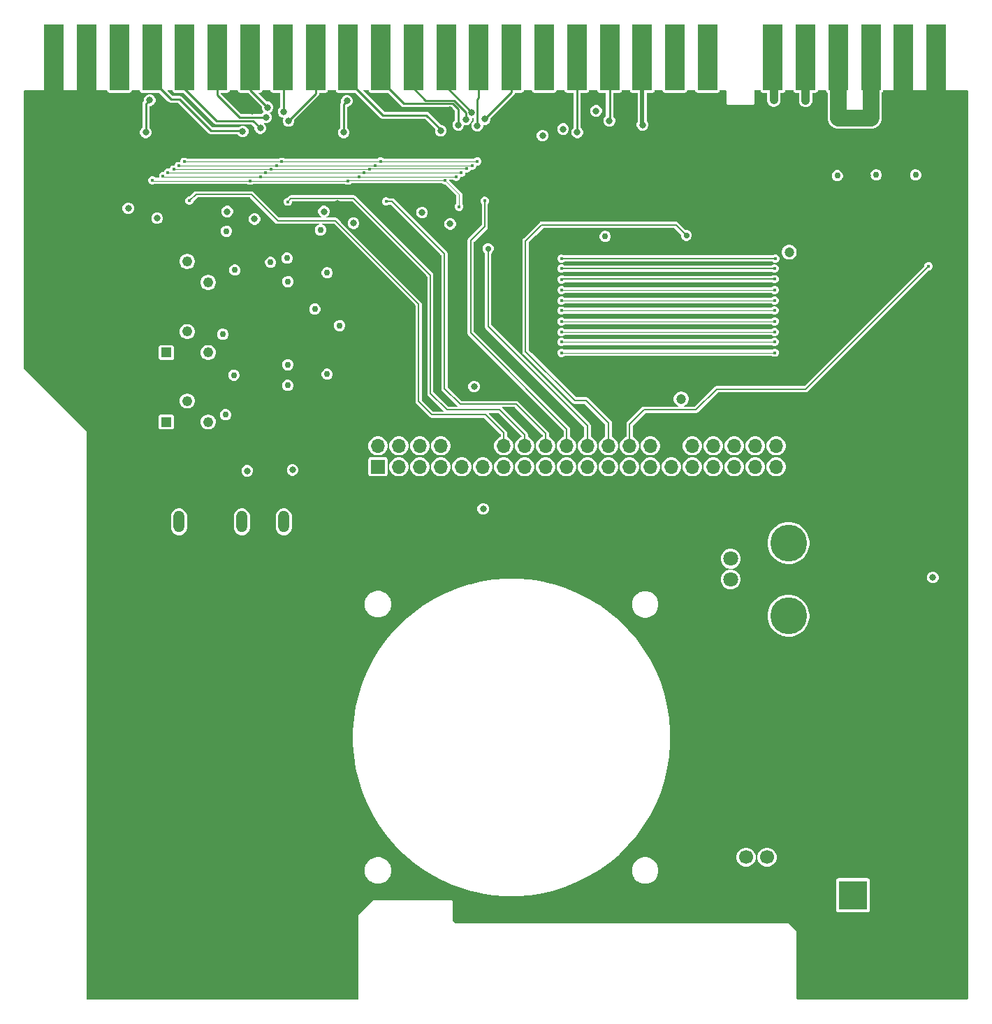
<source format=gbr>
%TF.GenerationSoftware,KiCad,Pcbnew,9.0.2-rc1*%
%TF.CreationDate,2025-07-09T15:34:15-06:00*%
%TF.ProjectId,mister-vector,6d697374-6572-42d7-9665-63746f722e6b,rev?*%
%TF.SameCoordinates,Original*%
%TF.FileFunction,Copper,L4,Bot*%
%TF.FilePolarity,Positive*%
%FSLAX46Y46*%
G04 Gerber Fmt 4.6, Leading zero omitted, Abs format (unit mm)*
G04 Created by KiCad (PCBNEW 9.0.2-rc1) date 2025-07-09 15:34:15*
%MOMM*%
%LPD*%
G01*
G04 APERTURE LIST*
G04 Aperture macros list*
%AMRoundRect*
0 Rectangle with rounded corners*
0 $1 Rounding radius*
0 $2 $3 $4 $5 $6 $7 $8 $9 X,Y pos of 4 corners*
0 Add a 4 corners polygon primitive as box body*
4,1,4,$2,$3,$4,$5,$6,$7,$8,$9,$2,$3,0*
0 Add four circle primitives for the rounded corners*
1,1,$1+$1,$2,$3*
1,1,$1+$1,$4,$5*
1,1,$1+$1,$6,$7*
1,1,$1+$1,$8,$9*
0 Add four rect primitives between the rounded corners*
20,1,$1+$1,$2,$3,$4,$5,0*
20,1,$1+$1,$4,$5,$6,$7,0*
20,1,$1+$1,$6,$7,$8,$9,0*
20,1,$1+$1,$8,$9,$2,$3,0*%
G04 Aperture macros list end*
%TA.AperFunction,ComponentPad*%
%ADD10C,1.800000*%
%TD*%
%TA.AperFunction,ComponentPad*%
%ADD11C,4.460000*%
%TD*%
%TA.AperFunction,ComponentPad*%
%ADD12C,0.800000*%
%TD*%
%TA.AperFunction,ComponentPad*%
%ADD13C,6.000000*%
%TD*%
%TA.AperFunction,ComponentPad*%
%ADD14RoundRect,0.875000X0.875000X0.875000X-0.875000X0.875000X-0.875000X-0.875000X0.875000X-0.875000X0*%
%TD*%
%TA.AperFunction,ComponentPad*%
%ADD15RoundRect,0.750000X0.750000X1.000000X-0.750000X1.000000X-0.750000X-1.000000X0.750000X-1.000000X0*%
%TD*%
%TA.AperFunction,ComponentPad*%
%ADD16R,3.500000X3.500000*%
%TD*%
%TA.AperFunction,ComponentPad*%
%ADD17C,1.700000*%
%TD*%
%TA.AperFunction,ComponentPad*%
%ADD18R,1.700000X1.700000*%
%TD*%
%TA.AperFunction,ComponentPad*%
%ADD19O,1.320800X2.641600*%
%TD*%
%TA.AperFunction,ComponentPad*%
%ADD20C,1.222000*%
%TD*%
%TA.AperFunction,ComponentPad*%
%ADD21R,1.222000X1.222000*%
%TD*%
%TA.AperFunction,SMDPad,CuDef*%
%ADD22R,2.350000X8.000000*%
%TD*%
%TA.AperFunction,ComponentPad*%
%ADD23O,1.700000X1.700000*%
%TD*%
%TA.AperFunction,ViaPad*%
%ADD24C,0.800000*%
%TD*%
%TA.AperFunction,ViaPad*%
%ADD25C,0.756400*%
%TD*%
%TA.AperFunction,ViaPad*%
%ADD26C,0.400000*%
%TD*%
%TA.AperFunction,ViaPad*%
%ADD27C,1.200000*%
%TD*%
%TA.AperFunction,ViaPad*%
%ADD28C,0.736600*%
%TD*%
%TA.AperFunction,Conductor*%
%ADD29C,0.250000*%
%TD*%
%TA.AperFunction,Conductor*%
%ADD30C,0.100000*%
%TD*%
%TA.AperFunction,Conductor*%
%ADD31C,1.000000*%
%TD*%
%TA.AperFunction,Conductor*%
%ADD32C,0.200000*%
%TD*%
%TA.AperFunction,Conductor*%
%ADD33C,0.150000*%
%TD*%
%TA.AperFunction,Conductor*%
%ADD34C,2.000000*%
%TD*%
%TA.AperFunction,Conductor*%
%ADD35C,0.500000*%
%TD*%
G04 APERTURE END LIST*
D10*
%TO.P,VR4,1,1*%
%TO.N,Net-(C40-Pad2)*%
X133808000Y-104731000D03*
%TO.P,VR4,2,2*%
%TO.N,Net-(R99-Pad2)*%
X133808000Y-107231000D03*
%TO.P,VR4,3,3*%
%TO.N,GND*%
X133808000Y-109731000D03*
D11*
%TO.P,VR4,4*%
%TO.N,N/C*%
X140808000Y-102831000D03*
%TO.P,VR4,5*%
X140808000Y-111631000D03*
%TD*%
D12*
%TO.P,H3,1,1*%
%TO.N,GND*%
X161639000Y-92711000D03*
X160979990Y-94301990D03*
X160979990Y-91120010D03*
X159389000Y-94961000D03*
D13*
X159389000Y-92711000D03*
D12*
X159389000Y-90461000D03*
X157798010Y-94301990D03*
X157798010Y-91120010D03*
X157139000Y-92711000D03*
%TD*%
D14*
%TO.P,J10,3*%
%TO.N,GND*%
X151630000Y-140786000D03*
D15*
%TO.P,J10,2*%
X154630000Y-145486000D03*
D16*
%TO.P,J10,1*%
%TO.N,+5V*%
X148630000Y-145486000D03*
%TD*%
D12*
%TO.P,H2,1,1*%
%TO.N,GND*%
X61182000Y-92711000D03*
X60522990Y-94301990D03*
X60522990Y-91120010D03*
X58932000Y-94961000D03*
D13*
X58932000Y-92711000D03*
D12*
X58932000Y-90461000D03*
X57341010Y-94301990D03*
X57341010Y-91120010D03*
X56682000Y-92711000D03*
%TD*%
D17*
%TO.P,J100,3,Pin_3*%
%TO.N,unconnected-(J100-Pin_3-Pad3)*%
X138208000Y-140886000D03*
%TO.P,J100,2,Pin_2*%
%TO.N,+5V*%
X135668000Y-140886000D03*
D18*
%TO.P,J100,1,Pin_1*%
%TO.N,GND*%
X133128000Y-140886000D03*
%TD*%
D19*
%TO.P,U1,1,+VIN*%
%TO.N,+5V*%
X66948000Y-100247000D03*
%TO.P,U1,2,-VIN*%
%TO.N,GND*%
X69488000Y-100247000D03*
%TO.P,U1,4,-VOUT*%
%TO.N,-12V*%
X74568000Y-100247000D03*
%TO.P,U1,5,COM*%
%TO.N,GND*%
X77108000Y-100247000D03*
%TO.P,U1,6,+VOUT*%
%TO.N,+12V*%
X79648000Y-100247000D03*
%TD*%
D12*
%TO.P,H4,1,1*%
%TO.N,GND*%
X61182000Y-154941000D03*
X60522990Y-156531990D03*
X60522990Y-153350010D03*
X58932000Y-157191000D03*
D13*
X58932000Y-154941000D03*
D12*
X58932000Y-152691000D03*
X57341010Y-156531990D03*
X57341010Y-153350010D03*
X56682000Y-154941000D03*
%TD*%
D20*
%TO.P,VR3,3*%
%TO.N,Net-(U13D-OUT)*%
X70482500Y-88156000D03*
%TO.P,VR3,2*%
%TO.N,Net-(U13D--IN)*%
X67942500Y-85616000D03*
D21*
%TO.P,VR3,1*%
%TO.N,unconnected-(VR3-Pad1)*%
X65402500Y-88156000D03*
%TD*%
D20*
%TO.P,VR2,3*%
%TO.N,Net-(U13C-OUT)*%
X70482500Y-79756000D03*
%TO.P,VR2,2*%
%TO.N,Net-(U13C--IN)*%
X67942500Y-77216000D03*
D21*
%TO.P,VR2,1*%
%TO.N,unconnected-(VR2-Pad1)*%
X65402500Y-79756000D03*
%TD*%
D20*
%TO.P,VR1,3*%
%TO.N,+3.3V*%
X70482500Y-71256000D03*
%TO.P,VR1,2*%
%TO.N,Net-(U14D-+IN)*%
X67942500Y-68716000D03*
D21*
%TO.P,VR1,1*%
%TO.N,GND*%
X65402500Y-71256000D03*
%TD*%
D12*
%TO.P,H1,1,1*%
%TO.N,GND*%
X161639000Y-154941000D03*
X160979990Y-156531990D03*
X160979990Y-153350010D03*
X159389000Y-157191000D03*
D13*
X159389000Y-154941000D03*
D12*
X159389000Y-152691000D03*
X157798010Y-156531990D03*
X157798010Y-153350010D03*
X157139000Y-154941000D03*
%TD*%
D22*
%TO.P,J8,f,GND*%
%TO.N,GND*%
X51804000Y-43986000D03*
%TO.P,J8,e,GND*%
X55764000Y-43986000D03*
%TO.P,J8,d,SLECT_DOWN*%
%TO.N,unconnected-(J8-SLECT_DOWN-Padd)*%
X59724000Y-43986000D03*
%TO.P,J8,c,P2_BUTTON_4*%
%TO.N,/JAMMA_P2_BUTTON4*%
X63684000Y-43986000D03*
%TO.P,J8,b,P2_BUTTON_3*%
%TO.N,/JAMMA_P2_BUTTON3*%
X67644000Y-43986000D03*
%TO.P,J8,a,P2_BUTTON_2*%
%TO.N,/JAMMA_P2_BUTTON2*%
X71604000Y-43986000D03*
%TO.P,J8,Z,P2_BUTTON_1*%
%TO.N,/JAMMA_P2_BUTTON1*%
X75564000Y-43986000D03*
%TO.P,J8,Y,P2_RIGHT*%
%TO.N,/JAMMA_P2_R*%
X79524000Y-43986000D03*
%TO.P,J8,X,P2_LEFT*%
%TO.N,/JAMMA_P2_L*%
X83484000Y-43986000D03*
%TO.P,J8,W,P2_DOWN*%
%TO.N,/JAMMA_P2_D*%
X87444000Y-43986000D03*
%TO.P,J8,V,P2_UP*%
%TO.N,/JAMMA_P2_U*%
X91404000Y-43986000D03*
%TO.P,J8,U,START_2*%
%TO.N,/JAMMA_P2_START*%
X95364000Y-43986000D03*
%TO.P,J8,T,COIN_2*%
%TO.N,/JAMMA_P2_COIN*%
X99324000Y-43986000D03*
%TO.P,J8,S,COIN_4*%
%TO.N,/JAMMA_TILT*%
X103284000Y-43986000D03*
%TO.P,J8,R,SERVICE*%
%TO.N,/JAMMA_SERVICE*%
X107244000Y-43986000D03*
%TO.P,J8,P,VIDEO_SYNC*%
%TO.N,/JAMMA_VIDEO_SYNC*%
X111204000Y-43986000D03*
%TO.P,J8,N,VIDEO_GREEN*%
%TO.N,/JAMMA_VIDEO_G*%
X115164000Y-43986000D03*
%TO.P,J8,M,TEST*%
%TO.N,/JAMMA_PIN_M(X)*%
X119124000Y-43986000D03*
%TO.P,J8,L,SPEAKER-*%
%TO.N,/JAMMA_SPEAKER-*%
X123084000Y-43986000D03*
%TO.P,J8,K,COIN_LOCKOUT_2*%
%TO.N,unconnected-(J8-COIN_LOCKOUT_2-PadK)*%
X127044000Y-43986000D03*
%TO.P,J8,J,COIN_COUNTER_2*%
%TO.N,unconnected-(J8-COIN_COUNTER_2-PadJ)*%
X131004000Y-43986000D03*
%TO.P,J8,F,+12V*%
%TO.N,/+12V_NC*%
X138924000Y-43986000D03*
%TO.P,J8,E,-5V*%
%TO.N,/-5V_NC*%
X142884000Y-43986000D03*
%TO.P,J8,D,+5V*%
%TO.N,+5V*%
X146844000Y-43986000D03*
%TO.P,J8,C,+5V*%
X150804000Y-43986000D03*
%TO.P,J8,B,GND*%
%TO.N,GND*%
X154764000Y-43986000D03*
%TO.P,J8,A,GND*%
X158724000Y-43986000D03*
%TD*%
D23*
%TO.P,J7,40,40*%
%TO.N,/D4*%
X139323000Y-91060000D03*
%TO.P,J7,39,39*%
%TO.N,/D5*%
X139323000Y-93600000D03*
%TO.P,J7,38,38*%
%TO.N,/D3*%
X136783000Y-91060000D03*
%TO.P,J7,37,37*%
%TO.N,/D6*%
X136783000Y-93600000D03*
%TO.P,J7,36,36*%
%TO.N,/D2*%
X134243000Y-91060000D03*
%TO.P,J7,35,35*%
%TO.N,/D7*%
X134243000Y-93600000D03*
%TO.P,J7,34,34*%
%TO.N,/D1*%
X131703000Y-91060000D03*
%TO.P,J7,33,33*%
%TO.N,/D8*%
X131703000Y-93600000D03*
%TO.P,J7,32,32*%
%TO.N,/D0*%
X129163000Y-91060000D03*
%TO.P,J7,31,31*%
%TO.N,/D9*%
X129163000Y-93600000D03*
%TO.P,J7,30,30*%
%TO.N,GND*%
X126623000Y-91060000D03*
%TO.P,J7,29,29*%
%TO.N,Net-(J7-Pad29)*%
X126623000Y-93600000D03*
%TO.P,J7,28,28*%
%TO.N,unconnected-(J7-Pad28)*%
X124083000Y-91060000D03*
%TO.P,J7,27,27*%
%TO.N,unconnected-(J7-Pad27)*%
X124083000Y-93600000D03*
%TO.P,J7,26,26*%
%TO.N,/CLK_RGB*%
X121543000Y-91060000D03*
%TO.P,J7,25,25*%
%TO.N,unconnected-(J7-Pad25)*%
X121543000Y-93600000D03*
%TO.P,J7,24,24*%
%TO.N,/CLK_Y*%
X119003000Y-91060000D03*
%TO.P,J7,23,23*%
%TO.N,unconnected-(J7-Pad23)*%
X119003000Y-93600000D03*
%TO.P,J7,22,22*%
%TO.N,/CLK_X*%
X116463000Y-91060000D03*
%TO.P,J7,21,21*%
%TO.N,unconnected-(J7-Pad21)*%
X116463000Y-93600000D03*
%TO.P,J7,20,20*%
%TO.N,/CLK_P21*%
X113923000Y-91060000D03*
%TO.P,J7,19,19*%
%TO.N,unconnected-(J7-Pad19)*%
X113923000Y-93600000D03*
%TO.P,J7,18,18*%
%TO.N,/CLK_P11*%
X111383000Y-91060000D03*
%TO.P,J7,17,17*%
%TO.N,/BTN_RESET*%
X111383000Y-93600000D03*
%TO.P,J7,16,16*%
%TO.N,/CLK_P20*%
X108843000Y-91060000D03*
%TO.P,J7,15,15*%
%TO.N,/BTN_USER*%
X108843000Y-93600000D03*
%TO.P,J7,14,14*%
%TO.N,/CLK_P10*%
X106303000Y-91060000D03*
%TO.P,J7,13,13*%
%TO.N,/BTN_OSD*%
X106303000Y-93600000D03*
%TO.P,J7,12,12*%
%TO.N,GND*%
X103763000Y-91060000D03*
%TO.P,J7,11,11*%
%TO.N,Net-(J7-Pad11)*%
X103763000Y-93600000D03*
%TO.P,J7,10,10*%
%TO.N,GND*%
X101223000Y-91060000D03*
%TO.P,J7,9,9*%
%TO.N,/SPDIF*%
X101223000Y-93600000D03*
%TO.P,J7,8,8*%
%TO.N,/SD_CMD*%
X98683000Y-91060000D03*
%TO.P,J7,7,7*%
%TO.N,/AUDIO_R*%
X98683000Y-93600000D03*
%TO.P,J7,6,6*%
%TO.N,/SD_DAT3*%
X96143000Y-91060000D03*
%TO.P,J7,5,5*%
%TO.N,/LED_POWER*%
X96143000Y-93600000D03*
%TO.P,J7,4,4*%
%TO.N,/SD_DAT2*%
X93603000Y-91060000D03*
%TO.P,J7,3,3*%
%TO.N,/LED_DISK*%
X93603000Y-93600000D03*
%TO.P,J7,2,2*%
%TO.N,/AUDIO_L*%
X91063000Y-91060000D03*
D18*
%TO.P,J7,1,1*%
%TO.N,/LED_USER*%
X91063000Y-93600000D03*
%TD*%
D24*
%TO.N,GND*%
X84008000Y-68086000D03*
X74808000Y-81286000D03*
X83708000Y-84286000D03*
D25*
%TO.N,+12V*%
X84908000Y-70086000D03*
%TO.N,-12V*%
X73708000Y-69766000D03*
X73608000Y-82486000D03*
%TO.N,+12V*%
X84908000Y-82386000D03*
D24*
%TO.N,GND*%
X137808000Y-65486000D03*
D26*
%TO.N,/D0*%
X100908000Y-62086000D03*
D24*
%TO.N,/-5V_NC*%
X142908000Y-49236000D03*
%TO.N,/JAMMA_PIN_11(Y)*%
X117508000Y-50486000D03*
%TO.N,/JAMMA_VIDEO_R*%
X113508000Y-52686000D03*
%TO.N,/JAMMA_VIDEO_B*%
X111008000Y-53486000D03*
D26*
%TO.N,/D2*%
X101163000Y-57986000D03*
%TO.N,/D0*%
X99208000Y-58911000D03*
%TO.N,/D1*%
X100526956Y-58467044D03*
D24*
%TO.N,+5V*%
X96408000Y-62786000D03*
X72808000Y-62686000D03*
X150804000Y-51335998D03*
X84508000Y-62686000D03*
X158308000Y-107001000D03*
X146844000Y-51335998D03*
X148808000Y-51336000D03*
X103808000Y-98686000D03*
X60808000Y-62286000D03*
%TO.N,+3.3V*%
X88108000Y-64086000D03*
X99808000Y-64186000D03*
X102708000Y-83886000D03*
X76108000Y-63586000D03*
X64288000Y-63486000D03*
D27*
X140908000Y-67586000D03*
X127808000Y-85386000D03*
D24*
%TO.N,GND*%
X77896300Y-96855900D03*
X51804000Y-51286000D03*
X99808000Y-50386000D03*
X156744000Y-51317998D03*
X154208000Y-107061000D03*
X139508000Y-80986000D03*
X75008000Y-84386000D03*
X98708000Y-101286000D03*
X72308000Y-66086000D03*
X158808000Y-76686000D03*
X150408000Y-58286000D03*
X100708000Y-82786000D03*
X104508000Y-52786000D03*
X91008000Y-101286000D03*
X69208000Y-54386000D03*
X55764000Y-51286000D03*
X72408000Y-73586000D03*
X88108000Y-50486000D03*
X80208000Y-52786000D03*
X158724000Y-51317998D03*
X53784000Y-51286000D03*
X87908000Y-81286000D03*
X145808000Y-85486000D03*
X154764000Y-51317998D03*
X126544532Y-82713313D03*
X154208000Y-104461000D03*
X154208000Y-105761000D03*
X78696300Y-95155900D03*
X77096300Y-95155900D03*
X118708000Y-80986000D03*
X86108000Y-61711000D03*
X154208000Y-108261000D03*
X75808000Y-50486000D03*
X149208000Y-102786000D03*
X145508000Y-58286000D03*
X155108000Y-58286000D03*
X113708000Y-67086000D03*
X142208000Y-65586000D03*
X73408000Y-68486000D03*
X107244000Y-51616002D03*
X142408000Y-76786000D03*
X92908000Y-81086000D03*
X74208000Y-61886000D03*
X92108000Y-52686000D03*
X107244000Y-50414635D03*
X113808000Y-80986000D03*
X98008000Y-61786000D03*
X62408000Y-61786000D03*
X86708000Y-72186000D03*
X70348000Y-97048400D03*
X64408000Y-50486000D03*
%TO.N,+12V*%
X80708000Y-93986000D03*
%TO.N,/+12V_NC*%
X139024000Y-49186000D03*
%TO.N,-12V*%
X75208000Y-94086000D03*
D26*
%TO.N,/D5*%
X79408000Y-56652756D03*
X139123000Y-73471000D03*
X113308000Y-73486000D03*
X67585156Y-56652756D03*
X91364000Y-56586000D03*
X103108000Y-56586000D03*
D28*
%TO.N,/CLK_Y*%
X128440548Y-65553452D03*
D26*
%TO.N,/D7*%
X139123000Y-70871000D03*
X113308000Y-70886000D03*
%TO.N,/D2*%
X89359439Y-57979021D03*
X139123000Y-77271000D03*
X113308000Y-77286000D03*
X65608000Y-57979021D03*
X77455491Y-57979021D03*
%TO.N,/D8*%
X113308000Y-69586000D03*
X139123000Y-69571000D03*
%TO.N,/D9*%
X113308000Y-68386000D03*
X139208000Y-68371000D03*
%TO.N,/D1*%
X113308000Y-78486000D03*
X65016021Y-58379021D03*
X76858000Y-58486000D03*
X88808000Y-58467044D03*
X139123000Y-78471000D03*
D28*
%TO.N,/CLK_X*%
X104408000Y-67186000D03*
D26*
%TO.N,/D6*%
X113308000Y-72186000D03*
X139123000Y-72171000D03*
%TO.N,/D0*%
X75553000Y-58941000D03*
X63708000Y-58886000D03*
X87453000Y-58941000D03*
X139123000Y-79771000D03*
X113308000Y-79786000D03*
%TO.N,/CLK_RGB*%
X157808000Y-69286000D03*
%TO.N,/D4*%
X90708000Y-57086000D03*
X102463000Y-57086000D03*
X78808000Y-57154533D03*
X139123000Y-74671000D03*
X66908000Y-57154533D03*
X113308000Y-74686000D03*
%TO.N,/D3*%
X139123000Y-75971000D03*
X113308000Y-75986000D03*
X66306400Y-57579021D03*
X101808000Y-57486000D03*
X78108000Y-57579021D03*
X90008000Y-57579021D03*
D25*
%TO.N,/Vector Amplifiers/DAC_R*%
X80048000Y-68330000D03*
X146733000Y-58336000D03*
%TO.N,/Vector Amplifiers/DAC_G*%
X80132600Y-71168477D03*
X151433000Y-58236000D03*
%TO.N,/Vector Amplifiers/DAC_B*%
X156233000Y-58236000D03*
X78054800Y-68843387D03*
%TO.N,/Vector Amplifiers/DAC_Y*%
X118608000Y-65686000D03*
X80132600Y-83730000D03*
%TO.N,/Vector Amplifiers/DAC_X*%
X86408000Y-76486000D03*
X80132600Y-81230000D03*
D26*
%TO.N,/CLK_P20*%
X80108000Y-61486000D03*
%TO.N,/CLK_P11*%
X92059104Y-61453127D03*
%TO.N,/CLK_P21*%
X104008000Y-61386000D03*
%TO.N,/CLK_P10*%
X68208000Y-61386000D03*
D24*
%TO.N,/JAMMA_SERVICE*%
X104008000Y-51486000D03*
%TO.N,/JAMMA_TILT*%
X103100450Y-52261681D03*
%TO.N,/JAMMA_P2_R*%
X79608000Y-50586000D03*
%TO.N,/JAMMA_SPEAKER-*%
X123108000Y-52186000D03*
D25*
%TO.N,/JAMMA_VIDEO_G*%
X83408000Y-74486000D03*
D24*
X115208000Y-53086000D03*
D25*
%TO.N,/JAMMA_VIDEO_R*%
X84108000Y-64907800D03*
%TO.N,/JAMMA_VIDEO_B*%
X72698000Y-65064200D03*
D24*
%TO.N,/JAMMA_P2_D*%
X98670685Y-52897000D03*
%TO.N,/JAMMA_P2_BUTTON3*%
X76808000Y-52586000D03*
%TO.N,/JAMMA_P2_U*%
X100808000Y-52186000D03*
%TO.N,/JAMMA_P2_START*%
X101758000Y-51500203D03*
%TO.N,/JAMMA_P2_COIN*%
X102433000Y-50686000D03*
%TO.N,/JAMMA_P2_BUTTON2*%
X77483000Y-51286000D03*
%TO.N,/JAMMA_P2_BUTTON1*%
X77685298Y-50063298D03*
%TO.N,/JAMMA_P2_L*%
X80208000Y-51686000D03*
%TO.N,/JAMMA_P1_D*%
X87308000Y-49286000D03*
X86908000Y-53086000D03*
%TO.N,/JAMMA_PIN_M(X)*%
X119108000Y-51686000D03*
D25*
X72258000Y-77536000D03*
%TO.N,/JAMMA_PIN_11(Y)*%
X72598000Y-87286000D03*
D24*
%TO.N,/JAMMA_P2_BUTTON4*%
X74659820Y-52961000D03*
%TO.N,/JAMMA_P1_BUTTON4*%
X63408000Y-49186000D03*
X62908000Y-53086000D03*
%TO.N,GND*%
X71808000Y-69886000D03*
%TD*%
D29*
%TO.N,/JAMMA_P2_D*%
X87444000Y-46811000D02*
X91619000Y-50986000D01*
X91619000Y-50986000D02*
X96908000Y-50986000D01*
X96908000Y-50986000D02*
X98670685Y-52748685D01*
X98670685Y-52748685D02*
X98670685Y-52897000D01*
D30*
%TO.N,/D0*%
X100908000Y-62086000D02*
X100908000Y-60611000D01*
X100908000Y-60611000D02*
X99208000Y-58911000D01*
D29*
%TO.N,/JAMMA_VIDEO_G*%
X115164000Y-43986000D02*
X115164000Y-53042000D01*
X115164000Y-53042000D02*
X115208000Y-53086000D01*
%TO.N,/JAMMA_PIN_M(X)*%
X119124000Y-51670000D02*
X119108000Y-51686000D01*
X119124000Y-43986000D02*
X119124000Y-51670000D01*
D31*
%TO.N,/-5V_NC*%
X142908000Y-49236000D02*
X142908000Y-44136000D01*
D32*
%TO.N,/CLK_X*%
X104408000Y-67186000D02*
X104408000Y-76586000D01*
X104408000Y-76586000D02*
X116463000Y-88641000D01*
X116463000Y-88641000D02*
X116463000Y-91060000D01*
D33*
%TO.N,/CLK_P21*%
X104008000Y-61386000D02*
X104008000Y-64486000D01*
X102308000Y-77386000D02*
X113923000Y-89001000D01*
X104008000Y-64486000D02*
X102308000Y-66186000D01*
X102308000Y-66186000D02*
X102308000Y-77386000D01*
X113923000Y-89001000D02*
X113923000Y-91060000D01*
%TO.N,/CLK_P11*%
X92059104Y-61453127D02*
X92775127Y-61453127D01*
X92775127Y-61453127D02*
X99108000Y-67786000D01*
X111383000Y-89561000D02*
X111383000Y-91060000D01*
X101008000Y-85986000D02*
X107808000Y-85986000D01*
X107808000Y-85986000D02*
X111383000Y-89561000D01*
X99108000Y-67786000D02*
X99108000Y-84086000D01*
X99108000Y-84086000D02*
X101008000Y-85986000D01*
%TO.N,/CLK_P10*%
X68208000Y-61386000D02*
X69008000Y-60586000D01*
X96008000Y-73886000D02*
X96008000Y-85686000D01*
X78908000Y-63786000D02*
X85908000Y-63786000D01*
X69008000Y-60586000D02*
X75708000Y-60586000D01*
X104108000Y-87286000D02*
X106308000Y-89486000D01*
X75708000Y-60586000D02*
X78908000Y-63786000D01*
X96008000Y-85686000D02*
X97608000Y-87286000D01*
X85908000Y-63786000D02*
X96008000Y-73886000D01*
X106308000Y-89486000D02*
X106303000Y-89491000D01*
X106303000Y-89491000D02*
X106303000Y-91060000D01*
X97608000Y-87286000D02*
X104108000Y-87286000D01*
%TO.N,/CLK_P20*%
X108843000Y-91060000D02*
X108843000Y-89721000D01*
X97408000Y-84686000D02*
X97408000Y-70386000D01*
X108843000Y-89721000D02*
X105808000Y-86686000D01*
X105808000Y-86686000D02*
X99408000Y-86686000D01*
X99408000Y-86686000D02*
X97408000Y-84686000D01*
X97408000Y-70386000D02*
X88108000Y-61086000D01*
X88108000Y-61086000D02*
X80508000Y-61086000D01*
X80508000Y-61086000D02*
X80108000Y-61486000D01*
%TO.N,/CLK_RGB*%
X129608000Y-86686000D02*
X132108000Y-84186000D01*
X132108000Y-84186000D02*
X142908000Y-84186000D01*
X142908000Y-84186000D02*
X157808000Y-69286000D01*
D32*
%TO.N,/CLK_Y*%
X119003000Y-91060000D02*
X119003000Y-88281000D01*
X119003000Y-88281000D02*
X116308000Y-85586000D01*
X116308000Y-85586000D02*
X114908000Y-85586000D01*
X110908000Y-64286000D02*
X108958000Y-66236000D01*
X108958000Y-79636000D02*
X114908000Y-85586000D01*
X108958000Y-66236000D02*
X108958000Y-79636000D01*
D33*
%TO.N,/CLK_RGB*%
X129608000Y-86686000D02*
X123308000Y-86686000D01*
X123308000Y-86686000D02*
X121543000Y-88451000D01*
X121543000Y-88451000D02*
X121543000Y-91060000D01*
D34*
%TO.N,+5V*%
X150803998Y-51336000D02*
X146844000Y-51336000D01*
X150804000Y-44586000D02*
X150804000Y-51336000D01*
X146844000Y-51336000D02*
X146844000Y-44586000D01*
X150804000Y-51335998D02*
X150803998Y-51336000D01*
%TO.N,GND*%
X55636000Y-51586000D02*
X55764000Y-51458000D01*
X51804000Y-44586000D02*
X51804000Y-51586000D01*
X154764000Y-44586000D02*
X154764000Y-51318000D01*
X154764000Y-51318000D02*
X158724000Y-51318000D01*
X51804000Y-51586000D02*
X55636000Y-51586000D01*
X158724000Y-51318000D02*
X158724000Y-44586000D01*
X55764000Y-51458000D02*
X55764000Y-44586000D01*
D31*
%TO.N,/+12V_NC*%
X139024000Y-49186000D02*
X139024000Y-44086000D01*
D30*
%TO.N,/D5*%
X113323000Y-73471000D02*
X113308000Y-73486000D01*
X79408000Y-56652756D02*
X79474756Y-56586000D01*
X79408000Y-56652756D02*
X67585156Y-56652756D01*
X79474756Y-56586000D02*
X103108000Y-56586000D01*
X139123000Y-73471000D02*
X113323000Y-73471000D01*
D32*
%TO.N,/CLK_Y*%
X128440548Y-65553452D02*
X127173095Y-64286000D01*
X127173095Y-64286000D02*
X110908000Y-64286000D01*
D33*
%TO.N,/D7*%
X113323000Y-70871000D02*
X113308000Y-70886000D01*
X139123000Y-70871000D02*
X113323000Y-70871000D01*
D30*
%TO.N,/D2*%
X113308000Y-77286000D02*
X139108000Y-77286000D01*
X139108000Y-77286000D02*
X139123000Y-77271000D01*
X77455491Y-57979021D02*
X65608000Y-57979021D01*
D33*
%TO.N,/D8*%
X113308000Y-69586000D02*
X139108000Y-69586000D01*
X139108000Y-69586000D02*
X139123000Y-69571000D01*
%TO.N,/D9*%
X113308000Y-68386000D02*
X113323000Y-68371000D01*
X113323000Y-68371000D02*
X139208000Y-68371000D01*
D30*
%TO.N,/D1*%
X139108000Y-78486000D02*
X139123000Y-78471000D01*
X113308000Y-78486000D02*
X139108000Y-78486000D01*
%TO.N,/D6*%
X139108000Y-72186000D02*
X139123000Y-72171000D01*
X113308000Y-72186000D02*
X139108000Y-72186000D01*
%TO.N,/D0*%
X113323000Y-79771000D02*
X113308000Y-79786000D01*
X87453000Y-58941000D02*
X63763000Y-58941000D01*
X63763000Y-58941000D02*
X63708000Y-58886000D01*
X139123000Y-79771000D02*
X113323000Y-79771000D01*
%TO.N,/D4*%
X78876533Y-57086000D02*
X102463000Y-57086000D01*
X66908000Y-57154533D02*
X78808000Y-57154533D01*
X139108000Y-74686000D02*
X139123000Y-74671000D01*
X78808000Y-57154533D02*
X78876533Y-57086000D01*
X113308000Y-74686000D02*
X139108000Y-74686000D01*
%TO.N,/D3*%
X78108000Y-57579021D02*
X90008000Y-57579021D01*
X90008000Y-57579021D02*
X90101021Y-57486000D01*
X139108000Y-75986000D02*
X139123000Y-75971000D01*
X113308000Y-75986000D02*
X139108000Y-75986000D01*
X90101021Y-57486000D02*
X101808000Y-57486000D01*
X66306400Y-57579021D02*
X78108000Y-57579021D01*
D29*
%TO.N,/JAMMA_SERVICE*%
X107244000Y-48250000D02*
X104008000Y-51486000D01*
X107244000Y-43986000D02*
X107244000Y-48250000D01*
%TO.N,/JAMMA_TILT*%
X103108000Y-52254131D02*
X103100450Y-52261681D01*
X103284000Y-48910000D02*
X103108000Y-49086000D01*
X103108000Y-49086000D02*
X103108000Y-52254131D01*
X103284000Y-43986000D02*
X103284000Y-48910000D01*
%TO.N,/JAMMA_P2_R*%
X79608000Y-44670000D02*
X79608000Y-50586000D01*
D35*
%TO.N,/JAMMA_SPEAKER-*%
X123084000Y-43986000D02*
X123084000Y-52162000D01*
X123084000Y-52162000D02*
X123108000Y-52186000D01*
D29*
%TO.N,/JAMMA_P2_BUTTON3*%
X76808000Y-52586000D02*
X75908000Y-51686000D01*
X71482978Y-51686000D02*
X67644000Y-47847022D01*
X75908000Y-51686000D02*
X71482978Y-51686000D01*
%TO.N,/JAMMA_P2_U*%
X100808000Y-50286000D02*
X100808000Y-52186000D01*
X94204000Y-49611000D02*
X100133000Y-49611000D01*
X91404000Y-46811000D02*
X94204000Y-49611000D01*
X100133000Y-49611000D02*
X100808000Y-50286000D01*
%TO.N,/JAMMA_P2_START*%
X95364000Y-47742000D02*
X96833000Y-49211000D01*
X101758000Y-50670315D02*
X101758000Y-51500203D01*
X96833000Y-49211000D02*
X100298685Y-49211000D01*
X100298685Y-49211000D02*
X101758000Y-50670315D01*
%TO.N,/JAMMA_P2_COIN*%
X102433000Y-50686000D02*
X99324000Y-47577000D01*
%TO.N,/JAMMA_P2_BUTTON2*%
X71604000Y-48566000D02*
X74324000Y-51286000D01*
X74324000Y-51286000D02*
X77483000Y-51286000D01*
X71604000Y-44586000D02*
X71604000Y-48566000D01*
%TO.N,/JAMMA_P2_BUTTON1*%
X75564000Y-44586000D02*
X75564000Y-47942000D01*
X75564000Y-47942000D02*
X77685298Y-50063298D01*
%TO.N,/JAMMA_P2_L*%
X83484000Y-44586000D02*
X83484000Y-48410000D01*
X83484000Y-48410000D02*
X80208000Y-51686000D01*
%TO.N,/JAMMA_P1_D*%
X86908000Y-49686000D02*
X87308000Y-49286000D01*
X86908000Y-53086000D02*
X86908000Y-49686000D01*
%TO.N,/JAMMA_P2_BUTTON4*%
X74584820Y-52886000D02*
X74659820Y-52961000D01*
X63684000Y-46811000D02*
X65959000Y-49086000D01*
X65959000Y-49086000D02*
X67008000Y-49086000D01*
X70808000Y-52886000D02*
X74584820Y-52886000D01*
X67008000Y-49086000D02*
X70808000Y-52886000D01*
%TO.N,/JAMMA_P1_BUTTON4*%
X63408000Y-49186000D02*
X62908000Y-49686000D01*
X62908000Y-49686000D02*
X62908000Y-53086000D01*
D30*
%TO.N,/D0*%
X87483000Y-58911000D02*
X87453000Y-58941000D01*
%TO.N,/D1*%
X65016021Y-58379021D02*
X65104044Y-58467044D01*
X65104044Y-58467044D02*
X100526956Y-58467044D01*
%TO.N,/D0*%
X99208000Y-58911000D02*
X87483000Y-58911000D01*
%TO.N,/D2*%
X77455491Y-57979021D02*
X101156021Y-57979021D01*
X101156021Y-57979021D02*
X101163000Y-57986000D01*
%TD*%
%TA.AperFunction,Conductor*%
%TO.N,GND*%
G36*
X58237048Y-48000352D02*
G01*
X58250457Y-48025438D01*
X58265935Y-48103249D01*
X58292537Y-48143062D01*
X58332351Y-48202648D01*
X58372165Y-48229250D01*
X58431751Y-48269065D01*
X58519404Y-48286500D01*
X58519407Y-48286500D01*
X60928593Y-48286500D01*
X60928596Y-48286500D01*
X61016249Y-48269065D01*
X61115648Y-48202648D01*
X61182065Y-48103249D01*
X61197542Y-48025439D01*
X61218377Y-47994258D01*
X61245600Y-47986000D01*
X62162400Y-47986000D01*
X62197048Y-48000352D01*
X62210457Y-48025438D01*
X62225935Y-48103249D01*
X62252537Y-48143062D01*
X62292351Y-48202648D01*
X62332165Y-48229250D01*
X62391751Y-48269065D01*
X62479404Y-48286500D01*
X64537457Y-48286500D01*
X64572105Y-48300852D01*
X65598279Y-49327026D01*
X65717971Y-49446719D01*
X65717972Y-49446719D01*
X65717974Y-49446721D01*
X65874363Y-49511500D01*
X66811456Y-49511500D01*
X66846104Y-49525852D01*
X70566971Y-53246720D01*
X70566973Y-53246721D01*
X70566974Y-53246722D01*
X70723363Y-53311500D01*
X70892637Y-53311500D01*
X74014044Y-53311500D01*
X74048692Y-53325852D01*
X74059313Y-53341746D01*
X74065964Y-53357802D01*
X74065965Y-53357804D01*
X74263015Y-53554854D01*
X74263017Y-53554855D01*
X74263018Y-53554856D01*
X74520482Y-53661500D01*
X74520484Y-53661500D01*
X74799156Y-53661500D01*
X74799158Y-53661500D01*
X75056622Y-53554856D01*
X75056623Y-53554854D01*
X75056625Y-53554854D01*
X75253674Y-53357805D01*
X75253674Y-53357803D01*
X75253676Y-53357802D01*
X75360320Y-53100338D01*
X75360320Y-52821662D01*
X75253676Y-52564198D01*
X75253675Y-52564197D01*
X75253674Y-52564195D01*
X75056625Y-52367146D01*
X75056622Y-52367144D01*
X74799161Y-52260501D01*
X74799159Y-52260500D01*
X74799158Y-52260500D01*
X74520482Y-52260500D01*
X74520480Y-52260500D01*
X74520478Y-52260501D01*
X74263017Y-52367144D01*
X74263015Y-52367145D01*
X74184014Y-52446148D01*
X74149366Y-52460500D01*
X71004544Y-52460500D01*
X70969896Y-52446148D01*
X67249028Y-48725279D01*
X67203221Y-48706305D01*
X67203221Y-48706304D01*
X67092640Y-48660501D01*
X67092638Y-48660500D01*
X67092637Y-48660500D01*
X67092635Y-48660500D01*
X66155543Y-48660500D01*
X66120895Y-48646148D01*
X65544396Y-48069648D01*
X65530044Y-48035000D01*
X65544396Y-48000352D01*
X65579044Y-47986000D01*
X66122400Y-47986000D01*
X66157048Y-48000352D01*
X66170457Y-48025438D01*
X66185935Y-48103249D01*
X66212537Y-48143062D01*
X66252351Y-48202648D01*
X66292165Y-48229250D01*
X66351751Y-48269065D01*
X66439404Y-48286500D01*
X67461434Y-48286500D01*
X67496082Y-48300852D01*
X71241949Y-52046720D01*
X71241951Y-52046721D01*
X71241952Y-52046722D01*
X71398341Y-52111500D01*
X75711456Y-52111500D01*
X75746104Y-52125852D01*
X76093148Y-52472896D01*
X76107500Y-52507544D01*
X76107500Y-52725338D01*
X76107500Y-52725340D01*
X76107501Y-52725341D01*
X76214144Y-52982802D01*
X76214146Y-52982805D01*
X76411195Y-53179854D01*
X76411197Y-53179855D01*
X76411198Y-53179856D01*
X76668662Y-53286500D01*
X76668664Y-53286500D01*
X76947336Y-53286500D01*
X76947338Y-53286500D01*
X77204802Y-53179856D01*
X77204803Y-53179854D01*
X77204805Y-53179854D01*
X77401854Y-52982805D01*
X77401854Y-52982803D01*
X77401856Y-52982802D01*
X77416826Y-52946660D01*
X86207500Y-52946660D01*
X86207500Y-52946662D01*
X86207500Y-53225338D01*
X86207500Y-53225340D01*
X86207501Y-53225341D01*
X86314144Y-53482802D01*
X86314146Y-53482805D01*
X86511195Y-53679854D01*
X86511197Y-53679855D01*
X86511198Y-53679856D01*
X86768662Y-53786500D01*
X86768664Y-53786500D01*
X87047336Y-53786500D01*
X87047338Y-53786500D01*
X87304802Y-53679856D01*
X87304803Y-53679854D01*
X87304805Y-53679854D01*
X87501854Y-53482805D01*
X87501854Y-53482803D01*
X87501856Y-53482802D01*
X87608500Y-53225338D01*
X87608500Y-52946662D01*
X87501856Y-52689198D01*
X87501855Y-52689197D01*
X87501854Y-52689195D01*
X87347852Y-52535193D01*
X87333500Y-52500545D01*
X87333500Y-50035500D01*
X87347852Y-50000852D01*
X87382500Y-49986500D01*
X87447336Y-49986500D01*
X87447338Y-49986500D01*
X87704802Y-49879856D01*
X87704803Y-49879854D01*
X87704805Y-49879854D01*
X87901854Y-49682805D01*
X87901854Y-49682803D01*
X87901856Y-49682802D01*
X88008500Y-49425338D01*
X88008500Y-49146662D01*
X87901856Y-48889198D01*
X87901855Y-48889197D01*
X87901854Y-48889195D01*
X87704805Y-48692146D01*
X87704802Y-48692144D01*
X87447341Y-48585501D01*
X87447339Y-48585500D01*
X87447338Y-48585500D01*
X87168662Y-48585500D01*
X87168660Y-48585500D01*
X87168658Y-48585501D01*
X86911197Y-48692144D01*
X86714144Y-48889197D01*
X86607501Y-49146658D01*
X86607500Y-49146664D01*
X86607500Y-49364455D01*
X86595700Y-49396348D01*
X86594473Y-49397778D01*
X86547279Y-49444973D01*
X86543975Y-49452950D01*
X86540987Y-49460162D01*
X86540987Y-49460163D01*
X86482500Y-49601361D01*
X86482500Y-52500545D01*
X86468148Y-52535193D01*
X86314144Y-52689197D01*
X86207501Y-52946658D01*
X86207500Y-52946660D01*
X77416826Y-52946660D01*
X77508500Y-52725338D01*
X77508500Y-52446662D01*
X77401856Y-52189198D01*
X77401855Y-52189197D01*
X77401854Y-52189195D01*
X77271168Y-52058509D01*
X77256816Y-52023861D01*
X77271168Y-51989213D01*
X77305816Y-51974861D01*
X77324567Y-51978590D01*
X77343662Y-51986500D01*
X77343664Y-51986500D01*
X77622336Y-51986500D01*
X77622338Y-51986500D01*
X77879802Y-51879856D01*
X77879803Y-51879854D01*
X77879805Y-51879854D01*
X78076854Y-51682805D01*
X78076854Y-51682803D01*
X78076856Y-51682802D01*
X78183500Y-51425338D01*
X78183500Y-51146662D01*
X78076856Y-50889198D01*
X78076855Y-50889197D01*
X78076854Y-50889195D01*
X77966166Y-50778507D01*
X77951814Y-50743859D01*
X77966166Y-50709211D01*
X77982059Y-50698591D01*
X78082100Y-50657154D01*
X78082101Y-50657152D01*
X78082103Y-50657152D01*
X78279152Y-50460103D01*
X78279152Y-50460101D01*
X78279154Y-50460100D01*
X78385798Y-50202636D01*
X78385798Y-49923960D01*
X78279154Y-49666496D01*
X78279153Y-49666495D01*
X78279152Y-49666493D01*
X78082103Y-49469444D01*
X78082100Y-49469442D01*
X77824639Y-49362799D01*
X77824637Y-49362798D01*
X77824636Y-49362798D01*
X77824634Y-49362798D01*
X77606842Y-49362798D01*
X77572194Y-49348446D01*
X76593896Y-48370148D01*
X76579544Y-48335500D01*
X76593896Y-48300852D01*
X76628544Y-48286500D01*
X76768593Y-48286500D01*
X76768596Y-48286500D01*
X76856249Y-48269065D01*
X76955648Y-48202648D01*
X77022065Y-48103249D01*
X77037542Y-48025439D01*
X77058377Y-47994258D01*
X77085600Y-47986000D01*
X78002400Y-47986000D01*
X78037048Y-48000352D01*
X78050457Y-48025438D01*
X78065935Y-48103249D01*
X78092537Y-48143062D01*
X78132351Y-48202648D01*
X78172165Y-48229250D01*
X78231751Y-48269065D01*
X78319404Y-48286500D01*
X79133500Y-48286500D01*
X79168148Y-48300852D01*
X79182500Y-48335500D01*
X79182500Y-50000545D01*
X79168148Y-50035193D01*
X79014144Y-50189197D01*
X78907501Y-50446658D01*
X78907500Y-50446660D01*
X78907500Y-50446662D01*
X78907500Y-50725338D01*
X78907500Y-50725340D01*
X78907501Y-50725341D01*
X79014144Y-50982802D01*
X79014146Y-50982805D01*
X79211195Y-51179854D01*
X79211197Y-51179855D01*
X79211198Y-51179856D01*
X79468662Y-51286500D01*
X79541928Y-51286500D01*
X79576576Y-51300852D01*
X79590928Y-51335500D01*
X79587198Y-51354251D01*
X79507501Y-51546658D01*
X79507500Y-51546660D01*
X79507500Y-51546662D01*
X79507500Y-51825338D01*
X79507500Y-51825340D01*
X79507501Y-51825341D01*
X79614144Y-52082802D01*
X79614146Y-52082805D01*
X79811195Y-52279854D01*
X79811197Y-52279855D01*
X79811198Y-52279856D01*
X80068662Y-52386500D01*
X80068664Y-52386500D01*
X80347336Y-52386500D01*
X80347338Y-52386500D01*
X80604802Y-52279856D01*
X80604803Y-52279854D01*
X80604805Y-52279854D01*
X80801854Y-52082805D01*
X80801854Y-52082803D01*
X80801856Y-52082802D01*
X80908500Y-51825338D01*
X80908500Y-51607544D01*
X80922852Y-51572896D01*
X83844720Y-48651028D01*
X83844722Y-48651026D01*
X83909500Y-48494637D01*
X83909500Y-48335500D01*
X83923852Y-48300852D01*
X83958500Y-48286500D01*
X84688593Y-48286500D01*
X84688596Y-48286500D01*
X84776249Y-48269065D01*
X84875648Y-48202648D01*
X84942065Y-48103249D01*
X84957542Y-48025439D01*
X84978377Y-47994258D01*
X85005600Y-47986000D01*
X85922400Y-47986000D01*
X85957048Y-48000352D01*
X85970457Y-48025438D01*
X85985935Y-48103249D01*
X86012537Y-48143062D01*
X86052351Y-48202648D01*
X86092165Y-48229250D01*
X86151751Y-48269065D01*
X86239404Y-48286500D01*
X88297456Y-48286500D01*
X88332104Y-48300852D01*
X91377971Y-51346720D01*
X91377973Y-51346721D01*
X91377974Y-51346722D01*
X91534363Y-51411500D01*
X96711456Y-51411500D01*
X96746104Y-51425852D01*
X97978586Y-52658334D01*
X97992938Y-52692982D01*
X97989209Y-52711731D01*
X97970185Y-52757662D01*
X97970185Y-53036338D01*
X97970185Y-53036340D01*
X97970186Y-53036341D01*
X98076829Y-53293802D01*
X98076831Y-53293805D01*
X98273880Y-53490854D01*
X98273882Y-53490855D01*
X98273883Y-53490856D01*
X98531347Y-53597500D01*
X98531349Y-53597500D01*
X98810021Y-53597500D01*
X98810023Y-53597500D01*
X99067487Y-53490856D01*
X99067488Y-53490854D01*
X99067490Y-53490854D01*
X99211684Y-53346660D01*
X110307500Y-53346660D01*
X110307500Y-53346662D01*
X110307500Y-53625338D01*
X110307500Y-53625340D01*
X110307501Y-53625341D01*
X110414144Y-53882802D01*
X110414146Y-53882805D01*
X110611195Y-54079854D01*
X110611197Y-54079855D01*
X110611198Y-54079856D01*
X110868662Y-54186500D01*
X110868664Y-54186500D01*
X111147336Y-54186500D01*
X111147338Y-54186500D01*
X111404802Y-54079856D01*
X111404803Y-54079854D01*
X111404805Y-54079854D01*
X111601854Y-53882805D01*
X111601854Y-53882803D01*
X111601856Y-53882802D01*
X111708500Y-53625338D01*
X111708500Y-53346662D01*
X111601856Y-53089198D01*
X111601855Y-53089197D01*
X111601854Y-53089195D01*
X111404805Y-52892146D01*
X111404802Y-52892144D01*
X111147341Y-52785501D01*
X111147339Y-52785500D01*
X111147338Y-52785500D01*
X110868662Y-52785500D01*
X110868660Y-52785500D01*
X110868658Y-52785501D01*
X110611197Y-52892144D01*
X110414144Y-53089197D01*
X110307501Y-53346658D01*
X110307500Y-53346660D01*
X99211684Y-53346660D01*
X99264539Y-53293805D01*
X99264539Y-53293803D01*
X99264541Y-53293802D01*
X99371185Y-53036338D01*
X99371185Y-52757662D01*
X99264541Y-52500198D01*
X99264540Y-52500197D01*
X99264539Y-52500195D01*
X99067490Y-52303146D01*
X99067487Y-52303144D01*
X98810026Y-52196501D01*
X98810024Y-52196500D01*
X98810023Y-52196500D01*
X98810021Y-52196500D01*
X98740544Y-52196500D01*
X98705896Y-52182148D01*
X97149029Y-50625280D01*
X97149027Y-50625279D01*
X97091288Y-50601363D01*
X96992638Y-50560500D01*
X96992637Y-50560500D01*
X91815544Y-50560500D01*
X91780896Y-50546148D01*
X89304396Y-48069648D01*
X89290044Y-48035000D01*
X89304396Y-48000352D01*
X89339044Y-47986000D01*
X89882400Y-47986000D01*
X89917048Y-48000352D01*
X89930457Y-48025438D01*
X89945935Y-48103249D01*
X89972537Y-48143062D01*
X90012351Y-48202648D01*
X90052165Y-48229250D01*
X90111751Y-48269065D01*
X90199404Y-48286500D01*
X92257456Y-48286500D01*
X92292104Y-48300852D01*
X93962970Y-49971719D01*
X93962971Y-49971719D01*
X93962973Y-49971721D01*
X93979728Y-49978661D01*
X94119363Y-50036500D01*
X99936456Y-50036500D01*
X99971104Y-50050852D01*
X100368148Y-50447896D01*
X100382500Y-50482544D01*
X100382500Y-51600545D01*
X100368148Y-51635193D01*
X100214144Y-51789197D01*
X100107501Y-52046658D01*
X100107500Y-52046660D01*
X100107500Y-52046662D01*
X100107500Y-52325338D01*
X100107500Y-52325340D01*
X100107501Y-52325341D01*
X100214144Y-52582802D01*
X100214146Y-52582805D01*
X100411195Y-52779854D01*
X100411197Y-52779855D01*
X100411198Y-52779856D01*
X100668662Y-52886500D01*
X100668664Y-52886500D01*
X100947336Y-52886500D01*
X100947338Y-52886500D01*
X101204802Y-52779856D01*
X101204803Y-52779854D01*
X101204805Y-52779854D01*
X101401854Y-52582805D01*
X101401854Y-52582803D01*
X101401856Y-52582802D01*
X101508500Y-52325338D01*
X101508500Y-52228406D01*
X101522852Y-52193758D01*
X101557500Y-52179406D01*
X101576251Y-52183135D01*
X101618662Y-52200703D01*
X101618664Y-52200703D01*
X101897336Y-52200703D01*
X101897338Y-52200703D01*
X102154802Y-52094059D01*
X102154803Y-52094057D01*
X102154805Y-52094057D01*
X102351854Y-51897008D01*
X102351854Y-51897006D01*
X102351856Y-51897005D01*
X102458500Y-51639541D01*
X102458500Y-51435500D01*
X102472852Y-51400852D01*
X102507500Y-51386500D01*
X102572336Y-51386500D01*
X102572338Y-51386500D01*
X102614748Y-51368933D01*
X102652251Y-51368933D01*
X102678770Y-51395451D01*
X102682500Y-51414203D01*
X102682500Y-51668676D01*
X102668148Y-51703324D01*
X102506594Y-51864878D01*
X102399951Y-52122339D01*
X102399950Y-52122341D01*
X102399950Y-52122343D01*
X102399950Y-52401019D01*
X102399950Y-52401021D01*
X102399951Y-52401022D01*
X102506594Y-52658483D01*
X102506596Y-52658486D01*
X102703645Y-52855535D01*
X102703647Y-52855536D01*
X102703648Y-52855537D01*
X102961112Y-52962181D01*
X102961114Y-52962181D01*
X103239786Y-52962181D01*
X103239788Y-52962181D01*
X103497252Y-52855537D01*
X103497253Y-52855535D01*
X103497255Y-52855535D01*
X103694304Y-52658486D01*
X103694304Y-52658484D01*
X103694306Y-52658483D01*
X103740624Y-52546660D01*
X112807500Y-52546660D01*
X112807500Y-52546662D01*
X112807500Y-52825338D01*
X112807500Y-52825340D01*
X112807501Y-52825341D01*
X112914144Y-53082802D01*
X112914146Y-53082805D01*
X113111195Y-53279854D01*
X113111197Y-53279855D01*
X113111198Y-53279856D01*
X113368662Y-53386500D01*
X113368664Y-53386500D01*
X113647336Y-53386500D01*
X113647338Y-53386500D01*
X113904802Y-53279856D01*
X113904803Y-53279854D01*
X113904805Y-53279854D01*
X114101854Y-53082805D01*
X114101854Y-53082803D01*
X114101856Y-53082802D01*
X114208500Y-52825338D01*
X114208500Y-52546662D01*
X114101856Y-52289198D01*
X114101855Y-52289197D01*
X114101854Y-52289195D01*
X113904805Y-52092146D01*
X113904802Y-52092144D01*
X113647341Y-51985501D01*
X113647339Y-51985500D01*
X113647338Y-51985500D01*
X113368662Y-51985500D01*
X113368660Y-51985500D01*
X113368658Y-51985501D01*
X113111197Y-52092144D01*
X112914144Y-52289197D01*
X112807501Y-52546658D01*
X112807500Y-52546660D01*
X103740624Y-52546660D01*
X103800950Y-52401019D01*
X103800950Y-52231786D01*
X103815302Y-52197138D01*
X103849950Y-52182786D01*
X103863926Y-52185566D01*
X103863928Y-52185558D01*
X103868660Y-52186499D01*
X103868662Y-52186500D01*
X103868664Y-52186500D01*
X104147336Y-52186500D01*
X104147338Y-52186500D01*
X104404802Y-52079856D01*
X104404803Y-52079854D01*
X104404805Y-52079854D01*
X104601854Y-51882805D01*
X104601854Y-51882803D01*
X104601856Y-51882802D01*
X104708500Y-51625338D01*
X104708500Y-51407544D01*
X104722852Y-51372896D01*
X107604719Y-48491029D01*
X107604721Y-48491027D01*
X107623694Y-48445221D01*
X107669500Y-48334637D01*
X107669500Y-48334632D01*
X107670441Y-48329904D01*
X107671713Y-48330157D01*
X107683852Y-48300852D01*
X107718500Y-48286500D01*
X108448593Y-48286500D01*
X108448596Y-48286500D01*
X108536249Y-48269065D01*
X108635648Y-48202648D01*
X108702065Y-48103249D01*
X108717542Y-48025439D01*
X108738377Y-47994258D01*
X108765600Y-47986000D01*
X109682400Y-47986000D01*
X109717048Y-48000352D01*
X109730457Y-48025438D01*
X109745935Y-48103249D01*
X109772537Y-48143062D01*
X109812351Y-48202648D01*
X109852165Y-48229250D01*
X109911751Y-48269065D01*
X109999404Y-48286500D01*
X109999407Y-48286500D01*
X112408593Y-48286500D01*
X112408596Y-48286500D01*
X112496249Y-48269065D01*
X112595648Y-48202648D01*
X112662065Y-48103249D01*
X112677542Y-48025439D01*
X112698377Y-47994258D01*
X112725600Y-47986000D01*
X113642400Y-47986000D01*
X113677048Y-48000352D01*
X113690457Y-48025438D01*
X113705935Y-48103249D01*
X113732537Y-48143062D01*
X113772351Y-48202648D01*
X113812165Y-48229250D01*
X113871751Y-48269065D01*
X113959404Y-48286500D01*
X114689500Y-48286500D01*
X114724148Y-48300852D01*
X114738500Y-48335500D01*
X114738500Y-52544545D01*
X114724148Y-52579193D01*
X114614144Y-52689197D01*
X114507501Y-52946658D01*
X114507500Y-52946660D01*
X114507500Y-52946662D01*
X114507500Y-53225338D01*
X114507500Y-53225340D01*
X114507501Y-53225341D01*
X114614144Y-53482802D01*
X114614146Y-53482805D01*
X114811195Y-53679854D01*
X114811197Y-53679855D01*
X114811198Y-53679856D01*
X115068662Y-53786500D01*
X115068664Y-53786500D01*
X115347336Y-53786500D01*
X115347338Y-53786500D01*
X115604802Y-53679856D01*
X115604803Y-53679854D01*
X115604805Y-53679854D01*
X115801854Y-53482805D01*
X115801854Y-53482803D01*
X115801856Y-53482802D01*
X115908500Y-53225338D01*
X115908500Y-52946662D01*
X115801856Y-52689198D01*
X115801855Y-52689197D01*
X115801854Y-52689195D01*
X115603852Y-52491193D01*
X115589500Y-52456545D01*
X115589500Y-50346660D01*
X116807500Y-50346660D01*
X116807500Y-50346662D01*
X116807500Y-50625338D01*
X116807500Y-50625340D01*
X116807501Y-50625341D01*
X116914144Y-50882802D01*
X116914146Y-50882805D01*
X117111195Y-51079854D01*
X117111197Y-51079855D01*
X117111198Y-51079856D01*
X117368662Y-51186500D01*
X117368664Y-51186500D01*
X117647336Y-51186500D01*
X117647338Y-51186500D01*
X117904802Y-51079856D01*
X117904803Y-51079854D01*
X117904805Y-51079854D01*
X118101854Y-50882805D01*
X118101854Y-50882803D01*
X118101856Y-50882802D01*
X118208500Y-50625338D01*
X118208500Y-50346662D01*
X118101856Y-50089198D01*
X118101855Y-50089197D01*
X118101854Y-50089195D01*
X117904805Y-49892146D01*
X117904802Y-49892144D01*
X117647341Y-49785501D01*
X117647339Y-49785500D01*
X117647338Y-49785500D01*
X117368662Y-49785500D01*
X117368660Y-49785500D01*
X117368658Y-49785501D01*
X117111197Y-49892144D01*
X116914144Y-50089197D01*
X116807501Y-50346658D01*
X116807500Y-50346660D01*
X115589500Y-50346660D01*
X115589500Y-48335500D01*
X115603852Y-48300852D01*
X115638500Y-48286500D01*
X116368593Y-48286500D01*
X116368596Y-48286500D01*
X116456249Y-48269065D01*
X116555648Y-48202648D01*
X116622065Y-48103249D01*
X116637542Y-48025439D01*
X116658377Y-47994258D01*
X116685600Y-47986000D01*
X117602400Y-47986000D01*
X117637048Y-48000352D01*
X117650457Y-48025438D01*
X117665935Y-48103249D01*
X117692537Y-48143062D01*
X117732351Y-48202648D01*
X117772165Y-48229250D01*
X117831751Y-48269065D01*
X117919404Y-48286500D01*
X118649500Y-48286500D01*
X118684148Y-48300852D01*
X118698500Y-48335500D01*
X118698500Y-51084545D01*
X118684148Y-51119193D01*
X118514144Y-51289197D01*
X118407501Y-51546658D01*
X118407500Y-51546660D01*
X118407500Y-51546662D01*
X118407500Y-51825338D01*
X118407500Y-51825340D01*
X118407501Y-51825341D01*
X118514144Y-52082802D01*
X118514146Y-52082805D01*
X118711195Y-52279854D01*
X118711197Y-52279855D01*
X118711198Y-52279856D01*
X118968662Y-52386500D01*
X118968664Y-52386500D01*
X119247336Y-52386500D01*
X119247338Y-52386500D01*
X119504802Y-52279856D01*
X119504803Y-52279854D01*
X119504805Y-52279854D01*
X119701854Y-52082805D01*
X119701854Y-52082803D01*
X119701856Y-52082802D01*
X119808500Y-51825338D01*
X119808500Y-51546662D01*
X119701856Y-51289198D01*
X119701855Y-51289197D01*
X119701854Y-51289195D01*
X119563852Y-51151193D01*
X119549500Y-51116545D01*
X119549500Y-48335500D01*
X119563852Y-48300852D01*
X119598500Y-48286500D01*
X120328593Y-48286500D01*
X120328596Y-48286500D01*
X120416249Y-48269065D01*
X120515648Y-48202648D01*
X120582065Y-48103249D01*
X120597542Y-48025439D01*
X120618377Y-47994258D01*
X120645600Y-47986000D01*
X121562400Y-47986000D01*
X121597048Y-48000352D01*
X121610457Y-48025438D01*
X121625935Y-48103249D01*
X121652537Y-48143062D01*
X121692351Y-48202648D01*
X121732165Y-48229250D01*
X121791751Y-48269065D01*
X121879404Y-48286500D01*
X122484500Y-48286500D01*
X122519148Y-48300852D01*
X122533500Y-48335500D01*
X122533500Y-51749545D01*
X122519148Y-51784193D01*
X122514144Y-51789197D01*
X122407501Y-52046658D01*
X122407500Y-52046660D01*
X122407500Y-52046662D01*
X122407500Y-52325338D01*
X122407500Y-52325340D01*
X122407501Y-52325341D01*
X122514144Y-52582802D01*
X122514146Y-52582805D01*
X122711195Y-52779854D01*
X122711197Y-52779855D01*
X122711198Y-52779856D01*
X122968662Y-52886500D01*
X122968664Y-52886500D01*
X123247336Y-52886500D01*
X123247338Y-52886500D01*
X123504802Y-52779856D01*
X123504803Y-52779854D01*
X123504805Y-52779854D01*
X123701854Y-52582805D01*
X123701854Y-52582803D01*
X123701856Y-52582802D01*
X123808500Y-52325338D01*
X123808500Y-52046662D01*
X123701856Y-51789198D01*
X123701855Y-51789197D01*
X123701854Y-51789195D01*
X123648852Y-51736193D01*
X123634500Y-51701545D01*
X123634500Y-48335500D01*
X123648852Y-48300852D01*
X123683500Y-48286500D01*
X124288593Y-48286500D01*
X124288596Y-48286500D01*
X124376249Y-48269065D01*
X124475648Y-48202648D01*
X124542065Y-48103249D01*
X124557542Y-48025439D01*
X124578377Y-47994258D01*
X124605600Y-47986000D01*
X125522400Y-47986000D01*
X125557048Y-48000352D01*
X125570457Y-48025438D01*
X125585935Y-48103249D01*
X125612537Y-48143062D01*
X125652351Y-48202648D01*
X125692165Y-48229250D01*
X125751751Y-48269065D01*
X125839404Y-48286500D01*
X125839407Y-48286500D01*
X128248593Y-48286500D01*
X128248596Y-48286500D01*
X128336249Y-48269065D01*
X128435648Y-48202648D01*
X128502065Y-48103249D01*
X128517542Y-48025439D01*
X128538377Y-47994258D01*
X128565600Y-47986000D01*
X129482400Y-47986000D01*
X129517048Y-48000352D01*
X129530457Y-48025438D01*
X129545935Y-48103249D01*
X129572537Y-48143062D01*
X129612351Y-48202648D01*
X129652165Y-48229250D01*
X129711751Y-48269065D01*
X129799404Y-48286500D01*
X129799407Y-48286500D01*
X132208593Y-48286500D01*
X132208596Y-48286500D01*
X132296249Y-48269065D01*
X132395648Y-48202648D01*
X132462065Y-48103249D01*
X132477542Y-48025439D01*
X132498377Y-47994258D01*
X132525600Y-47986000D01*
X133214500Y-47986000D01*
X133249148Y-48000352D01*
X133263500Y-48035000D01*
X133263500Y-49452950D01*
X133263500Y-49619050D01*
X133380950Y-49736500D01*
X133380951Y-49736500D01*
X136547049Y-49736500D01*
X136547050Y-49736500D01*
X136664500Y-49619050D01*
X136664500Y-48035000D01*
X136678852Y-48000352D01*
X136713500Y-47986000D01*
X137402400Y-47986000D01*
X137437048Y-48000352D01*
X137450457Y-48025438D01*
X137465935Y-48103249D01*
X137492537Y-48143062D01*
X137532351Y-48202648D01*
X137572165Y-48229250D01*
X137631751Y-48269065D01*
X137719404Y-48286500D01*
X138174500Y-48286500D01*
X138209148Y-48300852D01*
X138223500Y-48335500D01*
X138223500Y-49345230D01*
X138265539Y-49446721D01*
X138345369Y-49639447D01*
X138345370Y-49639448D01*
X138345371Y-49639450D01*
X138570550Y-49864629D01*
X138570551Y-49864629D01*
X138570553Y-49864631D01*
X138864771Y-49986500D01*
X138864773Y-49986500D01*
X139183227Y-49986500D01*
X139183229Y-49986500D01*
X139477447Y-49864631D01*
X139477449Y-49864629D01*
X139477450Y-49864629D01*
X139702629Y-49639450D01*
X139702629Y-49639449D01*
X139702631Y-49639447D01*
X139824500Y-49345229D01*
X139824500Y-48335500D01*
X139838852Y-48300852D01*
X139873500Y-48286500D01*
X140128593Y-48286500D01*
X140128596Y-48286500D01*
X140216249Y-48269065D01*
X140315648Y-48202648D01*
X140382065Y-48103249D01*
X140397542Y-48025439D01*
X140418377Y-47994258D01*
X140445600Y-47986000D01*
X141362400Y-47986000D01*
X141397048Y-48000352D01*
X141410457Y-48025438D01*
X141425935Y-48103249D01*
X141452537Y-48143062D01*
X141492351Y-48202648D01*
X141532165Y-48229250D01*
X141591751Y-48269065D01*
X141679404Y-48286500D01*
X142058500Y-48286500D01*
X142093148Y-48300852D01*
X142107500Y-48335500D01*
X142107500Y-49395230D01*
X142138240Y-49469442D01*
X142229369Y-49689447D01*
X142229370Y-49689448D01*
X142229371Y-49689450D01*
X142454550Y-49914629D01*
X142454551Y-49914629D01*
X142454553Y-49914631D01*
X142748771Y-50036500D01*
X142748773Y-50036500D01*
X143067227Y-50036500D01*
X143067229Y-50036500D01*
X143361447Y-49914631D01*
X143361449Y-49914629D01*
X143361450Y-49914629D01*
X143586629Y-49689450D01*
X143586629Y-49689449D01*
X143586631Y-49689447D01*
X143708500Y-49395229D01*
X143708500Y-48335500D01*
X143722852Y-48300852D01*
X143757500Y-48286500D01*
X144088593Y-48286500D01*
X144088596Y-48286500D01*
X144176249Y-48269065D01*
X144275648Y-48202648D01*
X144342065Y-48103249D01*
X144357542Y-48025439D01*
X144378377Y-47994258D01*
X144405600Y-47986000D01*
X145322400Y-47986000D01*
X145357048Y-48000352D01*
X145370457Y-48025438D01*
X145385935Y-48103249D01*
X145412537Y-48143062D01*
X145452351Y-48202648D01*
X145521723Y-48249000D01*
X145542558Y-48280182D01*
X145543500Y-48289742D01*
X145543500Y-51507217D01*
X145632126Y-51837972D01*
X145632127Y-51837976D01*
X145771776Y-52079854D01*
X145803341Y-52134526D01*
X146045474Y-52376659D01*
X146087662Y-52401016D01*
X146342023Y-52547872D01*
X146342025Y-52547872D01*
X146342026Y-52547873D01*
X146458914Y-52579193D01*
X146672782Y-52636499D01*
X146672783Y-52636500D01*
X146672786Y-52636500D01*
X150975217Y-52636500D01*
X150975217Y-52636499D01*
X151305974Y-52547873D01*
X151308079Y-52546658D01*
X151375826Y-52507544D01*
X151602526Y-52376659D01*
X151844659Y-52134526D01*
X152015873Y-51837974D01*
X152104499Y-51507217D01*
X152104500Y-51507217D01*
X152104500Y-48289742D01*
X152118852Y-48255094D01*
X152126277Y-48249000D01*
X152195648Y-48202648D01*
X152262065Y-48103249D01*
X152277542Y-48025439D01*
X152298377Y-47994258D01*
X152325600Y-47986000D01*
X162514500Y-47986000D01*
X162549148Y-48000352D01*
X162563500Y-48035000D01*
X162563500Y-158036500D01*
X162549148Y-158071148D01*
X162514500Y-158085500D01*
X141858500Y-158085500D01*
X141823852Y-158071148D01*
X141809500Y-158036500D01*
X141809500Y-149904950D01*
X140803050Y-148898500D01*
X100437346Y-148898500D01*
X100402698Y-148884148D01*
X100167852Y-148649302D01*
X100153500Y-148614654D01*
X100153500Y-146221950D01*
X100036050Y-146104500D01*
X90471950Y-146104500D01*
X88703500Y-147872949D01*
X88703500Y-158036500D01*
X88689148Y-158071148D01*
X88654500Y-158085500D01*
X55813500Y-158085500D01*
X55778852Y-158071148D01*
X55764500Y-158036500D01*
X55764500Y-142284286D01*
X89462500Y-142284286D01*
X89462500Y-142705713D01*
X89571570Y-143112769D01*
X89571571Y-143112772D01*
X89757899Y-143435500D01*
X89782281Y-143477730D01*
X90080270Y-143775719D01*
X90213852Y-143852843D01*
X90445227Y-143986428D01*
X90445230Y-143986429D01*
X90852286Y-144095499D01*
X90852287Y-144095500D01*
X90852290Y-144095500D01*
X91273713Y-144095500D01*
X91273713Y-144095499D01*
X91680770Y-143986429D01*
X92045730Y-143775719D01*
X92343719Y-143477730D01*
X92554429Y-143112770D01*
X92663499Y-142705713D01*
X92663500Y-142705713D01*
X92663500Y-142284287D01*
X92663499Y-142284286D01*
X92554429Y-141877230D01*
X92554428Y-141877227D01*
X92420843Y-141645852D01*
X92343719Y-141512270D01*
X92045730Y-141214281D01*
X91962483Y-141166218D01*
X91680772Y-141003571D01*
X91680769Y-141003570D01*
X91273713Y-140894500D01*
X91273710Y-140894500D01*
X90852290Y-140894500D01*
X90852287Y-140894500D01*
X90445230Y-141003570D01*
X90445227Y-141003571D01*
X90080269Y-141214281D01*
X90080269Y-141214282D01*
X89782282Y-141512269D01*
X89782281Y-141512269D01*
X89571571Y-141877227D01*
X89571570Y-141877230D01*
X89462500Y-142284286D01*
X55764500Y-142284286D01*
X55764500Y-125626577D01*
X88028702Y-125626577D01*
X88028702Y-127137422D01*
X88147241Y-128643610D01*
X88147241Y-128643611D01*
X88383591Y-130135864D01*
X88609007Y-131074787D01*
X88736290Y-131604958D01*
X89203167Y-133041857D01*
X89203172Y-133041869D01*
X89203173Y-133041872D01*
X89781339Y-134437692D01*
X90467256Y-135783879D01*
X91256657Y-137072064D01*
X91256660Y-137072069D01*
X91256665Y-137072076D01*
X91256667Y-137072079D01*
X92144720Y-138294379D01*
X92144724Y-138294384D01*
X93125937Y-139443236D01*
X93125944Y-139443244D01*
X94194255Y-140511555D01*
X94194263Y-140511562D01*
X94194265Y-140511564D01*
X95343121Y-141492780D01*
X96565421Y-142380833D01*
X96565425Y-142380835D01*
X96565430Y-142380839D01*
X96565435Y-142380842D01*
X97853620Y-143170243D01*
X97853624Y-143170245D01*
X97853629Y-143170248D01*
X98733866Y-143618751D01*
X99199807Y-143856160D01*
X99869005Y-144133350D01*
X100595643Y-144434333D01*
X102032542Y-144901210D01*
X103337733Y-145214558D01*
X103501635Y-145253908D01*
X103501636Y-145253908D01*
X103501644Y-145253910D01*
X104993889Y-145490259D01*
X106500077Y-145608798D01*
X106500088Y-145608798D01*
X108010912Y-145608798D01*
X108010923Y-145608798D01*
X109517111Y-145490259D01*
X111009356Y-145253910D01*
X112478458Y-144901210D01*
X113915357Y-144434333D01*
X115311197Y-143856158D01*
X116657371Y-143170248D01*
X117945579Y-142380833D01*
X118078465Y-142284286D01*
X121847500Y-142284286D01*
X121847500Y-142705713D01*
X121956570Y-143112769D01*
X121956571Y-143112772D01*
X122142899Y-143435500D01*
X122167281Y-143477730D01*
X122465270Y-143775719D01*
X122598852Y-143852843D01*
X122830227Y-143986428D01*
X122830230Y-143986429D01*
X123237286Y-144095499D01*
X123237287Y-144095500D01*
X123237290Y-144095500D01*
X123658713Y-144095500D01*
X123658713Y-144095499D01*
X124065770Y-143986429D01*
X124430730Y-143775719D01*
X124500045Y-143706404D01*
X146579500Y-143706404D01*
X146579500Y-147265596D01*
X146596935Y-147353249D01*
X146623537Y-147393062D01*
X146663351Y-147452648D01*
X146703165Y-147479250D01*
X146762751Y-147519065D01*
X146850404Y-147536500D01*
X146850407Y-147536500D01*
X150409593Y-147536500D01*
X150409596Y-147536500D01*
X150497249Y-147519065D01*
X150596648Y-147452648D01*
X150663065Y-147353249D01*
X150680500Y-147265596D01*
X150680500Y-143706404D01*
X150663065Y-143618751D01*
X150623250Y-143559165D01*
X150596648Y-143519351D01*
X150534357Y-143477730D01*
X150497249Y-143452935D01*
X150409596Y-143435500D01*
X146850404Y-143435500D01*
X146762751Y-143452935D01*
X146663351Y-143519351D01*
X146596935Y-143618751D01*
X146579500Y-143706404D01*
X124500045Y-143706404D01*
X124728719Y-143477730D01*
X124939429Y-143112770D01*
X125048499Y-142705713D01*
X125048500Y-142705713D01*
X125048500Y-142284287D01*
X125048499Y-142284286D01*
X124939429Y-141877230D01*
X124939428Y-141877227D01*
X124805843Y-141645852D01*
X124728719Y-141512270D01*
X124430730Y-141214281D01*
X124347483Y-141166218D01*
X124065772Y-141003571D01*
X124065769Y-141003570D01*
X123658713Y-140894500D01*
X123658710Y-140894500D01*
X123237290Y-140894500D01*
X123237287Y-140894500D01*
X122830230Y-141003570D01*
X122830227Y-141003571D01*
X122465269Y-141214281D01*
X122465269Y-141214282D01*
X122167282Y-141512269D01*
X122167281Y-141512269D01*
X121956571Y-141877227D01*
X121956570Y-141877230D01*
X121847500Y-142284286D01*
X118078465Y-142284286D01*
X119167879Y-141492780D01*
X120055675Y-140734530D01*
X134517500Y-140734530D01*
X134517500Y-141037469D01*
X134595903Y-141330076D01*
X134595904Y-141330079D01*
X134747371Y-141592424D01*
X134961576Y-141806629D01*
X135057598Y-141862068D01*
X135223920Y-141958095D01*
X135223923Y-141958096D01*
X135516530Y-142036499D01*
X135516531Y-142036500D01*
X135516534Y-142036500D01*
X135819469Y-142036500D01*
X135819469Y-142036499D01*
X136112077Y-141958096D01*
X136374424Y-141806629D01*
X136588629Y-141592424D01*
X136740096Y-141330077D01*
X136818499Y-141037469D01*
X136818500Y-141037469D01*
X136818500Y-140734531D01*
X136818499Y-140734530D01*
X137057500Y-140734530D01*
X137057500Y-141037469D01*
X137135903Y-141330076D01*
X137135904Y-141330079D01*
X137287371Y-141592424D01*
X137501576Y-141806629D01*
X137597598Y-141862068D01*
X137763920Y-141958095D01*
X137763923Y-141958096D01*
X138056530Y-142036499D01*
X138056531Y-142036500D01*
X138056534Y-142036500D01*
X138359469Y-142036500D01*
X138359469Y-142036499D01*
X138652077Y-141958096D01*
X138914424Y-141806629D01*
X139128629Y-141592424D01*
X139280096Y-141330077D01*
X139358499Y-141037469D01*
X139358500Y-141037469D01*
X139358500Y-140734531D01*
X139358499Y-140734530D01*
X139280096Y-140441923D01*
X139280095Y-140441920D01*
X139184068Y-140275598D01*
X139128629Y-140179576D01*
X138914424Y-139965371D01*
X138652079Y-139813904D01*
X138652076Y-139813903D01*
X138359469Y-139735500D01*
X138359466Y-139735500D01*
X138056534Y-139735500D01*
X138056531Y-139735500D01*
X137763923Y-139813903D01*
X137763920Y-139813904D01*
X137501575Y-139965371D01*
X137501575Y-139965372D01*
X137287372Y-140179575D01*
X137287371Y-140179575D01*
X137135904Y-140441920D01*
X137135903Y-140441923D01*
X137057500Y-140734530D01*
X136818499Y-140734530D01*
X136740096Y-140441923D01*
X136740095Y-140441920D01*
X136644068Y-140275598D01*
X136588629Y-140179576D01*
X136374424Y-139965371D01*
X136112079Y-139813904D01*
X136112076Y-139813903D01*
X135819469Y-139735500D01*
X135819466Y-139735500D01*
X135516534Y-139735500D01*
X135516531Y-139735500D01*
X135223923Y-139813903D01*
X135223920Y-139813904D01*
X134961575Y-139965371D01*
X134961575Y-139965372D01*
X134747372Y-140179575D01*
X134747371Y-140179575D01*
X134595904Y-140441920D01*
X134595903Y-140441923D01*
X134517500Y-140734530D01*
X120055675Y-140734530D01*
X120316735Y-140511564D01*
X121385064Y-139443235D01*
X122366280Y-138294379D01*
X123254333Y-137072079D01*
X124043748Y-135783871D01*
X124729658Y-134437697D01*
X125307833Y-133041857D01*
X125774710Y-131604958D01*
X126127410Y-130135856D01*
X126363759Y-128643611D01*
X126482298Y-127137423D01*
X126482298Y-125626577D01*
X126363759Y-124120389D01*
X126127410Y-122628144D01*
X125774710Y-121159042D01*
X125307833Y-119722143D01*
X124729658Y-118326303D01*
X124043748Y-116980129D01*
X124043745Y-116980124D01*
X124043743Y-116980120D01*
X123254342Y-115691935D01*
X123254339Y-115691930D01*
X123254335Y-115691925D01*
X123254333Y-115691921D01*
X122366280Y-114469621D01*
X121385064Y-113320765D01*
X121385062Y-113320763D01*
X121385055Y-113320755D01*
X120316744Y-112252444D01*
X120316736Y-112252437D01*
X119167884Y-111271224D01*
X119167882Y-111271222D01*
X119167879Y-111271220D01*
X117945579Y-110383167D01*
X117945576Y-110383165D01*
X117945569Y-110383160D01*
X117945564Y-110383157D01*
X117478365Y-110096857D01*
X117415423Y-110058286D01*
X121847500Y-110058286D01*
X121847500Y-110479713D01*
X121956570Y-110886769D01*
X121956571Y-110886772D01*
X122148806Y-111219730D01*
X122167281Y-111251730D01*
X122465270Y-111549719D01*
X122598852Y-111626843D01*
X122830227Y-111760428D01*
X122830230Y-111760429D01*
X123237286Y-111869499D01*
X123237287Y-111869500D01*
X123237290Y-111869500D01*
X123658713Y-111869500D01*
X123658713Y-111869499D01*
X124065770Y-111760429D01*
X124430730Y-111549719D01*
X124598687Y-111381762D01*
X138277500Y-111381762D01*
X138277500Y-111880237D01*
X138374743Y-112369108D01*
X138374748Y-112369127D01*
X138565498Y-112829637D01*
X138565500Y-112829641D01*
X138842432Y-113244100D01*
X139194900Y-113596568D01*
X139609359Y-113873500D01*
X139810204Y-113956692D01*
X140069872Y-114064251D01*
X140069874Y-114064251D01*
X140069880Y-114064254D01*
X140310843Y-114112184D01*
X140558762Y-114161499D01*
X140558765Y-114161499D01*
X140558768Y-114161500D01*
X140558769Y-114161500D01*
X141057231Y-114161500D01*
X141057232Y-114161500D01*
X141546120Y-114064254D01*
X142006641Y-113873500D01*
X142421100Y-113596568D01*
X142773568Y-113244100D01*
X143050500Y-112829641D01*
X143241254Y-112369120D01*
X143338500Y-111880232D01*
X143338500Y-111381768D01*
X143316511Y-111271224D01*
X143241256Y-110892891D01*
X143241254Y-110892880D01*
X143225468Y-110854770D01*
X143133692Y-110633204D01*
X143050500Y-110432359D01*
X142773568Y-110017900D01*
X142421100Y-109665432D01*
X142399845Y-109651230D01*
X142284191Y-109573952D01*
X142006641Y-109388500D01*
X142006638Y-109388498D01*
X142006637Y-109388498D01*
X141546127Y-109197748D01*
X141546121Y-109197746D01*
X141546120Y-109197746D01*
X141546117Y-109197745D01*
X141546108Y-109197743D01*
X141057237Y-109100500D01*
X141057232Y-109100500D01*
X140558768Y-109100500D01*
X140558762Y-109100500D01*
X140069891Y-109197743D01*
X140069872Y-109197748D01*
X139609362Y-109388498D01*
X139194900Y-109665431D01*
X138842431Y-110017900D01*
X138565498Y-110432362D01*
X138374748Y-110892872D01*
X138374743Y-110892891D01*
X138277500Y-111381762D01*
X124598687Y-111381762D01*
X124728719Y-111251730D01*
X124935895Y-110892891D01*
X124939428Y-110886772D01*
X124939429Y-110886769D01*
X124948004Y-110854769D01*
X125048499Y-110479713D01*
X125048500Y-110479713D01*
X125048500Y-110058287D01*
X125048499Y-110058286D01*
X124939429Y-109651230D01*
X124939428Y-109651227D01*
X124805843Y-109419852D01*
X124728719Y-109286270D01*
X124430730Y-108988281D01*
X124375306Y-108956282D01*
X124065772Y-108777571D01*
X124065769Y-108777570D01*
X123658713Y-108668500D01*
X123658710Y-108668500D01*
X123237290Y-108668500D01*
X123237287Y-108668500D01*
X122830230Y-108777570D01*
X122830227Y-108777571D01*
X122465269Y-108988281D01*
X122465269Y-108988282D01*
X122167282Y-109286269D01*
X122167281Y-109286269D01*
X121956571Y-109651227D01*
X121956570Y-109651230D01*
X121847500Y-110058286D01*
X117415423Y-110058286D01*
X116657379Y-109593756D01*
X115311192Y-108907839D01*
X113915372Y-108329673D01*
X113915369Y-108329672D01*
X113915357Y-108329667D01*
X112478458Y-107862790D01*
X111948287Y-107735507D01*
X111009364Y-107510091D01*
X110072622Y-107361725D01*
X109517111Y-107273741D01*
X108010923Y-107155202D01*
X106500077Y-107155202D01*
X104993889Y-107273741D01*
X104993888Y-107273741D01*
X103501635Y-107510091D01*
X102317862Y-107794290D01*
X102032542Y-107862790D01*
X100595643Y-108329667D01*
X100595634Y-108329670D01*
X100595627Y-108329673D01*
X99199807Y-108907839D01*
X97853620Y-109593756D01*
X96565435Y-110383157D01*
X96565430Y-110383160D01*
X95343129Y-111271214D01*
X95343115Y-111271224D01*
X94194263Y-112252437D01*
X94194255Y-112252444D01*
X93125944Y-113320755D01*
X93125937Y-113320763D01*
X92144724Y-114469615D01*
X92144714Y-114469629D01*
X91256660Y-115691930D01*
X91256657Y-115691935D01*
X90467256Y-116980120D01*
X89781339Y-118326307D01*
X89203173Y-119722127D01*
X89203170Y-119722134D01*
X89203167Y-119722143D01*
X88736291Y-121159039D01*
X88383591Y-122628135D01*
X88147241Y-124120388D01*
X88147241Y-124120389D01*
X88028702Y-125626577D01*
X55764500Y-125626577D01*
X55764500Y-110026286D01*
X89462500Y-110026286D01*
X89462500Y-110447713D01*
X89571570Y-110854769D01*
X89571571Y-110854772D01*
X89782281Y-111219730D01*
X90080270Y-111517719D01*
X90135694Y-111549718D01*
X90445227Y-111728428D01*
X90445230Y-111728429D01*
X90852286Y-111837499D01*
X90852287Y-111837500D01*
X90852290Y-111837500D01*
X91273713Y-111837500D01*
X91273713Y-111837499D01*
X91680770Y-111728429D01*
X92045730Y-111517719D01*
X92343719Y-111219730D01*
X92554429Y-110854770D01*
X92663499Y-110447713D01*
X92663500Y-110447713D01*
X92663500Y-110026287D01*
X92663499Y-110026286D01*
X92554429Y-109619230D01*
X92554428Y-109619227D01*
X92362194Y-109286270D01*
X92343719Y-109254270D01*
X92045730Y-108956281D01*
X91680772Y-108745571D01*
X91680769Y-108745570D01*
X91273713Y-108636500D01*
X91273710Y-108636500D01*
X90852290Y-108636500D01*
X90852287Y-108636500D01*
X90445230Y-108745570D01*
X90445227Y-108745571D01*
X90080269Y-108956281D01*
X90080269Y-108956282D01*
X89782282Y-109254269D01*
X89782281Y-109254269D01*
X89571571Y-109619227D01*
X89571570Y-109619230D01*
X89462500Y-110026286D01*
X55764500Y-110026286D01*
X55764500Y-107072947D01*
X132607500Y-107072947D01*
X132607500Y-107389052D01*
X132689311Y-107694374D01*
X132689312Y-107694378D01*
X132847361Y-107968124D01*
X133070876Y-108191639D01*
X133171072Y-108249487D01*
X133344621Y-108349687D01*
X133344623Y-108349687D01*
X133344624Y-108349688D01*
X133585425Y-108414210D01*
X133649947Y-108431499D01*
X133649948Y-108431500D01*
X133649951Y-108431500D01*
X133966052Y-108431500D01*
X133966052Y-108431499D01*
X134271376Y-108349688D01*
X134545124Y-108191639D01*
X134768639Y-107968124D01*
X134926688Y-107694376D01*
X135008499Y-107389052D01*
X135008500Y-107389052D01*
X135008500Y-107072948D01*
X135008499Y-107072947D01*
X134953991Y-106869518D01*
X134951885Y-106861660D01*
X157607500Y-106861660D01*
X157607500Y-106861662D01*
X157607500Y-107140338D01*
X157607500Y-107140340D01*
X157607501Y-107140341D01*
X157714144Y-107397802D01*
X157714146Y-107397805D01*
X157911195Y-107594854D01*
X157911197Y-107594855D01*
X157911198Y-107594856D01*
X158168662Y-107701500D01*
X158168664Y-107701500D01*
X158447336Y-107701500D01*
X158447338Y-107701500D01*
X158704802Y-107594856D01*
X158704803Y-107594854D01*
X158704805Y-107594854D01*
X158901854Y-107397805D01*
X158901854Y-107397803D01*
X158901856Y-107397802D01*
X159008500Y-107140338D01*
X159008500Y-106861662D01*
X158901856Y-106604198D01*
X158901855Y-106604197D01*
X158901854Y-106604195D01*
X158704805Y-106407146D01*
X158704802Y-106407144D01*
X158447341Y-106300501D01*
X158447339Y-106300500D01*
X158447338Y-106300500D01*
X158168662Y-106300500D01*
X158168660Y-106300500D01*
X158168658Y-106300501D01*
X157911197Y-106407144D01*
X157714144Y-106604197D01*
X157607501Y-106861658D01*
X157607500Y-106861660D01*
X134951885Y-106861660D01*
X134926688Y-106767625D01*
X134926687Y-106767621D01*
X134768638Y-106493875D01*
X134545124Y-106270361D01*
X134271378Y-106112312D01*
X134271374Y-106112311D01*
X133966052Y-106030500D01*
X133966049Y-106030500D01*
X133649951Y-106030500D01*
X133649948Y-106030500D01*
X133344625Y-106112311D01*
X133344621Y-106112312D01*
X133070875Y-106270361D01*
X133070875Y-106270362D01*
X132847362Y-106493875D01*
X132847361Y-106493875D01*
X132689312Y-106767621D01*
X132689311Y-106767625D01*
X132607500Y-107072947D01*
X55764500Y-107072947D01*
X55764500Y-104572947D01*
X132607500Y-104572947D01*
X132607500Y-104889052D01*
X132689311Y-105194374D01*
X132689312Y-105194378D01*
X132785801Y-105361500D01*
X132847361Y-105468124D01*
X133070876Y-105691639D01*
X133171072Y-105749487D01*
X133344621Y-105849687D01*
X133344623Y-105849687D01*
X133344624Y-105849688D01*
X133585425Y-105914210D01*
X133649947Y-105931499D01*
X133649948Y-105931500D01*
X133649951Y-105931500D01*
X133966052Y-105931500D01*
X133966052Y-105931499D01*
X134271376Y-105849688D01*
X134545124Y-105691639D01*
X134768639Y-105468124D01*
X134926688Y-105194376D01*
X135008499Y-104889052D01*
X135008500Y-104889052D01*
X135008500Y-104572948D01*
X135008499Y-104572947D01*
X134991210Y-104508425D01*
X134926688Y-104267624D01*
X134926687Y-104267623D01*
X134926687Y-104267621D01*
X134789288Y-104029641D01*
X134768639Y-103993876D01*
X134545124Y-103770361D01*
X134271378Y-103612312D01*
X134271374Y-103612311D01*
X133966052Y-103530500D01*
X133966049Y-103530500D01*
X133649951Y-103530500D01*
X133649948Y-103530500D01*
X133344625Y-103612311D01*
X133344621Y-103612312D01*
X133070875Y-103770361D01*
X133070875Y-103770362D01*
X132847362Y-103993875D01*
X132847361Y-103993875D01*
X132689312Y-104267621D01*
X132689311Y-104267625D01*
X132607500Y-104572947D01*
X55764500Y-104572947D01*
X55764500Y-102581762D01*
X138277500Y-102581762D01*
X138277500Y-103080237D01*
X138374743Y-103569108D01*
X138374748Y-103569127D01*
X138565498Y-104029637D01*
X138565500Y-104029641D01*
X138842432Y-104444100D01*
X139194900Y-104796568D01*
X139609359Y-105073500D01*
X139810204Y-105156692D01*
X140069872Y-105264251D01*
X140069874Y-105264251D01*
X140069880Y-105264254D01*
X140310843Y-105312184D01*
X140558762Y-105361499D01*
X140558765Y-105361499D01*
X140558768Y-105361500D01*
X140558769Y-105361500D01*
X141057231Y-105361500D01*
X141057232Y-105361500D01*
X141546120Y-105264254D01*
X142006641Y-105073500D01*
X142421100Y-104796568D01*
X142773568Y-104444100D01*
X143050500Y-104029641D01*
X143241254Y-103569120D01*
X143338500Y-103080232D01*
X143338500Y-102581768D01*
X143241254Y-102092880D01*
X143050500Y-101632359D01*
X142773568Y-101217900D01*
X142421100Y-100865432D01*
X142006641Y-100588500D01*
X142006638Y-100588498D01*
X142006637Y-100588498D01*
X141546127Y-100397748D01*
X141546121Y-100397746D01*
X141546120Y-100397746D01*
X141546117Y-100397745D01*
X141546108Y-100397743D01*
X141057237Y-100300500D01*
X141057232Y-100300500D01*
X140558768Y-100300500D01*
X140558762Y-100300500D01*
X140069891Y-100397743D01*
X140069872Y-100397748D01*
X139609362Y-100588498D01*
X139194900Y-100865431D01*
X138842431Y-101217900D01*
X138565498Y-101632362D01*
X138374748Y-102092872D01*
X138374743Y-102092891D01*
X138277500Y-102581762D01*
X55764500Y-102581762D01*
X55764500Y-99460091D01*
X65987100Y-99460091D01*
X65987100Y-101033908D01*
X66052582Y-101278293D01*
X66052583Y-101278296D01*
X66179088Y-101497407D01*
X66357993Y-101676312D01*
X66438192Y-101722615D01*
X66577103Y-101802816D01*
X66577106Y-101802817D01*
X66821491Y-101868299D01*
X66821492Y-101868300D01*
X66821495Y-101868300D01*
X67074508Y-101868300D01*
X67074508Y-101868299D01*
X67318894Y-101802817D01*
X67538007Y-101676312D01*
X67716912Y-101497407D01*
X67843417Y-101278294D01*
X67908899Y-101033908D01*
X67908900Y-101033908D01*
X67908900Y-99460092D01*
X67908899Y-99460091D01*
X73607100Y-99460091D01*
X73607100Y-101033908D01*
X73672582Y-101278293D01*
X73672583Y-101278296D01*
X73799088Y-101497407D01*
X73977993Y-101676312D01*
X74058192Y-101722615D01*
X74197103Y-101802816D01*
X74197106Y-101802817D01*
X74441491Y-101868299D01*
X74441492Y-101868300D01*
X74441495Y-101868300D01*
X74694508Y-101868300D01*
X74694508Y-101868299D01*
X74938894Y-101802817D01*
X75158007Y-101676312D01*
X75336912Y-101497407D01*
X75463417Y-101278294D01*
X75528899Y-101033908D01*
X75528900Y-101033908D01*
X75528900Y-99460092D01*
X75528899Y-99460091D01*
X78687100Y-99460091D01*
X78687100Y-101033908D01*
X78752582Y-101278293D01*
X78752583Y-101278296D01*
X78879088Y-101497407D01*
X79057993Y-101676312D01*
X79138192Y-101722615D01*
X79277103Y-101802816D01*
X79277106Y-101802817D01*
X79521491Y-101868299D01*
X79521492Y-101868300D01*
X79521495Y-101868300D01*
X79774508Y-101868300D01*
X79774508Y-101868299D01*
X80018894Y-101802817D01*
X80238007Y-101676312D01*
X80416912Y-101497407D01*
X80543417Y-101278294D01*
X80608899Y-101033908D01*
X80608900Y-101033908D01*
X80608900Y-99460092D01*
X80608899Y-99460091D01*
X80543417Y-99215706D01*
X80543416Y-99215703D01*
X80416911Y-98996592D01*
X80238007Y-98817688D01*
X80018896Y-98691183D01*
X80018893Y-98691182D01*
X79774508Y-98625700D01*
X79774505Y-98625700D01*
X79521495Y-98625700D01*
X79521492Y-98625700D01*
X79277106Y-98691182D01*
X79277103Y-98691183D01*
X79057992Y-98817688D01*
X79057992Y-98817689D01*
X78879089Y-98996592D01*
X78879088Y-98996592D01*
X78752583Y-99215703D01*
X78752582Y-99215706D01*
X78687100Y-99460091D01*
X75528899Y-99460091D01*
X75463417Y-99215706D01*
X75463416Y-99215703D01*
X75336911Y-98996592D01*
X75158007Y-98817688D01*
X74938896Y-98691183D01*
X74938893Y-98691182D01*
X74694508Y-98625700D01*
X74694505Y-98625700D01*
X74441495Y-98625700D01*
X74441492Y-98625700D01*
X74197106Y-98691182D01*
X74197103Y-98691183D01*
X73977992Y-98817688D01*
X73977992Y-98817689D01*
X73799089Y-98996592D01*
X73799088Y-98996592D01*
X73672583Y-99215703D01*
X73672582Y-99215706D01*
X73607100Y-99460091D01*
X67908899Y-99460091D01*
X67843417Y-99215706D01*
X67843416Y-99215703D01*
X67716911Y-98996592D01*
X67538007Y-98817688D01*
X67318896Y-98691183D01*
X67318893Y-98691182D01*
X67074508Y-98625700D01*
X67074505Y-98625700D01*
X66821495Y-98625700D01*
X66821492Y-98625700D01*
X66577106Y-98691182D01*
X66577103Y-98691183D01*
X66357992Y-98817688D01*
X66357992Y-98817689D01*
X66179089Y-98996592D01*
X66179088Y-98996592D01*
X66052583Y-99215703D01*
X66052582Y-99215706D01*
X65987100Y-99460091D01*
X55764500Y-99460091D01*
X55764500Y-98546660D01*
X103107500Y-98546660D01*
X103107500Y-98546662D01*
X103107500Y-98825338D01*
X103107500Y-98825340D01*
X103107501Y-98825341D01*
X103214144Y-99082802D01*
X103214146Y-99082805D01*
X103411195Y-99279854D01*
X103411197Y-99279855D01*
X103411198Y-99279856D01*
X103668662Y-99386500D01*
X103668664Y-99386500D01*
X103947336Y-99386500D01*
X103947338Y-99386500D01*
X104204802Y-99279856D01*
X104204803Y-99279854D01*
X104204805Y-99279854D01*
X104401854Y-99082805D01*
X104401854Y-99082803D01*
X104401856Y-99082802D01*
X104508500Y-98825338D01*
X104508500Y-98546662D01*
X104401856Y-98289198D01*
X104401855Y-98289197D01*
X104401854Y-98289195D01*
X104204805Y-98092146D01*
X104204802Y-98092144D01*
X103947341Y-97985501D01*
X103947339Y-97985500D01*
X103947338Y-97985500D01*
X103668662Y-97985500D01*
X103668660Y-97985500D01*
X103668658Y-97985501D01*
X103411197Y-98092144D01*
X103214144Y-98289197D01*
X103107501Y-98546658D01*
X103107500Y-98546660D01*
X55764500Y-98546660D01*
X55764500Y-93946660D01*
X74507500Y-93946660D01*
X74507500Y-93946662D01*
X74507500Y-94225338D01*
X74507500Y-94225340D01*
X74507501Y-94225341D01*
X74614144Y-94482802D01*
X74614146Y-94482805D01*
X74811195Y-94679854D01*
X74811197Y-94679855D01*
X74811198Y-94679856D01*
X75068662Y-94786500D01*
X75068664Y-94786500D01*
X75347336Y-94786500D01*
X75347338Y-94786500D01*
X75604802Y-94679856D01*
X75604803Y-94679854D01*
X75604805Y-94679854D01*
X75801854Y-94482805D01*
X75801854Y-94482803D01*
X75801856Y-94482802D01*
X75908500Y-94225338D01*
X75908500Y-93946662D01*
X75867078Y-93846660D01*
X80007500Y-93846660D01*
X80007500Y-93846662D01*
X80007500Y-94125338D01*
X80007500Y-94125340D01*
X80007501Y-94125341D01*
X80114144Y-94382802D01*
X80114146Y-94382805D01*
X80311195Y-94579854D01*
X80311197Y-94579855D01*
X80311198Y-94579856D01*
X80568662Y-94686500D01*
X80568664Y-94686500D01*
X80847336Y-94686500D01*
X80847338Y-94686500D01*
X81104802Y-94579856D01*
X81104803Y-94579854D01*
X81104805Y-94579854D01*
X81301854Y-94382805D01*
X81301854Y-94382803D01*
X81301856Y-94382802D01*
X81408500Y-94125338D01*
X81408500Y-93846662D01*
X81301856Y-93589198D01*
X81301855Y-93589197D01*
X81301854Y-93589195D01*
X81104805Y-93392146D01*
X81104802Y-93392144D01*
X80847341Y-93285501D01*
X80847339Y-93285500D01*
X80847338Y-93285500D01*
X80568662Y-93285500D01*
X80568660Y-93285500D01*
X80568658Y-93285501D01*
X80311197Y-93392144D01*
X80114144Y-93589197D01*
X80007501Y-93846658D01*
X80007500Y-93846660D01*
X75867078Y-93846660D01*
X75801856Y-93689198D01*
X75801855Y-93689197D01*
X75801854Y-93689195D01*
X75604805Y-93492146D01*
X75604802Y-93492144D01*
X75347341Y-93385501D01*
X75347339Y-93385500D01*
X75347338Y-93385500D01*
X75068662Y-93385500D01*
X75068660Y-93385500D01*
X75068658Y-93385501D01*
X74811197Y-93492144D01*
X74614144Y-93689197D01*
X74507501Y-93946658D01*
X74507500Y-93946660D01*
X55764500Y-93946660D01*
X55764500Y-92720404D01*
X89912500Y-92720404D01*
X89912500Y-94479596D01*
X89929935Y-94567249D01*
X89938359Y-94579856D01*
X89996351Y-94666648D01*
X90026059Y-94686498D01*
X90095751Y-94733065D01*
X90183404Y-94750500D01*
X90183407Y-94750500D01*
X91942593Y-94750500D01*
X91942596Y-94750500D01*
X92030249Y-94733065D01*
X92129648Y-94666648D01*
X92196065Y-94567249D01*
X92213500Y-94479596D01*
X92213500Y-93448530D01*
X92452500Y-93448530D01*
X92452500Y-93751469D01*
X92530903Y-94044076D01*
X92530904Y-94044079D01*
X92635557Y-94225341D01*
X92682371Y-94306424D01*
X92896576Y-94520629D01*
X92977322Y-94567248D01*
X93158920Y-94672095D01*
X93158923Y-94672096D01*
X93451530Y-94750499D01*
X93451531Y-94750500D01*
X93451534Y-94750500D01*
X93754469Y-94750500D01*
X93754469Y-94750499D01*
X94047077Y-94672096D01*
X94309424Y-94520629D01*
X94523629Y-94306424D01*
X94675096Y-94044077D01*
X94753499Y-93751469D01*
X94753500Y-93751469D01*
X94753500Y-93448531D01*
X94753499Y-93448530D01*
X94992500Y-93448530D01*
X94992500Y-93751469D01*
X95070903Y-94044076D01*
X95070904Y-94044079D01*
X95175557Y-94225341D01*
X95222371Y-94306424D01*
X95436576Y-94520629D01*
X95517322Y-94567248D01*
X95698920Y-94672095D01*
X95698923Y-94672096D01*
X95991530Y-94750499D01*
X95991531Y-94750500D01*
X95991534Y-94750500D01*
X96294469Y-94750500D01*
X96294469Y-94750499D01*
X96587077Y-94672096D01*
X96849424Y-94520629D01*
X97063629Y-94306424D01*
X97215096Y-94044077D01*
X97293499Y-93751469D01*
X97293500Y-93751469D01*
X97293500Y-93448531D01*
X97293499Y-93448530D01*
X97532500Y-93448530D01*
X97532500Y-93751469D01*
X97610903Y-94044076D01*
X97610904Y-94044079D01*
X97715557Y-94225341D01*
X97762371Y-94306424D01*
X97976576Y-94520629D01*
X98057322Y-94567248D01*
X98238920Y-94672095D01*
X98238923Y-94672096D01*
X98531530Y-94750499D01*
X98531531Y-94750500D01*
X98531534Y-94750500D01*
X98834469Y-94750500D01*
X98834469Y-94750499D01*
X99127077Y-94672096D01*
X99389424Y-94520629D01*
X99603629Y-94306424D01*
X99755096Y-94044077D01*
X99833499Y-93751469D01*
X99833500Y-93751469D01*
X99833500Y-93448531D01*
X99833499Y-93448530D01*
X100072500Y-93448530D01*
X100072500Y-93751469D01*
X100150903Y-94044076D01*
X100150904Y-94044079D01*
X100255557Y-94225341D01*
X100302371Y-94306424D01*
X100516576Y-94520629D01*
X100597322Y-94567248D01*
X100778920Y-94672095D01*
X100778923Y-94672096D01*
X101071530Y-94750499D01*
X101071531Y-94750500D01*
X101071534Y-94750500D01*
X101374469Y-94750500D01*
X101374469Y-94750499D01*
X101667077Y-94672096D01*
X101929424Y-94520629D01*
X102143629Y-94306424D01*
X102295096Y-94044077D01*
X102373499Y-93751469D01*
X102373500Y-93751469D01*
X102373500Y-93448531D01*
X102373499Y-93448530D01*
X102612500Y-93448530D01*
X102612500Y-93751469D01*
X102690903Y-94044076D01*
X102690904Y-94044079D01*
X102795557Y-94225341D01*
X102842371Y-94306424D01*
X103056576Y-94520629D01*
X103137322Y-94567248D01*
X103318920Y-94672095D01*
X103318923Y-94672096D01*
X103611530Y-94750499D01*
X103611531Y-94750500D01*
X103611534Y-94750500D01*
X103914469Y-94750500D01*
X103914469Y-94750499D01*
X104207077Y-94672096D01*
X104469424Y-94520629D01*
X104683629Y-94306424D01*
X104835096Y-94044077D01*
X104913499Y-93751469D01*
X104913500Y-93751469D01*
X104913500Y-93448531D01*
X104913499Y-93448530D01*
X105152500Y-93448530D01*
X105152500Y-93751469D01*
X105230903Y-94044076D01*
X105230904Y-94044079D01*
X105335557Y-94225341D01*
X105382371Y-94306424D01*
X105596576Y-94520629D01*
X105677322Y-94567248D01*
X105858920Y-94672095D01*
X105858923Y-94672096D01*
X106151530Y-94750499D01*
X106151531Y-94750500D01*
X106151534Y-94750500D01*
X106454469Y-94750500D01*
X106454469Y-94750499D01*
X106747077Y-94672096D01*
X107009424Y-94520629D01*
X107223629Y-94306424D01*
X107375096Y-94044077D01*
X107453499Y-93751469D01*
X107453500Y-93751469D01*
X107453500Y-93448531D01*
X107453499Y-93448530D01*
X107692500Y-93448530D01*
X107692500Y-93751469D01*
X107770903Y-94044076D01*
X107770904Y-94044079D01*
X107875557Y-94225341D01*
X107922371Y-94306424D01*
X108136576Y-94520629D01*
X108217322Y-94567248D01*
X108398920Y-94672095D01*
X108398923Y-94672096D01*
X108691530Y-94750499D01*
X108691531Y-94750500D01*
X108691534Y-94750500D01*
X108994469Y-94750500D01*
X108994469Y-94750499D01*
X109287077Y-94672096D01*
X109549424Y-94520629D01*
X109763629Y-94306424D01*
X109915096Y-94044077D01*
X109993499Y-93751469D01*
X109993500Y-93751469D01*
X109993500Y-93448531D01*
X109993499Y-93448530D01*
X110232500Y-93448530D01*
X110232500Y-93751469D01*
X110310903Y-94044076D01*
X110310904Y-94044079D01*
X110415557Y-94225341D01*
X110462371Y-94306424D01*
X110676576Y-94520629D01*
X110757322Y-94567248D01*
X110938920Y-94672095D01*
X110938923Y-94672096D01*
X111231530Y-94750499D01*
X111231531Y-94750500D01*
X111231534Y-94750500D01*
X111534469Y-94750500D01*
X111534469Y-94750499D01*
X111827077Y-94672096D01*
X112089424Y-94520629D01*
X112303629Y-94306424D01*
X112455096Y-94044077D01*
X112533499Y-93751469D01*
X112533500Y-93751469D01*
X112533500Y-93448531D01*
X112533499Y-93448530D01*
X112772500Y-93448530D01*
X112772500Y-93751469D01*
X112850903Y-94044076D01*
X112850904Y-94044079D01*
X112955557Y-94225341D01*
X113002371Y-94306424D01*
X113216576Y-94520629D01*
X113297322Y-94567248D01*
X113478920Y-94672095D01*
X113478923Y-94672096D01*
X113771530Y-94750499D01*
X113771531Y-94750500D01*
X113771534Y-94750500D01*
X114074469Y-94750500D01*
X114074469Y-94750499D01*
X114367077Y-94672096D01*
X114629424Y-94520629D01*
X114843629Y-94306424D01*
X114995096Y-94044077D01*
X115073499Y-93751469D01*
X115073500Y-93751469D01*
X115073500Y-93448531D01*
X115073499Y-93448530D01*
X115312500Y-93448530D01*
X115312500Y-93751469D01*
X115390903Y-94044076D01*
X115390904Y-94044079D01*
X115495557Y-94225341D01*
X115542371Y-94306424D01*
X115756576Y-94520629D01*
X115837322Y-94567248D01*
X116018920Y-94672095D01*
X116018923Y-94672096D01*
X116311530Y-94750499D01*
X116311531Y-94750500D01*
X116311534Y-94750500D01*
X116614469Y-94750500D01*
X116614469Y-94750499D01*
X116907077Y-94672096D01*
X117169424Y-94520629D01*
X117383629Y-94306424D01*
X117535096Y-94044077D01*
X117613499Y-93751469D01*
X117613500Y-93751469D01*
X117613500Y-93448531D01*
X117613499Y-93448530D01*
X117852500Y-93448530D01*
X117852500Y-93751469D01*
X117930903Y-94044076D01*
X117930904Y-94044079D01*
X118035557Y-94225341D01*
X118082371Y-94306424D01*
X118296576Y-94520629D01*
X118377322Y-94567248D01*
X118558920Y-94672095D01*
X118558923Y-94672096D01*
X118851530Y-94750499D01*
X118851531Y-94750500D01*
X118851534Y-94750500D01*
X119154469Y-94750500D01*
X119154469Y-94750499D01*
X119447077Y-94672096D01*
X119709424Y-94520629D01*
X119923629Y-94306424D01*
X120075096Y-94044077D01*
X120153499Y-93751469D01*
X120153500Y-93751469D01*
X120153500Y-93448531D01*
X120153499Y-93448530D01*
X120392500Y-93448530D01*
X120392500Y-93751469D01*
X120470903Y-94044076D01*
X120470904Y-94044079D01*
X120575557Y-94225341D01*
X120622371Y-94306424D01*
X120836576Y-94520629D01*
X120917322Y-94567248D01*
X121098920Y-94672095D01*
X121098923Y-94672096D01*
X121391530Y-94750499D01*
X121391531Y-94750500D01*
X121391534Y-94750500D01*
X121694469Y-94750500D01*
X121694469Y-94750499D01*
X121987077Y-94672096D01*
X122249424Y-94520629D01*
X122463629Y-94306424D01*
X122615096Y-94044077D01*
X122693499Y-93751469D01*
X122693500Y-93751469D01*
X122693500Y-93448531D01*
X122693499Y-93448530D01*
X122932500Y-93448530D01*
X122932500Y-93751469D01*
X123010903Y-94044076D01*
X123010904Y-94044079D01*
X123115557Y-94225341D01*
X123162371Y-94306424D01*
X123376576Y-94520629D01*
X123457322Y-94567248D01*
X123638920Y-94672095D01*
X123638923Y-94672096D01*
X123931530Y-94750499D01*
X123931531Y-94750500D01*
X123931534Y-94750500D01*
X124234469Y-94750500D01*
X124234469Y-94750499D01*
X124527077Y-94672096D01*
X124789424Y-94520629D01*
X125003629Y-94306424D01*
X125155096Y-94044077D01*
X125233499Y-93751469D01*
X125233500Y-93751469D01*
X125233500Y-93448531D01*
X125233499Y-93448530D01*
X125472500Y-93448530D01*
X125472500Y-93751469D01*
X125550903Y-94044076D01*
X125550904Y-94044079D01*
X125655557Y-94225341D01*
X125702371Y-94306424D01*
X125916576Y-94520629D01*
X125997322Y-94567248D01*
X126178920Y-94672095D01*
X126178923Y-94672096D01*
X126471530Y-94750499D01*
X126471531Y-94750500D01*
X126471534Y-94750500D01*
X126774469Y-94750500D01*
X126774469Y-94750499D01*
X127067077Y-94672096D01*
X127329424Y-94520629D01*
X127543629Y-94306424D01*
X127695096Y-94044077D01*
X127773499Y-93751469D01*
X127773500Y-93751469D01*
X127773500Y-93448531D01*
X127773499Y-93448530D01*
X128012500Y-93448530D01*
X128012500Y-93751469D01*
X128090903Y-94044076D01*
X128090904Y-94044079D01*
X128195557Y-94225341D01*
X128242371Y-94306424D01*
X128456576Y-94520629D01*
X128537322Y-94567248D01*
X128718920Y-94672095D01*
X128718923Y-94672096D01*
X129011530Y-94750499D01*
X129011531Y-94750500D01*
X129011534Y-94750500D01*
X129314469Y-94750500D01*
X129314469Y-94750499D01*
X129607077Y-94672096D01*
X129869424Y-94520629D01*
X130083629Y-94306424D01*
X130235096Y-94044077D01*
X130313499Y-93751469D01*
X130313500Y-93751469D01*
X130313500Y-93448531D01*
X130313499Y-93448530D01*
X130552500Y-93448530D01*
X130552500Y-93751469D01*
X130630903Y-94044076D01*
X130630904Y-94044079D01*
X130735557Y-94225341D01*
X130782371Y-94306424D01*
X130996576Y-94520629D01*
X131077322Y-94567248D01*
X131258920Y-94672095D01*
X131258923Y-94672096D01*
X131551530Y-94750499D01*
X131551531Y-94750500D01*
X131551534Y-94750500D01*
X131854469Y-94750500D01*
X131854469Y-94750499D01*
X132147077Y-94672096D01*
X132409424Y-94520629D01*
X132623629Y-94306424D01*
X132775096Y-94044077D01*
X132853499Y-93751469D01*
X132853500Y-93751469D01*
X132853500Y-93448531D01*
X132853499Y-93448530D01*
X133092500Y-93448530D01*
X133092500Y-93751469D01*
X133170903Y-94044076D01*
X133170904Y-94044079D01*
X133275557Y-94225341D01*
X133322371Y-94306424D01*
X133536576Y-94520629D01*
X133617322Y-94567248D01*
X133798920Y-94672095D01*
X133798923Y-94672096D01*
X134091530Y-94750499D01*
X134091531Y-94750500D01*
X134091534Y-94750500D01*
X134394469Y-94750500D01*
X134394469Y-94750499D01*
X134687077Y-94672096D01*
X134949424Y-94520629D01*
X135163629Y-94306424D01*
X135315096Y-94044077D01*
X135393499Y-93751469D01*
X135393500Y-93751469D01*
X135393500Y-93448531D01*
X135393499Y-93448530D01*
X135632500Y-93448530D01*
X135632500Y-93751469D01*
X135710903Y-94044076D01*
X135710904Y-94044079D01*
X135815557Y-94225341D01*
X135862371Y-94306424D01*
X136076576Y-94520629D01*
X136157322Y-94567248D01*
X136338920Y-94672095D01*
X136338923Y-94672096D01*
X136631530Y-94750499D01*
X136631531Y-94750500D01*
X136631534Y-94750500D01*
X136934469Y-94750500D01*
X136934469Y-94750499D01*
X137227077Y-94672096D01*
X137489424Y-94520629D01*
X137703629Y-94306424D01*
X137855096Y-94044077D01*
X137933499Y-93751469D01*
X137933500Y-93751469D01*
X137933500Y-93448531D01*
X137933499Y-93448530D01*
X138172500Y-93448530D01*
X138172500Y-93751469D01*
X138250903Y-94044076D01*
X138250904Y-94044079D01*
X138355557Y-94225341D01*
X138402371Y-94306424D01*
X138616576Y-94520629D01*
X138697322Y-94567248D01*
X138878920Y-94672095D01*
X138878923Y-94672096D01*
X139171530Y-94750499D01*
X139171531Y-94750500D01*
X139171534Y-94750500D01*
X139474469Y-94750500D01*
X139474469Y-94750499D01*
X139767077Y-94672096D01*
X140029424Y-94520629D01*
X140243629Y-94306424D01*
X140395096Y-94044077D01*
X140473499Y-93751469D01*
X140473500Y-93751469D01*
X140473500Y-93448531D01*
X140473499Y-93448530D01*
X140395096Y-93155923D01*
X140395095Y-93155920D01*
X140243628Y-92893575D01*
X140029424Y-92679371D01*
X139767079Y-92527904D01*
X139767076Y-92527903D01*
X139474469Y-92449500D01*
X139474466Y-92449500D01*
X139171534Y-92449500D01*
X139171531Y-92449500D01*
X138878923Y-92527903D01*
X138878920Y-92527904D01*
X138616575Y-92679371D01*
X138616575Y-92679372D01*
X138402372Y-92893575D01*
X138402371Y-92893575D01*
X138250904Y-93155920D01*
X138250903Y-93155923D01*
X138172500Y-93448530D01*
X137933499Y-93448530D01*
X137855096Y-93155923D01*
X137855095Y-93155920D01*
X137703628Y-92893575D01*
X137489424Y-92679371D01*
X137227079Y-92527904D01*
X137227076Y-92527903D01*
X136934469Y-92449500D01*
X136934466Y-92449500D01*
X136631534Y-92449500D01*
X136631531Y-92449500D01*
X136338923Y-92527903D01*
X136338920Y-92527904D01*
X136076575Y-92679371D01*
X136076575Y-92679372D01*
X135862372Y-92893575D01*
X135862371Y-92893575D01*
X135710904Y-93155920D01*
X135710903Y-93155923D01*
X135632500Y-93448530D01*
X135393499Y-93448530D01*
X135315096Y-93155923D01*
X135315095Y-93155920D01*
X135163628Y-92893575D01*
X134949424Y-92679371D01*
X134687079Y-92527904D01*
X134687076Y-92527903D01*
X134394469Y-92449500D01*
X134394466Y-92449500D01*
X134091534Y-92449500D01*
X134091531Y-92449500D01*
X133798923Y-92527903D01*
X133798920Y-92527904D01*
X133536575Y-92679371D01*
X133536575Y-92679372D01*
X133322372Y-92893575D01*
X133322371Y-92893575D01*
X133170904Y-93155920D01*
X133170903Y-93155923D01*
X133092500Y-93448530D01*
X132853499Y-93448530D01*
X132775096Y-93155923D01*
X132775095Y-93155920D01*
X132623628Y-92893575D01*
X132409424Y-92679371D01*
X132147079Y-92527904D01*
X132147076Y-92527903D01*
X131854469Y-92449500D01*
X131854466Y-92449500D01*
X131551534Y-92449500D01*
X131551531Y-92449500D01*
X131258923Y-92527903D01*
X131258920Y-92527904D01*
X130996575Y-92679371D01*
X130996575Y-92679372D01*
X130782372Y-92893575D01*
X130782371Y-92893575D01*
X130630904Y-93155920D01*
X130630903Y-93155923D01*
X130552500Y-93448530D01*
X130313499Y-93448530D01*
X130235096Y-93155923D01*
X130235095Y-93155920D01*
X130083628Y-92893575D01*
X129869424Y-92679371D01*
X129607079Y-92527904D01*
X129607076Y-92527903D01*
X129314469Y-92449500D01*
X129314466Y-92449500D01*
X129011534Y-92449500D01*
X129011531Y-92449500D01*
X128718923Y-92527903D01*
X128718920Y-92527904D01*
X128456575Y-92679371D01*
X128456575Y-92679372D01*
X128242372Y-92893575D01*
X128242371Y-92893575D01*
X128090904Y-93155920D01*
X128090903Y-93155923D01*
X128012500Y-93448530D01*
X127773499Y-93448530D01*
X127695096Y-93155923D01*
X127695095Y-93155920D01*
X127543628Y-92893575D01*
X127329424Y-92679371D01*
X127067079Y-92527904D01*
X127067076Y-92527903D01*
X126774469Y-92449500D01*
X126774466Y-92449500D01*
X126471534Y-92449500D01*
X126471531Y-92449500D01*
X126178923Y-92527903D01*
X126178920Y-92527904D01*
X125916575Y-92679371D01*
X125916575Y-92679372D01*
X125702372Y-92893575D01*
X125702371Y-92893575D01*
X125550904Y-93155920D01*
X125550903Y-93155923D01*
X125472500Y-93448530D01*
X125233499Y-93448530D01*
X125155096Y-93155923D01*
X125155095Y-93155920D01*
X125003628Y-92893575D01*
X124789424Y-92679371D01*
X124527079Y-92527904D01*
X124527076Y-92527903D01*
X124234469Y-92449500D01*
X124234466Y-92449500D01*
X123931534Y-92449500D01*
X123931531Y-92449500D01*
X123638923Y-92527903D01*
X123638920Y-92527904D01*
X123376575Y-92679371D01*
X123376575Y-92679372D01*
X123162372Y-92893575D01*
X123162371Y-92893575D01*
X123010904Y-93155920D01*
X123010903Y-93155923D01*
X122932500Y-93448530D01*
X122693499Y-93448530D01*
X122615096Y-93155923D01*
X122615095Y-93155920D01*
X122463628Y-92893575D01*
X122249424Y-92679371D01*
X121987079Y-92527904D01*
X121987076Y-92527903D01*
X121694469Y-92449500D01*
X121694466Y-92449500D01*
X121391534Y-92449500D01*
X121391531Y-92449500D01*
X121098923Y-92527903D01*
X121098920Y-92527904D01*
X120836575Y-92679371D01*
X120836575Y-92679372D01*
X120622372Y-92893575D01*
X120622371Y-92893575D01*
X120470904Y-93155920D01*
X120470903Y-93155923D01*
X120392500Y-93448530D01*
X120153499Y-93448530D01*
X120075096Y-93155923D01*
X120075095Y-93155920D01*
X119923628Y-92893575D01*
X119709424Y-92679371D01*
X119447079Y-92527904D01*
X119447076Y-92527903D01*
X119154469Y-92449500D01*
X119154466Y-92449500D01*
X118851534Y-92449500D01*
X118851531Y-92449500D01*
X118558923Y-92527903D01*
X118558920Y-92527904D01*
X118296575Y-92679371D01*
X118296575Y-92679372D01*
X118082372Y-92893575D01*
X118082371Y-92893575D01*
X117930904Y-93155920D01*
X117930903Y-93155923D01*
X117852500Y-93448530D01*
X117613499Y-93448530D01*
X117535096Y-93155923D01*
X117535095Y-93155920D01*
X117383628Y-92893575D01*
X117169424Y-92679371D01*
X116907079Y-92527904D01*
X116907076Y-92527903D01*
X116614469Y-92449500D01*
X116614466Y-92449500D01*
X116311534Y-92449500D01*
X116311531Y-92449500D01*
X116018923Y-92527903D01*
X116018920Y-92527904D01*
X115756575Y-92679371D01*
X115756575Y-92679372D01*
X115542372Y-92893575D01*
X115542371Y-92893575D01*
X115390904Y-93155920D01*
X115390903Y-93155923D01*
X115312500Y-93448530D01*
X115073499Y-93448530D01*
X114995096Y-93155923D01*
X114995095Y-93155920D01*
X114843628Y-92893575D01*
X114629424Y-92679371D01*
X114367079Y-92527904D01*
X114367076Y-92527903D01*
X114074469Y-92449500D01*
X114074466Y-92449500D01*
X113771534Y-92449500D01*
X113771531Y-92449500D01*
X113478923Y-92527903D01*
X113478920Y-92527904D01*
X113216575Y-92679371D01*
X113216575Y-92679372D01*
X113002372Y-92893575D01*
X113002371Y-92893575D01*
X112850904Y-93155920D01*
X112850903Y-93155923D01*
X112772500Y-93448530D01*
X112533499Y-93448530D01*
X112455096Y-93155923D01*
X112455095Y-93155920D01*
X112303628Y-92893575D01*
X112089424Y-92679371D01*
X111827079Y-92527904D01*
X111827076Y-92527903D01*
X111534469Y-92449500D01*
X111534466Y-92449500D01*
X111231534Y-92449500D01*
X111231531Y-92449500D01*
X110938923Y-92527903D01*
X110938920Y-92527904D01*
X110676575Y-92679371D01*
X110676575Y-92679372D01*
X110462372Y-92893575D01*
X110462371Y-92893575D01*
X110310904Y-93155920D01*
X110310903Y-93155923D01*
X110232500Y-93448530D01*
X109993499Y-93448530D01*
X109915096Y-93155923D01*
X109915095Y-93155920D01*
X109763628Y-92893575D01*
X109549424Y-92679371D01*
X109287079Y-92527904D01*
X109287076Y-92527903D01*
X108994469Y-92449500D01*
X108994466Y-92449500D01*
X108691534Y-92449500D01*
X108691531Y-92449500D01*
X108398923Y-92527903D01*
X108398920Y-92527904D01*
X108136575Y-92679371D01*
X108136575Y-92679372D01*
X107922372Y-92893575D01*
X107922371Y-92893575D01*
X107770904Y-93155920D01*
X107770903Y-93155923D01*
X107692500Y-93448530D01*
X107453499Y-93448530D01*
X107375096Y-93155923D01*
X107375095Y-93155920D01*
X107223628Y-92893575D01*
X107009424Y-92679371D01*
X106747079Y-92527904D01*
X106747076Y-92527903D01*
X106454469Y-92449500D01*
X106454466Y-92449500D01*
X106151534Y-92449500D01*
X106151531Y-92449500D01*
X105858923Y-92527903D01*
X105858920Y-92527904D01*
X105596575Y-92679371D01*
X105596575Y-92679372D01*
X105382372Y-92893575D01*
X105382371Y-92893575D01*
X105230904Y-93155920D01*
X105230903Y-93155923D01*
X105152500Y-93448530D01*
X104913499Y-93448530D01*
X104835096Y-93155923D01*
X104835095Y-93155920D01*
X104683628Y-92893575D01*
X104469424Y-92679371D01*
X104207079Y-92527904D01*
X104207076Y-92527903D01*
X103914469Y-92449500D01*
X103914466Y-92449500D01*
X103611534Y-92449500D01*
X103611531Y-92449500D01*
X103318923Y-92527903D01*
X103318920Y-92527904D01*
X103056575Y-92679371D01*
X103056575Y-92679372D01*
X102842372Y-92893575D01*
X102842371Y-92893575D01*
X102690904Y-93155920D01*
X102690903Y-93155923D01*
X102612500Y-93448530D01*
X102373499Y-93448530D01*
X102295096Y-93155923D01*
X102295095Y-93155920D01*
X102143628Y-92893575D01*
X101929424Y-92679371D01*
X101667079Y-92527904D01*
X101667076Y-92527903D01*
X101374469Y-92449500D01*
X101374466Y-92449500D01*
X101071534Y-92449500D01*
X101071531Y-92449500D01*
X100778923Y-92527903D01*
X100778920Y-92527904D01*
X100516575Y-92679371D01*
X100516575Y-92679372D01*
X100302372Y-92893575D01*
X100302371Y-92893575D01*
X100150904Y-93155920D01*
X100150903Y-93155923D01*
X100072500Y-93448530D01*
X99833499Y-93448530D01*
X99755096Y-93155923D01*
X99755095Y-93155920D01*
X99603628Y-92893575D01*
X99389424Y-92679371D01*
X99127079Y-92527904D01*
X99127076Y-92527903D01*
X98834469Y-92449500D01*
X98834466Y-92449500D01*
X98531534Y-92449500D01*
X98531531Y-92449500D01*
X98238923Y-92527903D01*
X98238920Y-92527904D01*
X97976575Y-92679371D01*
X97976575Y-92679372D01*
X97762372Y-92893575D01*
X97762371Y-92893575D01*
X97610904Y-93155920D01*
X97610903Y-93155923D01*
X97532500Y-93448530D01*
X97293499Y-93448530D01*
X97215096Y-93155923D01*
X97215095Y-93155920D01*
X97063628Y-92893575D01*
X96849424Y-92679371D01*
X96587079Y-92527904D01*
X96587076Y-92527903D01*
X96294469Y-92449500D01*
X96294466Y-92449500D01*
X95991534Y-92449500D01*
X95991531Y-92449500D01*
X95698923Y-92527903D01*
X95698920Y-92527904D01*
X95436575Y-92679371D01*
X95436575Y-92679372D01*
X95222372Y-92893575D01*
X95222371Y-92893575D01*
X95070904Y-93155920D01*
X95070903Y-93155923D01*
X94992500Y-93448530D01*
X94753499Y-93448530D01*
X94675096Y-93155923D01*
X94675095Y-93155920D01*
X94523628Y-92893575D01*
X94309424Y-92679371D01*
X94047079Y-92527904D01*
X94047076Y-92527903D01*
X93754469Y-92449500D01*
X93754466Y-92449500D01*
X93451534Y-92449500D01*
X93451531Y-92449500D01*
X93158923Y-92527903D01*
X93158920Y-92527904D01*
X92896575Y-92679371D01*
X92896575Y-92679372D01*
X92682372Y-92893575D01*
X92682371Y-92893575D01*
X92530904Y-93155920D01*
X92530903Y-93155923D01*
X92452500Y-93448530D01*
X92213500Y-93448530D01*
X92213500Y-92720404D01*
X92196065Y-92632751D01*
X92156250Y-92573165D01*
X92129648Y-92533351D01*
X92070062Y-92493537D01*
X92030249Y-92466935D01*
X91942596Y-92449500D01*
X90183404Y-92449500D01*
X90095751Y-92466935D01*
X89996351Y-92533351D01*
X89929935Y-92632751D01*
X89912500Y-92720404D01*
X55764500Y-92720404D01*
X55764500Y-90908530D01*
X89912500Y-90908530D01*
X89912500Y-91211469D01*
X89990903Y-91504076D01*
X89990904Y-91504079D01*
X90142371Y-91766424D01*
X90356576Y-91980629D01*
X90452598Y-92036068D01*
X90618920Y-92132095D01*
X90618923Y-92132096D01*
X90911530Y-92210499D01*
X90911531Y-92210500D01*
X90911534Y-92210500D01*
X91214469Y-92210500D01*
X91214469Y-92210499D01*
X91507077Y-92132096D01*
X91769424Y-91980629D01*
X91983629Y-91766424D01*
X92135096Y-91504077D01*
X92213499Y-91211469D01*
X92213500Y-91211469D01*
X92213500Y-90908531D01*
X92213499Y-90908530D01*
X92452500Y-90908530D01*
X92452500Y-91211469D01*
X92530903Y-91504076D01*
X92530904Y-91504079D01*
X92682371Y-91766424D01*
X92896576Y-91980629D01*
X92992598Y-92036068D01*
X93158920Y-92132095D01*
X93158923Y-92132096D01*
X93451530Y-92210499D01*
X93451531Y-92210500D01*
X93451534Y-92210500D01*
X93754469Y-92210500D01*
X93754469Y-92210499D01*
X94047077Y-92132096D01*
X94309424Y-91980629D01*
X94523629Y-91766424D01*
X94675096Y-91504077D01*
X94753499Y-91211469D01*
X94753500Y-91211469D01*
X94753500Y-90908531D01*
X94753499Y-90908530D01*
X94992500Y-90908530D01*
X94992500Y-91211469D01*
X95070903Y-91504076D01*
X95070904Y-91504079D01*
X95222371Y-91766424D01*
X95436576Y-91980629D01*
X95532598Y-92036068D01*
X95698920Y-92132095D01*
X95698923Y-92132096D01*
X95991530Y-92210499D01*
X95991531Y-92210500D01*
X95991534Y-92210500D01*
X96294469Y-92210500D01*
X96294469Y-92210499D01*
X96587077Y-92132096D01*
X96849424Y-91980629D01*
X97063629Y-91766424D01*
X97215096Y-91504077D01*
X97293499Y-91211469D01*
X97293500Y-91211469D01*
X97293500Y-90908531D01*
X97293499Y-90908530D01*
X97532500Y-90908530D01*
X97532500Y-91211469D01*
X97610903Y-91504076D01*
X97610904Y-91504079D01*
X97762371Y-91766424D01*
X97976576Y-91980629D01*
X98072598Y-92036068D01*
X98238920Y-92132095D01*
X98238923Y-92132096D01*
X98531530Y-92210499D01*
X98531531Y-92210500D01*
X98531534Y-92210500D01*
X98834469Y-92210500D01*
X98834469Y-92210499D01*
X99127077Y-92132096D01*
X99389424Y-91980629D01*
X99603629Y-91766424D01*
X99755096Y-91504077D01*
X99833499Y-91211469D01*
X99833500Y-91211469D01*
X99833500Y-90908531D01*
X99833499Y-90908530D01*
X99755096Y-90615923D01*
X99755095Y-90615920D01*
X99603628Y-90353575D01*
X99389424Y-90139371D01*
X99127079Y-89987904D01*
X99127076Y-89987903D01*
X98834469Y-89909500D01*
X98834466Y-89909500D01*
X98531534Y-89909500D01*
X98531531Y-89909500D01*
X98238923Y-89987903D01*
X98238920Y-89987904D01*
X97976575Y-90139371D01*
X97976575Y-90139372D01*
X97762372Y-90353575D01*
X97762371Y-90353575D01*
X97610904Y-90615920D01*
X97610903Y-90615923D01*
X97532500Y-90908530D01*
X97293499Y-90908530D01*
X97215096Y-90615923D01*
X97215095Y-90615920D01*
X97063628Y-90353575D01*
X96849424Y-90139371D01*
X96587079Y-89987904D01*
X96587076Y-89987903D01*
X96294469Y-89909500D01*
X96294466Y-89909500D01*
X95991534Y-89909500D01*
X95991531Y-89909500D01*
X95698923Y-89987903D01*
X95698920Y-89987904D01*
X95436575Y-90139371D01*
X95436575Y-90139372D01*
X95222372Y-90353575D01*
X95222371Y-90353575D01*
X95070904Y-90615920D01*
X95070903Y-90615923D01*
X94992500Y-90908530D01*
X94753499Y-90908530D01*
X94675096Y-90615923D01*
X94675095Y-90615920D01*
X94523628Y-90353575D01*
X94309424Y-90139371D01*
X94047079Y-89987904D01*
X94047076Y-89987903D01*
X93754469Y-89909500D01*
X93754466Y-89909500D01*
X93451534Y-89909500D01*
X93451531Y-89909500D01*
X93158923Y-89987903D01*
X93158920Y-89987904D01*
X92896575Y-90139371D01*
X92896575Y-90139372D01*
X92682372Y-90353575D01*
X92682371Y-90353575D01*
X92530904Y-90615920D01*
X92530903Y-90615923D01*
X92452500Y-90908530D01*
X92213499Y-90908530D01*
X92135096Y-90615923D01*
X92135095Y-90615920D01*
X91983628Y-90353575D01*
X91769424Y-90139371D01*
X91507079Y-89987904D01*
X91507076Y-89987903D01*
X91214469Y-89909500D01*
X91214466Y-89909500D01*
X90911534Y-89909500D01*
X90911531Y-89909500D01*
X90618923Y-89987903D01*
X90618920Y-89987904D01*
X90356575Y-90139371D01*
X90356575Y-90139372D01*
X90142372Y-90353575D01*
X90142371Y-90353575D01*
X89990904Y-90615920D01*
X89990903Y-90615923D01*
X89912500Y-90908530D01*
X55764500Y-90908530D01*
X55764500Y-89302950D01*
X53976954Y-87515404D01*
X64491000Y-87515404D01*
X64491000Y-88796596D01*
X64508435Y-88884249D01*
X64535037Y-88924062D01*
X64574851Y-88983648D01*
X64607379Y-89005382D01*
X64674251Y-89050065D01*
X64761904Y-89067500D01*
X64761907Y-89067500D01*
X66043093Y-89067500D01*
X66043096Y-89067500D01*
X66130749Y-89050065D01*
X66230148Y-88983648D01*
X66296565Y-88884249D01*
X66314000Y-88796596D01*
X66314000Y-88035995D01*
X69571000Y-88035995D01*
X69571000Y-88276004D01*
X69633116Y-88507824D01*
X69633117Y-88507828D01*
X69690108Y-88606537D01*
X69753119Y-88715674D01*
X69922826Y-88885381D01*
X69993710Y-88926306D01*
X70130671Y-89005382D01*
X70130673Y-89005382D01*
X70130674Y-89005383D01*
X70297427Y-89050064D01*
X70362495Y-89067499D01*
X70362496Y-89067500D01*
X70362499Y-89067500D01*
X70602504Y-89067500D01*
X70602504Y-89067499D01*
X70834326Y-89005383D01*
X71042174Y-88885381D01*
X71211881Y-88715674D01*
X71331883Y-88507826D01*
X71393999Y-88276004D01*
X71394000Y-88276004D01*
X71394000Y-88035996D01*
X71393999Y-88035995D01*
X71374895Y-87964699D01*
X71331883Y-87804174D01*
X71331882Y-87804173D01*
X71331882Y-87804171D01*
X71254679Y-87670453D01*
X71211881Y-87596326D01*
X71042174Y-87426619D01*
X71032440Y-87420999D01*
X70834328Y-87306617D01*
X70834324Y-87306616D01*
X70602504Y-87244500D01*
X70602501Y-87244500D01*
X70362499Y-87244500D01*
X70362496Y-87244500D01*
X70130675Y-87306616D01*
X70130671Y-87306617D01*
X69922825Y-87426619D01*
X69922825Y-87426620D01*
X69753120Y-87596325D01*
X69753119Y-87596325D01*
X69633117Y-87804171D01*
X69633116Y-87804175D01*
X69571000Y-88035995D01*
X66314000Y-88035995D01*
X66314000Y-87515404D01*
X66296565Y-87427751D01*
X66256750Y-87368165D01*
X66230148Y-87328351D01*
X66170562Y-87288537D01*
X66130749Y-87261935D01*
X66043096Y-87244500D01*
X64761904Y-87244500D01*
X64674251Y-87261935D01*
X64574851Y-87328351D01*
X64512944Y-87421003D01*
X64508435Y-87427751D01*
X64491000Y-87515404D01*
X53976954Y-87515404D01*
X53612546Y-87150996D01*
X71919300Y-87150996D01*
X71919300Y-87421003D01*
X71958403Y-87515404D01*
X72022626Y-87670453D01*
X72022627Y-87670454D01*
X72022628Y-87670456D01*
X72213544Y-87861372D01*
X72213545Y-87861372D01*
X72213547Y-87861374D01*
X72462998Y-87964700D01*
X72463000Y-87964700D01*
X72733000Y-87964700D01*
X72733002Y-87964700D01*
X72982453Y-87861374D01*
X72982455Y-87861372D01*
X72982456Y-87861372D01*
X73173372Y-87670456D01*
X73173372Y-87670455D01*
X73173374Y-87670453D01*
X73276700Y-87421002D01*
X73276700Y-87150998D01*
X73173374Y-86901547D01*
X73173372Y-86901545D01*
X73173372Y-86901544D01*
X72982456Y-86710628D01*
X72982454Y-86710627D01*
X72982453Y-86710626D01*
X72836329Y-86650099D01*
X72733003Y-86607300D01*
X72733002Y-86607300D01*
X72462998Y-86607300D01*
X72462996Y-86607300D01*
X72213545Y-86710627D01*
X72022627Y-86901545D01*
X71919300Y-87150996D01*
X53612546Y-87150996D01*
X51957545Y-85495995D01*
X67031000Y-85495995D01*
X67031000Y-85736004D01*
X67093116Y-85967824D01*
X67093117Y-85967828D01*
X67213119Y-86175674D01*
X67382826Y-86345381D01*
X67421428Y-86367668D01*
X67590671Y-86465382D01*
X67590673Y-86465382D01*
X67590674Y-86465383D01*
X67773508Y-86514373D01*
X67822495Y-86527499D01*
X67822496Y-86527500D01*
X67822499Y-86527500D01*
X68062504Y-86527500D01*
X68062504Y-86527499D01*
X68294326Y-86465383D01*
X68502174Y-86345381D01*
X68671881Y-86175674D01*
X68775804Y-85995675D01*
X68791882Y-85967828D01*
X68791882Y-85967827D01*
X68791883Y-85967826D01*
X68853999Y-85736004D01*
X68854000Y-85736004D01*
X68854000Y-85495996D01*
X68853999Y-85495995D01*
X68791883Y-85264175D01*
X68791882Y-85264171D01*
X68671880Y-85056325D01*
X68502174Y-84886619D01*
X68294328Y-84766617D01*
X68294324Y-84766616D01*
X68062504Y-84704500D01*
X68062501Y-84704500D01*
X67822499Y-84704500D01*
X67822496Y-84704500D01*
X67590675Y-84766616D01*
X67590671Y-84766617D01*
X67382825Y-84886619D01*
X67382825Y-84886620D01*
X67213120Y-85056325D01*
X67213119Y-85056325D01*
X67093117Y-85264171D01*
X67093116Y-85264175D01*
X67031000Y-85495995D01*
X51957545Y-85495995D01*
X50056546Y-83594996D01*
X79453900Y-83594996D01*
X79453900Y-83865003D01*
X79472608Y-83910167D01*
X79557226Y-84114453D01*
X79557227Y-84114454D01*
X79557228Y-84114456D01*
X79748144Y-84305372D01*
X79748145Y-84305372D01*
X79748147Y-84305374D01*
X79997598Y-84408700D01*
X79997600Y-84408700D01*
X80267600Y-84408700D01*
X80267602Y-84408700D01*
X80517053Y-84305374D01*
X80517055Y-84305372D01*
X80517056Y-84305372D01*
X80707972Y-84114456D01*
X80707972Y-84114455D01*
X80707974Y-84114453D01*
X80811300Y-83865002D01*
X80811300Y-83594998D01*
X80707974Y-83345547D01*
X80707972Y-83345545D01*
X80707972Y-83345544D01*
X80517056Y-83154628D01*
X80517054Y-83154627D01*
X80517053Y-83154626D01*
X80370929Y-83094099D01*
X80267603Y-83051300D01*
X80267602Y-83051300D01*
X79997598Y-83051300D01*
X79997596Y-83051300D01*
X79748145Y-83154627D01*
X79557227Y-83345545D01*
X79453900Y-83594996D01*
X50056546Y-83594996D01*
X48812546Y-82350996D01*
X72929300Y-82350996D01*
X72929300Y-82350998D01*
X72929300Y-82621002D01*
X73032626Y-82870453D01*
X73032627Y-82870454D01*
X73032628Y-82870456D01*
X73223544Y-83061372D01*
X73223545Y-83061372D01*
X73223547Y-83061374D01*
X73472998Y-83164700D01*
X73473000Y-83164700D01*
X73743000Y-83164700D01*
X73743002Y-83164700D01*
X73992453Y-83061374D01*
X73992455Y-83061372D01*
X73992456Y-83061372D01*
X74183372Y-82870456D01*
X74183372Y-82870455D01*
X74183374Y-82870453D01*
X74286700Y-82621002D01*
X74286700Y-82350998D01*
X74245279Y-82251000D01*
X74245277Y-82250996D01*
X84229300Y-82250996D01*
X84229300Y-82250998D01*
X84229300Y-82521002D01*
X84332626Y-82770453D01*
X84332627Y-82770454D01*
X84332628Y-82770456D01*
X84523544Y-82961372D01*
X84523545Y-82961372D01*
X84523547Y-82961374D01*
X84772998Y-83064700D01*
X84773000Y-83064700D01*
X85043000Y-83064700D01*
X85043002Y-83064700D01*
X85292453Y-82961374D01*
X85292455Y-82961372D01*
X85292456Y-82961372D01*
X85483372Y-82770456D01*
X85483372Y-82770455D01*
X85483374Y-82770453D01*
X85586700Y-82521002D01*
X85586700Y-82250998D01*
X85483374Y-82001547D01*
X85483372Y-82001545D01*
X85483372Y-82001544D01*
X85292456Y-81810628D01*
X85292454Y-81810627D01*
X85292453Y-81810626D01*
X85146329Y-81750099D01*
X85043003Y-81707300D01*
X85043002Y-81707300D01*
X84772998Y-81707300D01*
X84772996Y-81707300D01*
X84566344Y-81792898D01*
X84536227Y-81805374D01*
X84523545Y-81810627D01*
X84332627Y-82001545D01*
X84229300Y-82250996D01*
X74245277Y-82250996D01*
X74232669Y-82220556D01*
X74183374Y-82101547D01*
X74183372Y-82101545D01*
X74183372Y-82101544D01*
X73992456Y-81910628D01*
X73992454Y-81910627D01*
X73992453Y-81910626D01*
X73751037Y-81810628D01*
X73743003Y-81807300D01*
X73743002Y-81807300D01*
X73472998Y-81807300D01*
X73472996Y-81807300D01*
X73323920Y-81869050D01*
X73228200Y-81908699D01*
X73223545Y-81910627D01*
X73032627Y-82101545D01*
X72929300Y-82350996D01*
X48812546Y-82350996D01*
X48178852Y-81717302D01*
X48164500Y-81682654D01*
X48164500Y-81094996D01*
X79453900Y-81094996D01*
X79453900Y-81094998D01*
X79453900Y-81365002D01*
X79557226Y-81614453D01*
X79557227Y-81614454D01*
X79557228Y-81614456D01*
X79748144Y-81805372D01*
X79748145Y-81805372D01*
X79748147Y-81805374D01*
X79997598Y-81908700D01*
X79997600Y-81908700D01*
X80267600Y-81908700D01*
X80267602Y-81908700D01*
X80517053Y-81805374D01*
X80517055Y-81805372D01*
X80517056Y-81805372D01*
X80707972Y-81614456D01*
X80707972Y-81614455D01*
X80707974Y-81614453D01*
X80811300Y-81365002D01*
X80811300Y-81094998D01*
X80707974Y-80845547D01*
X80707972Y-80845545D01*
X80707972Y-80845544D01*
X80517056Y-80654628D01*
X80517054Y-80654627D01*
X80517053Y-80654626D01*
X80345697Y-80583648D01*
X80267603Y-80551300D01*
X80267602Y-80551300D01*
X79997598Y-80551300D01*
X79997596Y-80551300D01*
X79790944Y-80636898D01*
X79759159Y-80650065D01*
X79748145Y-80654627D01*
X79557227Y-80845545D01*
X79453900Y-81094996D01*
X48164500Y-81094996D01*
X48164500Y-79115404D01*
X64491000Y-79115404D01*
X64491000Y-80396596D01*
X64508435Y-80484249D01*
X64535037Y-80524062D01*
X64574851Y-80583648D01*
X64607379Y-80605382D01*
X64674251Y-80650065D01*
X64761904Y-80667500D01*
X64761907Y-80667500D01*
X66043093Y-80667500D01*
X66043096Y-80667500D01*
X66130749Y-80650065D01*
X66230148Y-80583648D01*
X66296565Y-80484249D01*
X66314000Y-80396596D01*
X66314000Y-79635995D01*
X69571000Y-79635995D01*
X69571000Y-79876004D01*
X69633116Y-80107824D01*
X69633117Y-80107828D01*
X69727614Y-80271499D01*
X69753119Y-80315674D01*
X69922826Y-80485381D01*
X69998900Y-80529303D01*
X70130671Y-80605382D01*
X70130673Y-80605382D01*
X70130674Y-80605383D01*
X70297427Y-80650064D01*
X70362495Y-80667499D01*
X70362496Y-80667500D01*
X70362499Y-80667500D01*
X70602504Y-80667500D01*
X70602504Y-80667499D01*
X70834326Y-80605383D01*
X71042174Y-80485381D01*
X71211881Y-80315674D01*
X71331883Y-80107826D01*
X71393999Y-79876004D01*
X71394000Y-79876004D01*
X71394000Y-79635996D01*
X71393999Y-79635995D01*
X71372654Y-79556336D01*
X71331883Y-79404174D01*
X71331882Y-79404173D01*
X71331882Y-79404171D01*
X71211880Y-79196325D01*
X71042174Y-79026619D01*
X70834328Y-78906617D01*
X70834324Y-78906616D01*
X70602504Y-78844500D01*
X70602501Y-78844500D01*
X70362499Y-78844500D01*
X70362496Y-78844500D01*
X70130675Y-78906616D01*
X70130671Y-78906617D01*
X69922825Y-79026619D01*
X69922825Y-79026620D01*
X69753120Y-79196325D01*
X69753119Y-79196325D01*
X69633117Y-79404171D01*
X69633116Y-79404175D01*
X69571000Y-79635995D01*
X66314000Y-79635995D01*
X66314000Y-79115404D01*
X66296565Y-79027751D01*
X66256750Y-78968165D01*
X66230148Y-78928351D01*
X66170562Y-78888537D01*
X66130749Y-78861935D01*
X66043096Y-78844500D01*
X64761904Y-78844500D01*
X64674251Y-78861935D01*
X64574851Y-78928351D01*
X64535998Y-78986500D01*
X64508435Y-79027751D01*
X64491000Y-79115404D01*
X48164500Y-79115404D01*
X48164500Y-77095995D01*
X67031000Y-77095995D01*
X67031000Y-77336004D01*
X67093116Y-77567824D01*
X67093117Y-77567828D01*
X67210709Y-77771499D01*
X67213119Y-77775674D01*
X67382826Y-77945381D01*
X67426333Y-77970500D01*
X67590671Y-78065382D01*
X67590673Y-78065382D01*
X67590674Y-78065383D01*
X67762308Y-78111372D01*
X67822495Y-78127499D01*
X67822496Y-78127500D01*
X67822499Y-78127500D01*
X68062504Y-78127500D01*
X68062504Y-78127499D01*
X68294326Y-78065383D01*
X68502174Y-77945381D01*
X68671881Y-77775674D01*
X68791883Y-77567826D01*
X68820589Y-77460693D01*
X68836585Y-77400996D01*
X71579300Y-77400996D01*
X71579300Y-77671003D01*
X71595579Y-77710303D01*
X71682626Y-77920453D01*
X71682627Y-77920454D01*
X71682628Y-77920456D01*
X71873544Y-78111372D01*
X71873545Y-78111372D01*
X71873547Y-78111374D01*
X72122998Y-78214700D01*
X72123000Y-78214700D01*
X72393000Y-78214700D01*
X72393002Y-78214700D01*
X72642453Y-78111374D01*
X72642455Y-78111372D01*
X72642456Y-78111372D01*
X72833372Y-77920456D01*
X72833372Y-77920455D01*
X72833374Y-77920453D01*
X72936700Y-77671002D01*
X72936700Y-77400998D01*
X72833374Y-77151547D01*
X72833372Y-77151545D01*
X72833372Y-77151544D01*
X72642456Y-76960628D01*
X72642454Y-76960627D01*
X72642453Y-76960626D01*
X72496329Y-76900099D01*
X72393003Y-76857300D01*
X72393002Y-76857300D01*
X72122998Y-76857300D01*
X72122996Y-76857300D01*
X71873545Y-76960627D01*
X71682627Y-77151545D01*
X71579300Y-77400996D01*
X68836585Y-77400996D01*
X68841276Y-77383490D01*
X68853999Y-77336004D01*
X68854000Y-77336004D01*
X68854000Y-77095996D01*
X68853999Y-77095995D01*
X68817727Y-76960626D01*
X68791883Y-76864174D01*
X68791882Y-76864173D01*
X68791882Y-76864171D01*
X68671880Y-76656325D01*
X68502174Y-76486619D01*
X68332414Y-76388607D01*
X68294328Y-76366617D01*
X68294324Y-76366616D01*
X68236029Y-76350996D01*
X85729300Y-76350996D01*
X85729300Y-76621003D01*
X85747800Y-76665665D01*
X85832626Y-76870453D01*
X85832627Y-76870454D01*
X85832628Y-76870456D01*
X86023544Y-77061372D01*
X86023545Y-77061372D01*
X86023547Y-77061374D01*
X86272998Y-77164700D01*
X86273000Y-77164700D01*
X86543000Y-77164700D01*
X86543002Y-77164700D01*
X86792453Y-77061374D01*
X86792455Y-77061372D01*
X86792456Y-77061372D01*
X86983372Y-76870456D01*
X86983372Y-76870455D01*
X86983374Y-76870453D01*
X87086700Y-76621002D01*
X87086700Y-76350998D01*
X86983374Y-76101547D01*
X86983372Y-76101545D01*
X86983372Y-76101544D01*
X86792456Y-75910628D01*
X86792454Y-75910627D01*
X86792453Y-75910626D01*
X86646329Y-75850099D01*
X86543003Y-75807300D01*
X86543002Y-75807300D01*
X86272998Y-75807300D01*
X86272996Y-75807300D01*
X86023545Y-75910627D01*
X85832627Y-76101545D01*
X85729300Y-76350996D01*
X68236029Y-76350996D01*
X68062504Y-76304500D01*
X68062501Y-76304500D01*
X67822499Y-76304500D01*
X67822496Y-76304500D01*
X67590675Y-76366616D01*
X67590671Y-76366617D01*
X67382825Y-76486619D01*
X67382825Y-76486620D01*
X67213120Y-76656325D01*
X67213119Y-76656325D01*
X67093117Y-76864171D01*
X67093116Y-76864175D01*
X67031000Y-77095995D01*
X48164500Y-77095995D01*
X48164500Y-74350996D01*
X82729300Y-74350996D01*
X82729300Y-74350998D01*
X82729300Y-74621002D01*
X82832626Y-74870453D01*
X82832627Y-74870454D01*
X82832628Y-74870456D01*
X83023544Y-75061372D01*
X83023545Y-75061372D01*
X83023547Y-75061374D01*
X83272998Y-75164700D01*
X83273000Y-75164700D01*
X83543000Y-75164700D01*
X83543002Y-75164700D01*
X83792453Y-75061374D01*
X83792455Y-75061372D01*
X83792456Y-75061372D01*
X83983372Y-74870456D01*
X83983372Y-74870455D01*
X83983374Y-74870453D01*
X84086700Y-74621002D01*
X84086700Y-74350998D01*
X83983374Y-74101547D01*
X83983372Y-74101545D01*
X83983372Y-74101544D01*
X83792456Y-73910628D01*
X83792454Y-73910627D01*
X83792453Y-73910626D01*
X83577284Y-73821500D01*
X83543003Y-73807300D01*
X83543002Y-73807300D01*
X83272998Y-73807300D01*
X83272996Y-73807300D01*
X83023545Y-73910627D01*
X82832627Y-74101545D01*
X82729300Y-74350996D01*
X48164500Y-74350996D01*
X48164500Y-71135995D01*
X69571000Y-71135995D01*
X69571000Y-71376004D01*
X69633116Y-71607824D01*
X69633117Y-71607828D01*
X69753119Y-71815674D01*
X69922826Y-71985381D01*
X69998900Y-72029303D01*
X70130671Y-72105382D01*
X70130673Y-72105382D01*
X70130674Y-72105383D01*
X70313508Y-72154373D01*
X70362495Y-72167499D01*
X70362496Y-72167500D01*
X70362499Y-72167500D01*
X70602504Y-72167500D01*
X70602504Y-72167499D01*
X70834326Y-72105383D01*
X71042174Y-71985381D01*
X71211881Y-71815674D01*
X71331883Y-71607826D01*
X71393999Y-71376004D01*
X71394000Y-71376004D01*
X71394000Y-71135996D01*
X71368634Y-71041331D01*
X71366528Y-71033473D01*
X79453900Y-71033473D01*
X79453900Y-71303480D01*
X79483941Y-71376004D01*
X79557226Y-71552930D01*
X79557227Y-71552931D01*
X79557228Y-71552933D01*
X79748144Y-71743849D01*
X79748145Y-71743849D01*
X79748147Y-71743851D01*
X79997598Y-71847177D01*
X79997600Y-71847177D01*
X80267600Y-71847177D01*
X80267602Y-71847177D01*
X80517053Y-71743851D01*
X80517055Y-71743849D01*
X80517056Y-71743849D01*
X80707972Y-71552933D01*
X80707972Y-71552932D01*
X80707974Y-71552930D01*
X80811300Y-71303479D01*
X80811300Y-71033475D01*
X80707974Y-70784024D01*
X80707972Y-70784022D01*
X80707972Y-70784021D01*
X80517056Y-70593105D01*
X80517054Y-70593104D01*
X80517053Y-70593103D01*
X80356549Y-70526620D01*
X80267603Y-70489777D01*
X80267602Y-70489777D01*
X79997598Y-70489777D01*
X79997596Y-70489777D01*
X79872638Y-70541537D01*
X79761706Y-70587487D01*
X79748145Y-70593104D01*
X79557227Y-70784022D01*
X79557226Y-70784023D01*
X79557226Y-70784024D01*
X79556224Y-70786444D01*
X79453900Y-71033473D01*
X71366528Y-71033473D01*
X71331883Y-70904174D01*
X71331882Y-70904171D01*
X71211880Y-70696325D01*
X71042174Y-70526619D01*
X70834328Y-70406617D01*
X70834324Y-70406616D01*
X70602504Y-70344500D01*
X70602501Y-70344500D01*
X70362499Y-70344500D01*
X70362496Y-70344500D01*
X70130675Y-70406616D01*
X70130671Y-70406617D01*
X69922825Y-70526619D01*
X69922825Y-70526620D01*
X69753120Y-70696325D01*
X69753119Y-70696325D01*
X69633117Y-70904171D01*
X69633116Y-70904175D01*
X69571000Y-71135995D01*
X48164500Y-71135995D01*
X48164500Y-69630996D01*
X73029300Y-69630996D01*
X73029300Y-69901003D01*
X73050008Y-69950996D01*
X73132626Y-70150453D01*
X73132627Y-70150454D01*
X73132628Y-70150456D01*
X73323544Y-70341372D01*
X73323545Y-70341372D01*
X73323547Y-70341374D01*
X73572998Y-70444700D01*
X73573000Y-70444700D01*
X73843000Y-70444700D01*
X73843002Y-70444700D01*
X74092453Y-70341374D01*
X74092455Y-70341372D01*
X74092456Y-70341372D01*
X74283372Y-70150456D01*
X74283372Y-70150455D01*
X74283374Y-70150453D01*
X74365992Y-69950996D01*
X84229300Y-69950996D01*
X84229300Y-70221003D01*
X84266705Y-70311306D01*
X84332626Y-70470453D01*
X84332627Y-70470454D01*
X84332628Y-70470456D01*
X84523544Y-70661372D01*
X84523545Y-70661372D01*
X84523547Y-70661374D01*
X84772998Y-70764700D01*
X84773000Y-70764700D01*
X85043000Y-70764700D01*
X85043002Y-70764700D01*
X85292453Y-70661374D01*
X85292455Y-70661372D01*
X85292456Y-70661372D01*
X85483372Y-70470456D01*
X85483372Y-70470455D01*
X85483374Y-70470453D01*
X85586700Y-70221002D01*
X85586700Y-69950998D01*
X85483374Y-69701547D01*
X85483372Y-69701545D01*
X85483372Y-69701544D01*
X85292456Y-69510628D01*
X85292454Y-69510627D01*
X85292453Y-69510626D01*
X85134935Y-69445380D01*
X85043003Y-69407300D01*
X85043002Y-69407300D01*
X84772998Y-69407300D01*
X84772996Y-69407300D01*
X84523545Y-69510627D01*
X84332627Y-69701545D01*
X84229300Y-69950996D01*
X74365992Y-69950996D01*
X74386700Y-69901002D01*
X74386700Y-69630998D01*
X74283374Y-69381547D01*
X74283372Y-69381545D01*
X74283372Y-69381544D01*
X74092456Y-69190628D01*
X74092454Y-69190627D01*
X74092453Y-69190626D01*
X73946329Y-69130099D01*
X73843003Y-69087300D01*
X73843002Y-69087300D01*
X73572998Y-69087300D01*
X73572996Y-69087300D01*
X73429596Y-69146699D01*
X73333639Y-69186446D01*
X73323545Y-69190627D01*
X73132627Y-69381545D01*
X73132626Y-69381546D01*
X73132626Y-69381547D01*
X73130965Y-69385557D01*
X73029300Y-69630996D01*
X48164500Y-69630996D01*
X48164500Y-68595995D01*
X67031000Y-68595995D01*
X67031000Y-68836004D01*
X67093116Y-69067824D01*
X67093117Y-69067828D01*
X67189732Y-69235167D01*
X67213119Y-69275674D01*
X67382826Y-69445381D01*
X67427965Y-69471442D01*
X67590671Y-69565382D01*
X67590673Y-69565382D01*
X67590674Y-69565383D01*
X67773508Y-69614373D01*
X67822495Y-69627499D01*
X67822496Y-69627500D01*
X67822499Y-69627500D01*
X68062504Y-69627500D01*
X68062504Y-69627499D01*
X68142400Y-69606091D01*
X68244097Y-69578842D01*
X68268324Y-69572349D01*
X68294326Y-69565383D01*
X68502174Y-69445381D01*
X68671881Y-69275674D01*
X68791883Y-69067826D01*
X68853999Y-68836004D01*
X68854000Y-68836004D01*
X68854000Y-68708383D01*
X77376100Y-68708383D01*
X77376100Y-68978390D01*
X77386082Y-69002488D01*
X77479426Y-69227840D01*
X77479427Y-69227841D01*
X77479428Y-69227843D01*
X77670344Y-69418759D01*
X77670345Y-69418759D01*
X77670347Y-69418761D01*
X77919798Y-69522087D01*
X77919800Y-69522087D01*
X78189800Y-69522087D01*
X78189802Y-69522087D01*
X78439253Y-69418761D01*
X78439255Y-69418759D01*
X78439256Y-69418759D01*
X78630172Y-69227843D01*
X78630172Y-69227842D01*
X78630174Y-69227840D01*
X78733500Y-68978389D01*
X78733500Y-68708385D01*
X78630174Y-68458934D01*
X78630172Y-68458932D01*
X78630172Y-68458931D01*
X78439256Y-68268015D01*
X78439254Y-68268014D01*
X78439253Y-68268013D01*
X78262984Y-68195000D01*
X78262974Y-68194996D01*
X79369300Y-68194996D01*
X79369300Y-68465003D01*
X79412099Y-68568329D01*
X79472626Y-68714453D01*
X79472627Y-68714454D01*
X79472628Y-68714456D01*
X79663544Y-68905372D01*
X79663545Y-68905372D01*
X79663547Y-68905374D01*
X79912998Y-69008700D01*
X79913000Y-69008700D01*
X80183000Y-69008700D01*
X80183002Y-69008700D01*
X80432453Y-68905374D01*
X80432455Y-68905372D01*
X80432456Y-68905372D01*
X80623372Y-68714456D01*
X80623372Y-68714455D01*
X80623374Y-68714453D01*
X80726700Y-68465002D01*
X80726700Y-68194998D01*
X80623374Y-67945547D01*
X80623372Y-67945545D01*
X80623372Y-67945544D01*
X80432456Y-67754628D01*
X80432454Y-67754627D01*
X80432453Y-67754626D01*
X80286329Y-67694099D01*
X80183003Y-67651300D01*
X80183002Y-67651300D01*
X79912998Y-67651300D01*
X79912996Y-67651300D01*
X79663545Y-67754627D01*
X79472627Y-67945545D01*
X79472626Y-67945546D01*
X79472626Y-67945547D01*
X79465936Y-67961698D01*
X79369300Y-68194996D01*
X78262974Y-68194996D01*
X78189803Y-68164687D01*
X78189802Y-68164687D01*
X77919798Y-68164687D01*
X77919796Y-68164687D01*
X77670345Y-68268014D01*
X77479427Y-68458932D01*
X77376100Y-68708383D01*
X68854000Y-68708383D01*
X68854000Y-68595996D01*
X68853999Y-68595995D01*
X68817273Y-68458931D01*
X68791883Y-68364174D01*
X68791882Y-68364173D01*
X68791882Y-68364171D01*
X68715803Y-68232400D01*
X68671881Y-68156326D01*
X68502174Y-67986619D01*
X68459010Y-67961698D01*
X68294328Y-67866617D01*
X68294324Y-67866616D01*
X68062504Y-67804500D01*
X68062501Y-67804500D01*
X67822499Y-67804500D01*
X67822496Y-67804500D01*
X67590675Y-67866616D01*
X67590671Y-67866617D01*
X67382825Y-67986619D01*
X67382825Y-67986620D01*
X67213120Y-68156325D01*
X67213119Y-68156325D01*
X67093117Y-68364171D01*
X67093116Y-68364175D01*
X67031000Y-68595995D01*
X48164500Y-68595995D01*
X48164500Y-64929196D01*
X72019300Y-64929196D01*
X72019300Y-64929198D01*
X72019300Y-65199202D01*
X72122626Y-65448653D01*
X72122627Y-65448654D01*
X72122628Y-65448656D01*
X72313544Y-65639572D01*
X72313545Y-65639572D01*
X72313547Y-65639574D01*
X72562998Y-65742900D01*
X72563000Y-65742900D01*
X72833000Y-65742900D01*
X72833002Y-65742900D01*
X73082453Y-65639574D01*
X73082455Y-65639572D01*
X73082456Y-65639572D01*
X73273372Y-65448656D01*
X73273372Y-65448655D01*
X73273374Y-65448653D01*
X73376700Y-65199202D01*
X73376700Y-64929198D01*
X73273374Y-64679747D01*
X73273372Y-64679745D01*
X73273372Y-64679744D01*
X73082456Y-64488828D01*
X73082454Y-64488827D01*
X73082453Y-64488826D01*
X72936329Y-64428299D01*
X72833003Y-64385500D01*
X72833002Y-64385500D01*
X72562998Y-64385500D01*
X72562996Y-64385500D01*
X72313545Y-64488827D01*
X72122627Y-64679745D01*
X72019300Y-64929196D01*
X48164500Y-64929196D01*
X48164500Y-63346660D01*
X63587500Y-63346660D01*
X63587500Y-63346662D01*
X63587500Y-63625338D01*
X63587500Y-63625340D01*
X63587501Y-63625341D01*
X63694144Y-63882802D01*
X63694146Y-63882805D01*
X63891195Y-64079854D01*
X63891197Y-64079855D01*
X63891198Y-64079856D01*
X64148662Y-64186500D01*
X64148664Y-64186500D01*
X64427336Y-64186500D01*
X64427338Y-64186500D01*
X64684802Y-64079856D01*
X64684803Y-64079854D01*
X64684805Y-64079854D01*
X64881854Y-63882805D01*
X64881854Y-63882803D01*
X64881856Y-63882802D01*
X64988500Y-63625338D01*
X64988500Y-63446660D01*
X75407500Y-63446660D01*
X75407500Y-63446662D01*
X75407500Y-63725338D01*
X75407500Y-63725340D01*
X75407501Y-63725341D01*
X75514144Y-63982802D01*
X75514146Y-63982805D01*
X75711195Y-64179854D01*
X75711197Y-64179855D01*
X75711198Y-64179856D01*
X75968662Y-64286500D01*
X75968664Y-64286500D01*
X76247336Y-64286500D01*
X76247338Y-64286500D01*
X76504802Y-64179856D01*
X76504803Y-64179854D01*
X76504805Y-64179854D01*
X76701854Y-63982805D01*
X76701854Y-63982803D01*
X76701856Y-63982802D01*
X76808500Y-63725338D01*
X76808500Y-63446662D01*
X76701856Y-63189198D01*
X76701855Y-63189197D01*
X76701854Y-63189195D01*
X76504805Y-62992146D01*
X76504802Y-62992144D01*
X76247341Y-62885501D01*
X76247339Y-62885500D01*
X76247338Y-62885500D01*
X75968662Y-62885500D01*
X75968660Y-62885500D01*
X75968658Y-62885501D01*
X75711197Y-62992144D01*
X75514144Y-63189197D01*
X75407501Y-63446658D01*
X75407500Y-63446660D01*
X64988500Y-63446660D01*
X64988500Y-63346662D01*
X64881856Y-63089198D01*
X64881855Y-63089197D01*
X64881854Y-63089195D01*
X64684805Y-62892146D01*
X64684802Y-62892144D01*
X64427341Y-62785501D01*
X64427339Y-62785500D01*
X64427338Y-62785500D01*
X64148662Y-62785500D01*
X64148660Y-62785500D01*
X64148658Y-62785501D01*
X63891197Y-62892144D01*
X63694144Y-63089197D01*
X63587501Y-63346658D01*
X63587500Y-63346660D01*
X48164500Y-63346660D01*
X48164500Y-62146660D01*
X60107500Y-62146660D01*
X60107500Y-62146662D01*
X60107500Y-62425338D01*
X60107500Y-62425340D01*
X60107501Y-62425341D01*
X60214144Y-62682802D01*
X60214146Y-62682805D01*
X60411195Y-62879854D01*
X60411197Y-62879855D01*
X60411198Y-62879856D01*
X60668662Y-62986500D01*
X60668664Y-62986500D01*
X60947336Y-62986500D01*
X60947338Y-62986500D01*
X61204802Y-62879856D01*
X61204803Y-62879854D01*
X61204805Y-62879854D01*
X61401854Y-62682805D01*
X61401854Y-62682804D01*
X61401856Y-62682802D01*
X61458247Y-62546660D01*
X72107500Y-62546660D01*
X72107500Y-62546662D01*
X72107500Y-62825338D01*
X72107500Y-62825340D01*
X72107501Y-62825341D01*
X72214144Y-63082802D01*
X72214146Y-63082805D01*
X72411195Y-63279854D01*
X72411197Y-63279855D01*
X72411198Y-63279856D01*
X72668662Y-63386500D01*
X72668664Y-63386500D01*
X72947336Y-63386500D01*
X72947338Y-63386500D01*
X73204802Y-63279856D01*
X73204803Y-63279854D01*
X73204805Y-63279854D01*
X73401854Y-63082805D01*
X73401854Y-63082803D01*
X73401856Y-63082802D01*
X73508500Y-62825338D01*
X73508500Y-62546662D01*
X73401856Y-62289198D01*
X73401855Y-62289197D01*
X73401854Y-62289195D01*
X73204805Y-62092146D01*
X73204802Y-62092144D01*
X72947341Y-61985501D01*
X72947339Y-61985500D01*
X72947338Y-61985500D01*
X72668662Y-61985500D01*
X72668660Y-61985500D01*
X72668658Y-61985501D01*
X72411197Y-62092144D01*
X72214144Y-62289197D01*
X72107501Y-62546658D01*
X72107500Y-62546660D01*
X61458247Y-62546660D01*
X61508500Y-62425338D01*
X61508500Y-62146662D01*
X61401856Y-61889198D01*
X61401855Y-61889197D01*
X61401854Y-61889195D01*
X61204805Y-61692146D01*
X61204802Y-61692144D01*
X60947341Y-61585501D01*
X60947339Y-61585500D01*
X60947338Y-61585500D01*
X60668662Y-61585500D01*
X60668660Y-61585500D01*
X60668658Y-61585501D01*
X60411197Y-61692144D01*
X60214144Y-61889197D01*
X60107501Y-62146658D01*
X60107500Y-62146660D01*
X48164500Y-62146660D01*
X48164500Y-61286442D01*
X67707500Y-61286442D01*
X67707500Y-61485557D01*
X67720333Y-61516537D01*
X67783697Y-61669510D01*
X67783698Y-61669511D01*
X67783699Y-61669513D01*
X67924487Y-61810301D01*
X67924488Y-61810301D01*
X67924490Y-61810303D01*
X68108444Y-61886500D01*
X68108446Y-61886500D01*
X68307554Y-61886500D01*
X68307556Y-61886500D01*
X68491510Y-61810303D01*
X68491512Y-61810301D01*
X68491513Y-61810301D01*
X68632301Y-61669513D01*
X68632301Y-61669512D01*
X68632303Y-61669510D01*
X68708500Y-61485556D01*
X68708500Y-61436833D01*
X68722852Y-61402185D01*
X69149185Y-60975852D01*
X69183833Y-60961500D01*
X75532167Y-60961500D01*
X75566815Y-60975852D01*
X78695293Y-64104332D01*
X78695295Y-64104333D01*
X78695296Y-64104334D01*
X78776141Y-64137820D01*
X78833308Y-64161500D01*
X83889859Y-64161500D01*
X83924507Y-64175852D01*
X83938859Y-64210500D01*
X83924507Y-64245148D01*
X83908611Y-64255769D01*
X83728287Y-64330463D01*
X83723545Y-64332427D01*
X83532627Y-64523345D01*
X83429300Y-64772796D01*
X83429300Y-65042803D01*
X83457394Y-65110627D01*
X83532626Y-65292253D01*
X83532627Y-65292254D01*
X83532628Y-65292256D01*
X83723544Y-65483172D01*
X83723545Y-65483172D01*
X83723547Y-65483174D01*
X83972998Y-65586500D01*
X83973000Y-65586500D01*
X84243000Y-65586500D01*
X84243002Y-65586500D01*
X84492453Y-65483174D01*
X84492455Y-65483172D01*
X84492456Y-65483172D01*
X84683372Y-65292256D01*
X84683372Y-65292255D01*
X84683374Y-65292253D01*
X84786700Y-65042802D01*
X84786700Y-64772798D01*
X84683374Y-64523347D01*
X84683372Y-64523345D01*
X84683372Y-64523344D01*
X84492456Y-64332428D01*
X84492454Y-64332427D01*
X84492453Y-64332426D01*
X84307388Y-64255769D01*
X84280871Y-64229251D01*
X84280871Y-64191748D01*
X84307390Y-64165230D01*
X84326141Y-64161500D01*
X85732167Y-64161500D01*
X85766815Y-64175852D01*
X95618148Y-74027185D01*
X95632500Y-74061833D01*
X95632500Y-85760692D01*
X95654111Y-85812865D01*
X95689666Y-85898703D01*
X95689667Y-85898704D01*
X95689668Y-85898706D01*
X97395294Y-87604332D01*
X97395296Y-87604333D01*
X97395297Y-87604334D01*
X97452463Y-87628012D01*
X97533308Y-87661500D01*
X103932167Y-87661500D01*
X103966815Y-87675852D01*
X105913148Y-89622185D01*
X105927500Y-89656833D01*
X105927500Y-89931930D01*
X105913148Y-89966578D01*
X105891182Y-89979260D01*
X105858924Y-89987903D01*
X105858920Y-89987904D01*
X105596575Y-90139371D01*
X105596575Y-90139372D01*
X105382372Y-90353575D01*
X105382371Y-90353575D01*
X105230904Y-90615920D01*
X105230903Y-90615923D01*
X105152500Y-90908530D01*
X105152500Y-91211469D01*
X105230903Y-91504076D01*
X105230904Y-91504079D01*
X105382371Y-91766424D01*
X105596576Y-91980629D01*
X105692598Y-92036068D01*
X105858920Y-92132095D01*
X105858923Y-92132096D01*
X106151530Y-92210499D01*
X106151531Y-92210500D01*
X106151534Y-92210500D01*
X106454469Y-92210500D01*
X106454469Y-92210499D01*
X106747077Y-92132096D01*
X107009424Y-91980629D01*
X107223629Y-91766424D01*
X107375096Y-91504077D01*
X107453499Y-91211469D01*
X107453500Y-91211469D01*
X107453500Y-90908531D01*
X107453499Y-90908530D01*
X107375096Y-90615923D01*
X107375095Y-90615920D01*
X107223628Y-90353575D01*
X107009424Y-90139371D01*
X106747079Y-89987904D01*
X106747075Y-89987903D01*
X106714818Y-89979260D01*
X106685065Y-89956430D01*
X106678500Y-89931930D01*
X106678500Y-89582507D01*
X106682231Y-89563754D01*
X106683499Y-89560692D01*
X106683499Y-89411310D01*
X106683499Y-89411308D01*
X106626334Y-89273297D01*
X106626333Y-89273296D01*
X106626332Y-89273294D01*
X106520703Y-89167666D01*
X104498185Y-87145148D01*
X104483833Y-87110500D01*
X104498185Y-87075852D01*
X104532833Y-87061500D01*
X105632167Y-87061500D01*
X105666815Y-87075852D01*
X108453148Y-89862185D01*
X108467500Y-89896833D01*
X108467500Y-89931930D01*
X108453148Y-89966578D01*
X108431182Y-89979260D01*
X108398924Y-89987903D01*
X108398920Y-89987904D01*
X108136575Y-90139371D01*
X108136575Y-90139372D01*
X107922372Y-90353575D01*
X107922371Y-90353575D01*
X107770904Y-90615920D01*
X107770903Y-90615923D01*
X107692500Y-90908530D01*
X107692500Y-91211469D01*
X107770903Y-91504076D01*
X107770904Y-91504079D01*
X107922371Y-91766424D01*
X108136576Y-91980629D01*
X108232598Y-92036068D01*
X108398920Y-92132095D01*
X108398923Y-92132096D01*
X108691530Y-92210499D01*
X108691531Y-92210500D01*
X108691534Y-92210500D01*
X108994469Y-92210500D01*
X108994469Y-92210499D01*
X109287077Y-92132096D01*
X109549424Y-91980629D01*
X109763629Y-91766424D01*
X109915096Y-91504077D01*
X109993499Y-91211469D01*
X109993500Y-91211469D01*
X109993500Y-90908531D01*
X109993499Y-90908530D01*
X109915096Y-90615923D01*
X109915095Y-90615920D01*
X109763628Y-90353575D01*
X109549424Y-90139371D01*
X109287079Y-89987904D01*
X109287075Y-89987903D01*
X109254818Y-89979260D01*
X109225065Y-89956430D01*
X109218500Y-89931930D01*
X109218500Y-89646310D01*
X109218499Y-89646306D01*
X109214452Y-89636537D01*
X109183036Y-89560692D01*
X109161334Y-89508297D01*
X109161333Y-89508296D01*
X109161332Y-89508294D01*
X106098186Y-86445148D01*
X106083834Y-86410500D01*
X106098186Y-86375852D01*
X106132834Y-86361500D01*
X107632167Y-86361500D01*
X107666815Y-86375852D01*
X110993148Y-89702185D01*
X111007500Y-89736833D01*
X111007500Y-89931930D01*
X110993148Y-89966578D01*
X110971182Y-89979260D01*
X110938924Y-89987903D01*
X110938920Y-89987904D01*
X110676575Y-90139371D01*
X110676575Y-90139372D01*
X110462372Y-90353575D01*
X110462371Y-90353575D01*
X110310904Y-90615920D01*
X110310903Y-90615923D01*
X110232500Y-90908530D01*
X110232500Y-91211469D01*
X110310903Y-91504076D01*
X110310904Y-91504079D01*
X110462371Y-91766424D01*
X110676576Y-91980629D01*
X110772598Y-92036068D01*
X110938920Y-92132095D01*
X110938923Y-92132096D01*
X111231530Y-92210499D01*
X111231531Y-92210500D01*
X111231534Y-92210500D01*
X111534469Y-92210500D01*
X111534469Y-92210499D01*
X111827077Y-92132096D01*
X112089424Y-91980629D01*
X112303629Y-91766424D01*
X112455096Y-91504077D01*
X112533499Y-91211469D01*
X112533500Y-91211469D01*
X112533500Y-90908531D01*
X112533499Y-90908530D01*
X112455096Y-90615923D01*
X112455095Y-90615920D01*
X112303628Y-90353575D01*
X112089424Y-90139371D01*
X111827079Y-89987904D01*
X111827075Y-89987903D01*
X111794818Y-89979260D01*
X111765065Y-89956430D01*
X111758500Y-89931930D01*
X111758500Y-89486310D01*
X111758499Y-89486306D01*
X111701333Y-89348297D01*
X111701332Y-89348295D01*
X108020705Y-85667667D01*
X108020703Y-85667666D01*
X107951697Y-85639083D01*
X107882693Y-85610500D01*
X107882692Y-85610500D01*
X101183833Y-85610500D01*
X101149185Y-85596148D01*
X99497852Y-83944815D01*
X99483500Y-83910167D01*
X99483500Y-83746660D01*
X102007500Y-83746660D01*
X102007500Y-83746662D01*
X102007500Y-84025338D01*
X102007500Y-84025340D01*
X102007501Y-84025341D01*
X102114144Y-84282802D01*
X102114146Y-84282805D01*
X102311195Y-84479854D01*
X102311197Y-84479855D01*
X102311198Y-84479856D01*
X102568662Y-84586500D01*
X102568664Y-84586500D01*
X102847336Y-84586500D01*
X102847338Y-84586500D01*
X103104802Y-84479856D01*
X103104803Y-84479854D01*
X103104805Y-84479854D01*
X103301854Y-84282805D01*
X103301854Y-84282803D01*
X103301856Y-84282802D01*
X103408500Y-84025338D01*
X103408500Y-83746662D01*
X103301856Y-83489198D01*
X103301855Y-83489197D01*
X103301854Y-83489195D01*
X103104805Y-83292146D01*
X103104802Y-83292144D01*
X102847341Y-83185501D01*
X102847339Y-83185500D01*
X102847338Y-83185500D01*
X102568662Y-83185500D01*
X102568660Y-83185500D01*
X102568658Y-83185501D01*
X102311197Y-83292144D01*
X102114144Y-83489197D01*
X102007501Y-83746658D01*
X102007500Y-83746660D01*
X99483500Y-83746660D01*
X99483500Y-67711310D01*
X99483499Y-67711306D01*
X99429407Y-67580717D01*
X99429407Y-67580716D01*
X99426334Y-67573297D01*
X97994167Y-66141130D01*
X97964343Y-66111306D01*
X101932500Y-66111306D01*
X101932500Y-77460693D01*
X101947898Y-77497865D01*
X101947898Y-77497866D01*
X101989666Y-77598703D01*
X101989667Y-77598705D01*
X113533148Y-89142185D01*
X113547500Y-89176833D01*
X113547500Y-89931930D01*
X113533148Y-89966578D01*
X113511182Y-89979260D01*
X113478924Y-89987903D01*
X113478920Y-89987904D01*
X113216575Y-90139371D01*
X113216575Y-90139372D01*
X113002372Y-90353575D01*
X113002371Y-90353575D01*
X112850904Y-90615920D01*
X112850903Y-90615923D01*
X112772500Y-90908530D01*
X112772500Y-91211469D01*
X112850903Y-91504076D01*
X112850904Y-91504079D01*
X113002371Y-91766424D01*
X113216576Y-91980629D01*
X113312598Y-92036068D01*
X113478920Y-92132095D01*
X113478923Y-92132096D01*
X113771530Y-92210499D01*
X113771531Y-92210500D01*
X113771534Y-92210500D01*
X114074469Y-92210500D01*
X114074469Y-92210499D01*
X114367077Y-92132096D01*
X114629424Y-91980629D01*
X114843629Y-91766424D01*
X114995096Y-91504077D01*
X115073499Y-91211469D01*
X115073500Y-91211469D01*
X115073500Y-90908531D01*
X115073499Y-90908530D01*
X114995096Y-90615923D01*
X114995095Y-90615920D01*
X114843628Y-90353575D01*
X114629424Y-90139371D01*
X114367079Y-89987904D01*
X114367075Y-89987903D01*
X114334818Y-89979260D01*
X114305065Y-89956430D01*
X114298500Y-89931930D01*
X114298500Y-88926310D01*
X114298499Y-88926306D01*
X114244771Y-88796596D01*
X114244771Y-88796595D01*
X114241334Y-88788297D01*
X102697852Y-77244815D01*
X102683500Y-77210167D01*
X102683500Y-67052965D01*
X103739200Y-67052965D01*
X103739200Y-67052967D01*
X103739200Y-67319033D01*
X103739200Y-67319035D01*
X103739201Y-67319036D01*
X103841018Y-67564845D01*
X103841019Y-67564847D01*
X103993148Y-67716975D01*
X104007500Y-67751623D01*
X104007500Y-76506336D01*
X104007500Y-76665664D01*
X104068473Y-76812865D01*
X104068474Y-76812866D01*
X104068474Y-76812867D01*
X116048148Y-88792540D01*
X116062500Y-88827188D01*
X116062500Y-89938628D01*
X116048148Y-89973276D01*
X116026184Y-89985958D01*
X116018923Y-89987903D01*
X116018920Y-89987904D01*
X115756575Y-90139371D01*
X115756575Y-90139372D01*
X115542372Y-90353575D01*
X115542371Y-90353575D01*
X115390904Y-90615920D01*
X115390903Y-90615923D01*
X115312500Y-90908530D01*
X115312500Y-91211469D01*
X115390903Y-91504076D01*
X115390904Y-91504079D01*
X115542371Y-91766424D01*
X115756576Y-91980629D01*
X115852598Y-92036068D01*
X116018920Y-92132095D01*
X116018923Y-92132096D01*
X116311530Y-92210499D01*
X116311531Y-92210500D01*
X116311534Y-92210500D01*
X116614469Y-92210500D01*
X116614469Y-92210499D01*
X116907077Y-92132096D01*
X117169424Y-91980629D01*
X117383629Y-91766424D01*
X117535096Y-91504077D01*
X117613499Y-91211469D01*
X117613500Y-91211469D01*
X117613500Y-90908531D01*
X117613499Y-90908530D01*
X117535096Y-90615923D01*
X117535095Y-90615920D01*
X117383628Y-90353575D01*
X117169424Y-90139371D01*
X116907079Y-89987904D01*
X116907076Y-89987903D01*
X116899816Y-89985958D01*
X116870064Y-89963126D01*
X116863500Y-89938628D01*
X116863500Y-88561338D01*
X116863499Y-88561334D01*
X116802527Y-88414135D01*
X116802526Y-88414133D01*
X104822852Y-76434459D01*
X104808500Y-76399811D01*
X104808500Y-67751623D01*
X104822852Y-67716975D01*
X104974980Y-67564847D01*
X104974982Y-67564845D01*
X105076800Y-67319033D01*
X105076800Y-67052967D01*
X104974982Y-66807155D01*
X104974981Y-66807154D01*
X104974980Y-66807152D01*
X104786848Y-66619020D01*
X104786845Y-66619018D01*
X104541036Y-66517201D01*
X104541034Y-66517200D01*
X104541033Y-66517200D01*
X104274967Y-66517200D01*
X104274965Y-66517200D01*
X104274963Y-66517201D01*
X104029154Y-66619018D01*
X103841018Y-66807154D01*
X103739201Y-67052963D01*
X103739200Y-67052965D01*
X102683500Y-67052965D01*
X102683500Y-66361833D01*
X102697852Y-66327185D01*
X102868703Y-66156334D01*
X108557500Y-66156334D01*
X108557500Y-66156336D01*
X108557500Y-79556336D01*
X108557500Y-79715664D01*
X108618473Y-79862865D01*
X108618474Y-79862866D01*
X108618475Y-79862868D01*
X114681132Y-85925525D01*
X114681133Y-85925525D01*
X114681135Y-85925527D01*
X114828336Y-85986500D01*
X114987664Y-85986500D01*
X116121812Y-85986500D01*
X116156460Y-86000852D01*
X118588148Y-88432540D01*
X118602500Y-88467188D01*
X118602500Y-89938628D01*
X118588148Y-89973276D01*
X118566184Y-89985958D01*
X118558923Y-89987903D01*
X118558920Y-89987904D01*
X118296575Y-90139371D01*
X118296575Y-90139372D01*
X118082372Y-90353575D01*
X118082371Y-90353575D01*
X117930904Y-90615920D01*
X117930903Y-90615923D01*
X117852500Y-90908530D01*
X117852500Y-91211469D01*
X117930903Y-91504076D01*
X117930904Y-91504079D01*
X118082371Y-91766424D01*
X118296576Y-91980629D01*
X118392598Y-92036068D01*
X118558920Y-92132095D01*
X118558923Y-92132096D01*
X118851530Y-92210499D01*
X118851531Y-92210500D01*
X118851534Y-92210500D01*
X119154469Y-92210500D01*
X119154469Y-92210499D01*
X119447077Y-92132096D01*
X119709424Y-91980629D01*
X119923629Y-91766424D01*
X120075096Y-91504077D01*
X120153499Y-91211469D01*
X120153500Y-91211469D01*
X120153500Y-90908531D01*
X120153499Y-90908530D01*
X120392500Y-90908530D01*
X120392500Y-91211469D01*
X120470903Y-91504076D01*
X120470904Y-91504079D01*
X120622371Y-91766424D01*
X120836576Y-91980629D01*
X120932598Y-92036068D01*
X121098920Y-92132095D01*
X121098923Y-92132096D01*
X121391530Y-92210499D01*
X121391531Y-92210500D01*
X121391534Y-92210500D01*
X121694469Y-92210500D01*
X121694469Y-92210499D01*
X121987077Y-92132096D01*
X122249424Y-91980629D01*
X122463629Y-91766424D01*
X122615096Y-91504077D01*
X122693499Y-91211469D01*
X122693500Y-91211469D01*
X122693500Y-90908531D01*
X122693499Y-90908530D01*
X122932500Y-90908530D01*
X122932500Y-91211469D01*
X123010903Y-91504076D01*
X123010904Y-91504079D01*
X123162371Y-91766424D01*
X123376576Y-91980629D01*
X123472598Y-92036068D01*
X123638920Y-92132095D01*
X123638923Y-92132096D01*
X123931530Y-92210499D01*
X123931531Y-92210500D01*
X123931534Y-92210500D01*
X124234469Y-92210500D01*
X124234469Y-92210499D01*
X124527077Y-92132096D01*
X124789424Y-91980629D01*
X125003629Y-91766424D01*
X125155096Y-91504077D01*
X125233499Y-91211469D01*
X125233500Y-91211469D01*
X125233500Y-90908531D01*
X125233499Y-90908530D01*
X128012500Y-90908530D01*
X128012500Y-91211469D01*
X128090903Y-91504076D01*
X128090904Y-91504079D01*
X128242371Y-91766424D01*
X128456576Y-91980629D01*
X128552598Y-92036068D01*
X128718920Y-92132095D01*
X128718923Y-92132096D01*
X129011530Y-92210499D01*
X129011531Y-92210500D01*
X129011534Y-92210500D01*
X129314469Y-92210500D01*
X129314469Y-92210499D01*
X129607077Y-92132096D01*
X129869424Y-91980629D01*
X130083629Y-91766424D01*
X130235096Y-91504077D01*
X130313499Y-91211469D01*
X130313500Y-91211469D01*
X130313500Y-90908531D01*
X130313499Y-90908530D01*
X130552500Y-90908530D01*
X130552500Y-91211469D01*
X130630903Y-91504076D01*
X130630904Y-91504079D01*
X130782371Y-91766424D01*
X130996576Y-91980629D01*
X131092598Y-92036068D01*
X131258920Y-92132095D01*
X131258923Y-92132096D01*
X131551530Y-92210499D01*
X131551531Y-92210500D01*
X131551534Y-92210500D01*
X131854469Y-92210500D01*
X131854469Y-92210499D01*
X132147077Y-92132096D01*
X132409424Y-91980629D01*
X132623629Y-91766424D01*
X132775096Y-91504077D01*
X132853499Y-91211469D01*
X132853500Y-91211469D01*
X132853500Y-90908531D01*
X132853499Y-90908530D01*
X133092500Y-90908530D01*
X133092500Y-91211469D01*
X133170903Y-91504076D01*
X133170904Y-91504079D01*
X133322371Y-91766424D01*
X133536576Y-91980629D01*
X133632598Y-92036068D01*
X133798920Y-92132095D01*
X133798923Y-92132096D01*
X134091530Y-92210499D01*
X134091531Y-92210500D01*
X134091534Y-92210500D01*
X134394469Y-92210500D01*
X134394469Y-92210499D01*
X134687077Y-92132096D01*
X134949424Y-91980629D01*
X135163629Y-91766424D01*
X135315096Y-91504077D01*
X135393499Y-91211469D01*
X135393500Y-91211469D01*
X135393500Y-90908531D01*
X135393499Y-90908530D01*
X135632500Y-90908530D01*
X135632500Y-91211469D01*
X135710903Y-91504076D01*
X135710904Y-91504079D01*
X135862371Y-91766424D01*
X136076576Y-91980629D01*
X136172598Y-92036068D01*
X136338920Y-92132095D01*
X136338923Y-92132096D01*
X136631530Y-92210499D01*
X136631531Y-92210500D01*
X136631534Y-92210500D01*
X136934469Y-92210500D01*
X136934469Y-92210499D01*
X137227077Y-92132096D01*
X137489424Y-91980629D01*
X137703629Y-91766424D01*
X137855096Y-91504077D01*
X137933499Y-91211469D01*
X137933500Y-91211469D01*
X137933500Y-90908531D01*
X137933499Y-90908530D01*
X138172500Y-90908530D01*
X138172500Y-91211469D01*
X138250903Y-91504076D01*
X138250904Y-91504079D01*
X138402371Y-91766424D01*
X138616576Y-91980629D01*
X138712598Y-92036068D01*
X138878920Y-92132095D01*
X138878923Y-92132096D01*
X139171530Y-92210499D01*
X139171531Y-92210500D01*
X139171534Y-92210500D01*
X139474469Y-92210500D01*
X139474469Y-92210499D01*
X139767077Y-92132096D01*
X140029424Y-91980629D01*
X140243629Y-91766424D01*
X140395096Y-91504077D01*
X140473499Y-91211469D01*
X140473500Y-91211469D01*
X140473500Y-90908531D01*
X140473499Y-90908530D01*
X140395096Y-90615923D01*
X140395095Y-90615920D01*
X140243628Y-90353575D01*
X140029424Y-90139371D01*
X139767079Y-89987904D01*
X139767076Y-89987903D01*
X139474469Y-89909500D01*
X139474466Y-89909500D01*
X139171534Y-89909500D01*
X139171531Y-89909500D01*
X138878923Y-89987903D01*
X138878920Y-89987904D01*
X138616575Y-90139371D01*
X138616575Y-90139372D01*
X138402372Y-90353575D01*
X138402371Y-90353575D01*
X138250904Y-90615920D01*
X138250903Y-90615923D01*
X138172500Y-90908530D01*
X137933499Y-90908530D01*
X137855096Y-90615923D01*
X137855095Y-90615920D01*
X137703628Y-90353575D01*
X137489424Y-90139371D01*
X137227079Y-89987904D01*
X137227076Y-89987903D01*
X136934469Y-89909500D01*
X136934466Y-89909500D01*
X136631534Y-89909500D01*
X136631531Y-89909500D01*
X136338923Y-89987903D01*
X136338920Y-89987904D01*
X136076575Y-90139371D01*
X136076575Y-90139372D01*
X135862372Y-90353575D01*
X135862371Y-90353575D01*
X135710904Y-90615920D01*
X135710903Y-90615923D01*
X135632500Y-90908530D01*
X135393499Y-90908530D01*
X135315096Y-90615923D01*
X135315095Y-90615920D01*
X135163628Y-90353575D01*
X134949424Y-90139371D01*
X134687079Y-89987904D01*
X134687076Y-89987903D01*
X134394469Y-89909500D01*
X134394466Y-89909500D01*
X134091534Y-89909500D01*
X134091531Y-89909500D01*
X133798923Y-89987903D01*
X133798920Y-89987904D01*
X133536575Y-90139371D01*
X133536575Y-90139372D01*
X133322372Y-90353575D01*
X133322371Y-90353575D01*
X133170904Y-90615920D01*
X133170903Y-90615923D01*
X133092500Y-90908530D01*
X132853499Y-90908530D01*
X132775096Y-90615923D01*
X132775095Y-90615920D01*
X132623628Y-90353575D01*
X132409424Y-90139371D01*
X132147079Y-89987904D01*
X132147076Y-89987903D01*
X131854469Y-89909500D01*
X131854466Y-89909500D01*
X131551534Y-89909500D01*
X131551531Y-89909500D01*
X131258923Y-89987903D01*
X131258920Y-89987904D01*
X130996575Y-90139371D01*
X130996575Y-90139372D01*
X130782372Y-90353575D01*
X130782371Y-90353575D01*
X130630904Y-90615920D01*
X130630903Y-90615923D01*
X130552500Y-90908530D01*
X130313499Y-90908530D01*
X130235096Y-90615923D01*
X130235095Y-90615920D01*
X130083628Y-90353575D01*
X129869424Y-90139371D01*
X129607079Y-89987904D01*
X129607076Y-89987903D01*
X129314469Y-89909500D01*
X129314466Y-89909500D01*
X129011534Y-89909500D01*
X129011531Y-89909500D01*
X128718923Y-89987903D01*
X128718920Y-89987904D01*
X128456575Y-90139371D01*
X128456575Y-90139372D01*
X128242372Y-90353575D01*
X128242371Y-90353575D01*
X128090904Y-90615920D01*
X128090903Y-90615923D01*
X128012500Y-90908530D01*
X125233499Y-90908530D01*
X125155096Y-90615923D01*
X125155095Y-90615920D01*
X125003628Y-90353575D01*
X124789424Y-90139371D01*
X124527079Y-89987904D01*
X124527076Y-89987903D01*
X124234469Y-89909500D01*
X124234466Y-89909500D01*
X123931534Y-89909500D01*
X123931531Y-89909500D01*
X123638923Y-89987903D01*
X123638920Y-89987904D01*
X123376575Y-90139371D01*
X123376575Y-90139372D01*
X123162372Y-90353575D01*
X123162371Y-90353575D01*
X123010904Y-90615920D01*
X123010903Y-90615923D01*
X122932500Y-90908530D01*
X122693499Y-90908530D01*
X122615096Y-90615923D01*
X122615095Y-90615920D01*
X122463628Y-90353575D01*
X122249424Y-90139371D01*
X121987079Y-89987904D01*
X121987075Y-89987903D01*
X121954818Y-89979260D01*
X121925065Y-89956430D01*
X121918500Y-89931930D01*
X121918500Y-88626833D01*
X121932852Y-88592185D01*
X123449185Y-87075852D01*
X123483833Y-87061500D01*
X129682690Y-87061500D01*
X129682692Y-87061500D01*
X129751697Y-87032916D01*
X129820703Y-87004334D01*
X132249185Y-84575852D01*
X132283833Y-84561500D01*
X142982690Y-84561500D01*
X142982692Y-84561500D01*
X143051697Y-84532916D01*
X143120703Y-84504334D01*
X157824185Y-69800852D01*
X157858833Y-69786500D01*
X157907554Y-69786500D01*
X157907556Y-69786500D01*
X158091510Y-69710303D01*
X158091512Y-69710301D01*
X158091513Y-69710301D01*
X158232301Y-69569513D01*
X158232301Y-69569512D01*
X158232303Y-69569510D01*
X158308500Y-69385556D01*
X158308500Y-69186444D01*
X158232303Y-69002490D01*
X158232301Y-69002488D01*
X158232301Y-69002487D01*
X158091513Y-68861699D01*
X158091511Y-68861698D01*
X158091510Y-68861697D01*
X157967433Y-68810302D01*
X157907557Y-68785500D01*
X157907556Y-68785500D01*
X157708444Y-68785500D01*
X157708442Y-68785500D01*
X157524488Y-68861698D01*
X157383698Y-69002488D01*
X157307500Y-69186442D01*
X157307500Y-69235167D01*
X157293148Y-69269815D01*
X142766815Y-83796148D01*
X142732167Y-83810500D01*
X132033306Y-83810500D01*
X131964302Y-83839083D01*
X131901729Y-83865002D01*
X131895295Y-83867667D01*
X131895294Y-83867667D01*
X129466815Y-86296148D01*
X129432167Y-86310500D01*
X128190589Y-86310500D01*
X128155941Y-86296148D01*
X128141589Y-86261500D01*
X128155941Y-86226852D01*
X128166089Y-86219065D01*
X128241244Y-86175674D01*
X128360920Y-86106579D01*
X128528579Y-85938920D01*
X128647132Y-85733580D01*
X128708499Y-85504556D01*
X128708500Y-85504556D01*
X128708500Y-85267444D01*
X128708499Y-85267443D01*
X128651930Y-85056326D01*
X128647132Y-85038420D01*
X128647131Y-85038419D01*
X128647131Y-85038417D01*
X128528578Y-84833079D01*
X128360920Y-84665421D01*
X128155582Y-84546868D01*
X128155578Y-84546867D01*
X127926556Y-84485500D01*
X127926553Y-84485500D01*
X127689447Y-84485500D01*
X127689444Y-84485500D01*
X127460421Y-84546867D01*
X127460417Y-84546868D01*
X127255079Y-84665421D01*
X127255079Y-84665422D01*
X127087422Y-84833079D01*
X127087421Y-84833079D01*
X126968868Y-85038417D01*
X126968867Y-85038421D01*
X126907500Y-85267443D01*
X126907500Y-85504556D01*
X126968867Y-85733578D01*
X126968868Y-85733582D01*
X127087421Y-85938920D01*
X127255080Y-86106579D01*
X127359143Y-86166660D01*
X127449911Y-86219065D01*
X127472741Y-86248818D01*
X127467846Y-86286000D01*
X127438093Y-86308830D01*
X127425411Y-86310500D01*
X123233306Y-86310500D01*
X123095295Y-86367667D01*
X123095294Y-86367668D01*
X121224666Y-88238295D01*
X121223758Y-88240490D01*
X121223754Y-88240500D01*
X121167500Y-88376306D01*
X121167500Y-89931930D01*
X121153148Y-89966578D01*
X121131182Y-89979260D01*
X121098924Y-89987903D01*
X121098920Y-89987904D01*
X120836575Y-90139371D01*
X120836575Y-90139372D01*
X120622372Y-90353575D01*
X120622371Y-90353575D01*
X120470904Y-90615920D01*
X120470903Y-90615923D01*
X120392500Y-90908530D01*
X120153499Y-90908530D01*
X120075096Y-90615923D01*
X120075095Y-90615920D01*
X119923628Y-90353575D01*
X119709424Y-90139371D01*
X119447079Y-89987904D01*
X119447076Y-89987903D01*
X119439816Y-89985958D01*
X119410064Y-89963126D01*
X119403500Y-89938628D01*
X119403500Y-88201338D01*
X119403500Y-88201336D01*
X119342528Y-88054135D01*
X119342527Y-88054134D01*
X119342526Y-88054132D01*
X116534868Y-85246475D01*
X116534866Y-85246474D01*
X116534865Y-85246473D01*
X116448638Y-85210756D01*
X116387665Y-85185500D01*
X116387664Y-85185500D01*
X115094188Y-85185500D01*
X115059540Y-85171148D01*
X109574834Y-79686442D01*
X112807500Y-79686442D01*
X112807500Y-79686444D01*
X112807500Y-79885556D01*
X112883697Y-80069510D01*
X112883698Y-80069511D01*
X112883699Y-80069513D01*
X113024487Y-80210301D01*
X113024488Y-80210301D01*
X113024490Y-80210303D01*
X113208444Y-80286500D01*
X113208446Y-80286500D01*
X113407554Y-80286500D01*
X113407556Y-80286500D01*
X113591510Y-80210303D01*
X113665961Y-80135852D01*
X113700609Y-80121500D01*
X138745391Y-80121500D01*
X138780039Y-80135852D01*
X138839490Y-80195303D01*
X139023444Y-80271500D01*
X139023446Y-80271500D01*
X139222554Y-80271500D01*
X139222556Y-80271500D01*
X139406510Y-80195303D01*
X139406512Y-80195301D01*
X139406513Y-80195301D01*
X139547301Y-80054513D01*
X139547301Y-80054512D01*
X139547303Y-80054510D01*
X139623500Y-79870556D01*
X139623500Y-79671444D01*
X139547303Y-79487490D01*
X139547301Y-79487488D01*
X139547301Y-79487487D01*
X139406513Y-79346699D01*
X139406511Y-79346698D01*
X139406510Y-79346697D01*
X139258769Y-79285500D01*
X139222557Y-79270500D01*
X139222556Y-79270500D01*
X139023444Y-79270500D01*
X139023442Y-79270500D01*
X138839489Y-79346697D01*
X138824490Y-79361697D01*
X138780038Y-79406148D01*
X138745391Y-79420500D01*
X113670609Y-79420500D01*
X113635961Y-79406148D01*
X113591510Y-79361697D01*
X113555297Y-79346697D01*
X113407557Y-79285500D01*
X113407556Y-79285500D01*
X113208444Y-79285500D01*
X113208442Y-79285500D01*
X113024488Y-79361698D01*
X112883698Y-79502488D01*
X112807500Y-79686442D01*
X109574834Y-79686442D01*
X109372852Y-79484460D01*
X109358500Y-79449812D01*
X109358500Y-78386442D01*
X112807500Y-78386442D01*
X112807500Y-78386444D01*
X112807500Y-78585556D01*
X112883697Y-78769510D01*
X112883698Y-78769511D01*
X112883699Y-78769513D01*
X113024487Y-78910301D01*
X113024488Y-78910301D01*
X113024490Y-78910303D01*
X113208444Y-78986500D01*
X113208446Y-78986500D01*
X113407554Y-78986500D01*
X113407556Y-78986500D01*
X113591510Y-78910303D01*
X113650961Y-78850851D01*
X113685609Y-78836500D01*
X138760391Y-78836500D01*
X138795039Y-78850852D01*
X138839490Y-78895303D01*
X139023444Y-78971500D01*
X139023446Y-78971500D01*
X139222554Y-78971500D01*
X139222556Y-78971500D01*
X139406510Y-78895303D01*
X139406512Y-78895301D01*
X139406513Y-78895301D01*
X139547301Y-78754513D01*
X139547301Y-78754512D01*
X139547303Y-78754510D01*
X139623500Y-78570556D01*
X139623500Y-78371444D01*
X139547303Y-78187490D01*
X139547301Y-78187488D01*
X139547301Y-78187487D01*
X139406513Y-78046699D01*
X139406511Y-78046698D01*
X139406510Y-78046697D01*
X139258769Y-77985500D01*
X139222557Y-77970500D01*
X139222556Y-77970500D01*
X139023444Y-77970500D01*
X139023442Y-77970500D01*
X138839488Y-78046698D01*
X138839487Y-78046698D01*
X138765039Y-78121148D01*
X138730391Y-78135500D01*
X113685609Y-78135500D01*
X113650961Y-78121148D01*
X113591510Y-78061697D01*
X113555297Y-78046697D01*
X113407557Y-77985500D01*
X113407556Y-77985500D01*
X113208444Y-77985500D01*
X113208442Y-77985500D01*
X113024488Y-78061698D01*
X112883698Y-78202488D01*
X112883697Y-78202489D01*
X112883697Y-78202490D01*
X112870625Y-78234048D01*
X112807500Y-78386442D01*
X109358500Y-78386442D01*
X109358500Y-77186442D01*
X112807500Y-77186442D01*
X112807500Y-77385557D01*
X112813896Y-77400998D01*
X112883697Y-77569510D01*
X112883698Y-77569511D01*
X112883699Y-77569513D01*
X113024487Y-77710301D01*
X113024488Y-77710301D01*
X113024490Y-77710303D01*
X113208444Y-77786500D01*
X113208446Y-77786500D01*
X113407554Y-77786500D01*
X113407556Y-77786500D01*
X113591510Y-77710303D01*
X113650961Y-77650851D01*
X113685609Y-77636500D01*
X138760391Y-77636500D01*
X138795039Y-77650852D01*
X138839490Y-77695303D01*
X139023444Y-77771500D01*
X139023446Y-77771500D01*
X139222554Y-77771500D01*
X139222556Y-77771500D01*
X139406510Y-77695303D01*
X139406512Y-77695301D01*
X139406513Y-77695301D01*
X139547301Y-77554513D01*
X139547301Y-77554512D01*
X139547303Y-77554510D01*
X139623500Y-77370556D01*
X139623500Y-77171444D01*
X139547303Y-76987490D01*
X139547301Y-76987488D01*
X139547301Y-76987487D01*
X139406513Y-76846699D01*
X139406511Y-76846698D01*
X139406510Y-76846697D01*
X139258769Y-76785500D01*
X139222557Y-76770500D01*
X139222556Y-76770500D01*
X139023444Y-76770500D01*
X139023442Y-76770500D01*
X138839488Y-76846698D01*
X138839487Y-76846698D01*
X138765039Y-76921148D01*
X138730391Y-76935500D01*
X113685609Y-76935500D01*
X113650961Y-76921148D01*
X113591510Y-76861697D01*
X113555297Y-76846697D01*
X113407557Y-76785500D01*
X113407556Y-76785500D01*
X113208444Y-76785500D01*
X113208442Y-76785500D01*
X113024488Y-76861698D01*
X112883698Y-77002488D01*
X112807500Y-77186442D01*
X109358500Y-77186442D01*
X109358500Y-75886442D01*
X112807500Y-75886442D01*
X112807500Y-76085557D01*
X112839062Y-76161754D01*
X112883697Y-76269510D01*
X112883698Y-76269511D01*
X112883699Y-76269513D01*
X113024487Y-76410301D01*
X113024488Y-76410301D01*
X113024490Y-76410303D01*
X113208444Y-76486500D01*
X113208446Y-76486500D01*
X113407554Y-76486500D01*
X113407556Y-76486500D01*
X113591510Y-76410303D01*
X113650961Y-76350851D01*
X113685609Y-76336500D01*
X138760391Y-76336500D01*
X138795039Y-76350852D01*
X138839490Y-76395303D01*
X139023444Y-76471500D01*
X139023446Y-76471500D01*
X139222554Y-76471500D01*
X139222556Y-76471500D01*
X139406510Y-76395303D01*
X139406512Y-76395301D01*
X139406513Y-76395301D01*
X139547301Y-76254513D01*
X139547301Y-76254512D01*
X139547303Y-76254510D01*
X139623500Y-76070556D01*
X139623500Y-75871444D01*
X139547303Y-75687490D01*
X139547301Y-75687488D01*
X139547301Y-75687487D01*
X139406513Y-75546699D01*
X139406511Y-75546698D01*
X139406510Y-75546697D01*
X139258769Y-75485500D01*
X139222557Y-75470500D01*
X139222556Y-75470500D01*
X139023444Y-75470500D01*
X139023442Y-75470500D01*
X138839488Y-75546698D01*
X138839487Y-75546698D01*
X138765039Y-75621148D01*
X138730391Y-75635500D01*
X113685609Y-75635500D01*
X113650961Y-75621148D01*
X113591510Y-75561697D01*
X113555297Y-75546697D01*
X113407557Y-75485500D01*
X113407556Y-75485500D01*
X113208444Y-75485500D01*
X113208442Y-75485500D01*
X113024488Y-75561698D01*
X112883698Y-75702488D01*
X112807500Y-75886442D01*
X109358500Y-75886442D01*
X109358500Y-74586442D01*
X112807500Y-74586442D01*
X112807500Y-74586444D01*
X112807500Y-74785556D01*
X112883697Y-74969510D01*
X112883698Y-74969511D01*
X112883699Y-74969513D01*
X113024487Y-75110301D01*
X113024488Y-75110301D01*
X113024490Y-75110303D01*
X113208444Y-75186500D01*
X113208446Y-75186500D01*
X113407554Y-75186500D01*
X113407556Y-75186500D01*
X113591510Y-75110303D01*
X113650961Y-75050851D01*
X113685609Y-75036500D01*
X138760391Y-75036500D01*
X138795039Y-75050852D01*
X138839490Y-75095303D01*
X139023444Y-75171500D01*
X139023446Y-75171500D01*
X139222554Y-75171500D01*
X139222556Y-75171500D01*
X139406510Y-75095303D01*
X139406512Y-75095301D01*
X139406513Y-75095301D01*
X139547301Y-74954513D01*
X139547301Y-74954512D01*
X139547303Y-74954510D01*
X139623500Y-74770556D01*
X139623500Y-74571444D01*
X139547303Y-74387490D01*
X139547301Y-74387488D01*
X139547301Y-74387487D01*
X139406513Y-74246699D01*
X139406511Y-74246698D01*
X139406510Y-74246697D01*
X139258769Y-74185500D01*
X139222557Y-74170500D01*
X139222556Y-74170500D01*
X139023444Y-74170500D01*
X139023442Y-74170500D01*
X138839488Y-74246698D01*
X138839487Y-74246698D01*
X138765039Y-74321148D01*
X138730391Y-74335500D01*
X113685609Y-74335500D01*
X113650961Y-74321148D01*
X113591510Y-74261697D01*
X113555297Y-74246697D01*
X113407557Y-74185500D01*
X113407556Y-74185500D01*
X113208444Y-74185500D01*
X113208442Y-74185500D01*
X113024488Y-74261698D01*
X112883698Y-74402488D01*
X112807500Y-74586442D01*
X109358500Y-74586442D01*
X109358500Y-73386442D01*
X112807500Y-73386442D01*
X112807500Y-73386444D01*
X112807500Y-73585556D01*
X112883697Y-73769510D01*
X112883698Y-73769511D01*
X112883699Y-73769513D01*
X113024487Y-73910301D01*
X113024488Y-73910301D01*
X113024490Y-73910303D01*
X113208444Y-73986500D01*
X113208446Y-73986500D01*
X113407554Y-73986500D01*
X113407556Y-73986500D01*
X113591510Y-73910303D01*
X113665961Y-73835852D01*
X113700609Y-73821500D01*
X138745391Y-73821500D01*
X138780039Y-73835852D01*
X138839490Y-73895303D01*
X139023444Y-73971500D01*
X139023446Y-73971500D01*
X139222554Y-73971500D01*
X139222556Y-73971500D01*
X139406510Y-73895303D01*
X139406512Y-73895301D01*
X139406513Y-73895301D01*
X139547301Y-73754513D01*
X139547301Y-73754512D01*
X139547303Y-73754510D01*
X139623500Y-73570556D01*
X139623500Y-73371444D01*
X139547303Y-73187490D01*
X139547301Y-73187488D01*
X139547301Y-73187487D01*
X139406513Y-73046699D01*
X139406511Y-73046698D01*
X139406510Y-73046697D01*
X139258769Y-72985500D01*
X139222557Y-72970500D01*
X139222556Y-72970500D01*
X139023444Y-72970500D01*
X139023442Y-72970500D01*
X138839489Y-73046697D01*
X138824490Y-73061697D01*
X138780038Y-73106148D01*
X138745391Y-73120500D01*
X113670609Y-73120500D01*
X113635961Y-73106148D01*
X113591510Y-73061697D01*
X113555297Y-73046697D01*
X113407557Y-72985500D01*
X113407556Y-72985500D01*
X113208444Y-72985500D01*
X113208442Y-72985500D01*
X113024488Y-73061698D01*
X112883698Y-73202488D01*
X112807500Y-73386442D01*
X109358500Y-73386442D01*
X109358500Y-72086442D01*
X112807500Y-72086442D01*
X112807500Y-72086444D01*
X112807500Y-72285556D01*
X112883697Y-72469510D01*
X112883698Y-72469511D01*
X112883699Y-72469513D01*
X113024487Y-72610301D01*
X113024488Y-72610301D01*
X113024490Y-72610303D01*
X113208444Y-72686500D01*
X113208446Y-72686500D01*
X113407554Y-72686500D01*
X113407556Y-72686500D01*
X113591510Y-72610303D01*
X113650961Y-72550851D01*
X113685609Y-72536500D01*
X138760391Y-72536500D01*
X138795039Y-72550852D01*
X138839490Y-72595303D01*
X139023444Y-72671500D01*
X139023446Y-72671500D01*
X139222554Y-72671500D01*
X139222556Y-72671500D01*
X139406510Y-72595303D01*
X139406512Y-72595301D01*
X139406513Y-72595301D01*
X139547301Y-72454513D01*
X139547301Y-72454512D01*
X139547303Y-72454510D01*
X139623500Y-72270556D01*
X139623500Y-72071444D01*
X139547303Y-71887490D01*
X139547301Y-71887488D01*
X139547301Y-71887487D01*
X139406513Y-71746699D01*
X139406511Y-71746698D01*
X139406510Y-71746697D01*
X139258769Y-71685500D01*
X139222557Y-71670500D01*
X139222556Y-71670500D01*
X139023444Y-71670500D01*
X139023442Y-71670500D01*
X138839488Y-71746698D01*
X138839487Y-71746698D01*
X138765039Y-71821148D01*
X138730391Y-71835500D01*
X113685609Y-71835500D01*
X113650961Y-71821148D01*
X113591510Y-71761697D01*
X113555297Y-71746697D01*
X113407557Y-71685500D01*
X113407556Y-71685500D01*
X113208444Y-71685500D01*
X113208442Y-71685500D01*
X113024488Y-71761698D01*
X112883698Y-71902488D01*
X112807500Y-72086442D01*
X109358500Y-72086442D01*
X109358500Y-70786442D01*
X112807500Y-70786442D01*
X112807500Y-70786444D01*
X112807500Y-70985556D01*
X112883697Y-71169510D01*
X112883698Y-71169511D01*
X112883699Y-71169513D01*
X113024487Y-71310301D01*
X113024488Y-71310301D01*
X113024490Y-71310303D01*
X113208444Y-71386500D01*
X113208446Y-71386500D01*
X113407554Y-71386500D01*
X113407556Y-71386500D01*
X113591510Y-71310303D01*
X113640961Y-71260851D01*
X113675609Y-71246500D01*
X138770391Y-71246500D01*
X138805039Y-71260852D01*
X138839490Y-71295303D01*
X139023444Y-71371500D01*
X139023446Y-71371500D01*
X139222554Y-71371500D01*
X139222556Y-71371500D01*
X139406510Y-71295303D01*
X139406512Y-71295301D01*
X139406513Y-71295301D01*
X139547301Y-71154513D01*
X139547301Y-71154512D01*
X139547303Y-71154510D01*
X139623500Y-70970556D01*
X139623500Y-70771444D01*
X139547303Y-70587490D01*
X139547301Y-70587488D01*
X139547301Y-70587487D01*
X139406513Y-70446699D01*
X139406511Y-70446698D01*
X139406510Y-70446697D01*
X139258769Y-70385500D01*
X139222557Y-70370500D01*
X139222556Y-70370500D01*
X139023444Y-70370500D01*
X139023442Y-70370500D01*
X138839489Y-70446697D01*
X138824490Y-70461697D01*
X138805038Y-70481148D01*
X138770392Y-70495500D01*
X113645609Y-70495500D01*
X113610961Y-70481148D01*
X113610960Y-70481147D01*
X113591512Y-70461698D01*
X113555299Y-70446698D01*
X113537635Y-70439381D01*
X113407557Y-70385500D01*
X113407556Y-70385500D01*
X113208444Y-70385500D01*
X113208442Y-70385500D01*
X113024488Y-70461698D01*
X112883698Y-70602488D01*
X112807500Y-70786442D01*
X109358500Y-70786442D01*
X109358500Y-69486442D01*
X112807500Y-69486442D01*
X112807500Y-69685557D01*
X112839062Y-69761754D01*
X112883697Y-69869510D01*
X112883698Y-69869511D01*
X112883699Y-69869513D01*
X113024487Y-70010301D01*
X113024488Y-70010301D01*
X113024490Y-70010303D01*
X113208444Y-70086500D01*
X113208446Y-70086500D01*
X113407554Y-70086500D01*
X113407556Y-70086500D01*
X113591510Y-70010303D01*
X113625961Y-69975851D01*
X113660608Y-69961500D01*
X138785391Y-69961500D01*
X138820039Y-69975852D01*
X138820040Y-69975853D01*
X138839487Y-69995301D01*
X138839488Y-69995301D01*
X138839490Y-69995303D01*
X139023444Y-70071500D01*
X139023446Y-70071500D01*
X139222554Y-70071500D01*
X139222556Y-70071500D01*
X139406510Y-69995303D01*
X139406512Y-69995301D01*
X139406513Y-69995301D01*
X139547301Y-69854513D01*
X139547301Y-69854512D01*
X139547303Y-69854510D01*
X139623500Y-69670556D01*
X139623500Y-69471444D01*
X139547303Y-69287490D01*
X139547301Y-69287488D01*
X139547301Y-69287487D01*
X139406513Y-69146699D01*
X139406511Y-69146698D01*
X139406510Y-69146697D01*
X139298754Y-69102062D01*
X139222557Y-69070500D01*
X139222556Y-69070500D01*
X139023444Y-69070500D01*
X139023442Y-69070500D01*
X138839489Y-69146697D01*
X138824490Y-69161697D01*
X138790038Y-69196148D01*
X138755391Y-69210500D01*
X113660609Y-69210500D01*
X113625961Y-69196148D01*
X113591510Y-69161697D01*
X113555297Y-69146697D01*
X113407557Y-69085500D01*
X113407556Y-69085500D01*
X113208444Y-69085500D01*
X113208442Y-69085500D01*
X113024488Y-69161698D01*
X112883698Y-69302488D01*
X112807500Y-69486442D01*
X109358500Y-69486442D01*
X109358500Y-68286442D01*
X112807500Y-68286442D01*
X112807500Y-68485557D01*
X112807891Y-68486500D01*
X112883697Y-68669510D01*
X112883698Y-68669511D01*
X112883699Y-68669513D01*
X113024487Y-68810301D01*
X113024488Y-68810301D01*
X113024490Y-68810303D01*
X113208444Y-68886500D01*
X113208446Y-68886500D01*
X113407554Y-68886500D01*
X113407556Y-68886500D01*
X113591510Y-68810303D01*
X113640961Y-68760851D01*
X113675609Y-68746500D01*
X138855391Y-68746500D01*
X138890039Y-68760852D01*
X138924490Y-68795303D01*
X139108444Y-68871500D01*
X139108446Y-68871500D01*
X139307554Y-68871500D01*
X139307556Y-68871500D01*
X139491510Y-68795303D01*
X139491512Y-68795301D01*
X139491513Y-68795301D01*
X139632301Y-68654513D01*
X139632301Y-68654512D01*
X139632303Y-68654510D01*
X139708500Y-68470556D01*
X139708500Y-68271444D01*
X139632303Y-68087490D01*
X139632301Y-68087488D01*
X139632301Y-68087487D01*
X139491513Y-67946699D01*
X139491511Y-67946698D01*
X139491510Y-67946697D01*
X139343769Y-67885500D01*
X139307557Y-67870500D01*
X139307556Y-67870500D01*
X139108444Y-67870500D01*
X139108442Y-67870500D01*
X138924489Y-67946697D01*
X138909490Y-67961697D01*
X138890038Y-67981148D01*
X138855392Y-67995500D01*
X113645609Y-67995500D01*
X113610961Y-67981148D01*
X113610960Y-67981147D01*
X113591512Y-67961698D01*
X113555299Y-67946698D01*
X113523630Y-67933580D01*
X113407557Y-67885500D01*
X113407556Y-67885500D01*
X113208444Y-67885500D01*
X113208442Y-67885500D01*
X113024488Y-67961698D01*
X112883698Y-68102488D01*
X112807500Y-68286442D01*
X109358500Y-68286442D01*
X109358500Y-67467443D01*
X140007500Y-67467443D01*
X140007500Y-67704556D01*
X140068867Y-67933578D01*
X140068868Y-67933582D01*
X140157728Y-68087490D01*
X140187421Y-68138920D01*
X140355080Y-68306579D01*
X140430238Y-68349971D01*
X140560417Y-68425131D01*
X140560419Y-68425131D01*
X140560420Y-68425132D01*
X140686570Y-68458934D01*
X140789443Y-68486499D01*
X140789444Y-68486500D01*
X140789447Y-68486500D01*
X141026556Y-68486500D01*
X141026556Y-68486499D01*
X141255580Y-68425132D01*
X141460920Y-68306579D01*
X141628579Y-68138920D01*
X141747132Y-67933580D01*
X141808499Y-67704556D01*
X141808500Y-67704556D01*
X141808500Y-67467444D01*
X141808499Y-67467443D01*
X141768732Y-67319033D01*
X141747132Y-67238420D01*
X141747131Y-67238419D01*
X141747131Y-67238417D01*
X141640062Y-67052969D01*
X141628579Y-67033080D01*
X141460920Y-66865421D01*
X141255582Y-66746868D01*
X141255578Y-66746867D01*
X141026556Y-66685500D01*
X141026553Y-66685500D01*
X140789447Y-66685500D01*
X140789444Y-66685500D01*
X140560421Y-66746867D01*
X140560417Y-66746868D01*
X140355079Y-66865421D01*
X140355079Y-66865422D01*
X140187422Y-67033079D01*
X140187421Y-67033079D01*
X140068868Y-67238417D01*
X140068867Y-67238421D01*
X140007500Y-67467443D01*
X109358500Y-67467443D01*
X109358500Y-66422188D01*
X109372852Y-66387540D01*
X110209397Y-65550996D01*
X117929300Y-65550996D01*
X117929300Y-65550998D01*
X117929300Y-65821002D01*
X118032626Y-66070453D01*
X118032627Y-66070454D01*
X118032628Y-66070456D01*
X118223544Y-66261372D01*
X118223545Y-66261372D01*
X118223547Y-66261374D01*
X118472998Y-66364700D01*
X118473000Y-66364700D01*
X118743000Y-66364700D01*
X118743002Y-66364700D01*
X118992453Y-66261374D01*
X118992455Y-66261372D01*
X118992456Y-66261372D01*
X119183372Y-66070456D01*
X119183372Y-66070455D01*
X119183374Y-66070453D01*
X119286700Y-65821002D01*
X119286700Y-65550998D01*
X119183374Y-65301547D01*
X119183372Y-65301545D01*
X119183372Y-65301544D01*
X118992456Y-65110628D01*
X118992454Y-65110627D01*
X118992453Y-65110626D01*
X118828714Y-65042803D01*
X118743003Y-65007300D01*
X118743002Y-65007300D01*
X118472998Y-65007300D01*
X118472996Y-65007300D01*
X118223545Y-65110627D01*
X118032627Y-65301545D01*
X117929300Y-65550996D01*
X110209397Y-65550996D01*
X110248869Y-65511524D01*
X111059541Y-64700852D01*
X111094189Y-64686500D01*
X126986907Y-64686500D01*
X127021555Y-64700852D01*
X127757396Y-65436693D01*
X127771748Y-65471341D01*
X127771748Y-65686485D01*
X127771748Y-65686487D01*
X127771749Y-65686488D01*
X127873566Y-65932297D01*
X127873568Y-65932300D01*
X128061700Y-66120432D01*
X128061702Y-66120433D01*
X128061703Y-66120434D01*
X128307515Y-66222252D01*
X128307517Y-66222252D01*
X128573579Y-66222252D01*
X128573581Y-66222252D01*
X128819393Y-66120434D01*
X128819394Y-66120432D01*
X128819396Y-66120432D01*
X129007528Y-65932300D01*
X129007528Y-65932298D01*
X129007530Y-65932297D01*
X129109348Y-65686485D01*
X129109348Y-65420419D01*
X129007530Y-65174607D01*
X129007529Y-65174606D01*
X129007528Y-65174604D01*
X128819396Y-64986472D01*
X128819393Y-64986470D01*
X128573584Y-64884653D01*
X128573582Y-64884652D01*
X128573581Y-64884652D01*
X128573579Y-64884652D01*
X128358436Y-64884652D01*
X128323788Y-64870300D01*
X127399963Y-63946475D01*
X127399961Y-63946474D01*
X127399960Y-63946473D01*
X127313733Y-63910756D01*
X127252760Y-63885500D01*
X127252759Y-63885500D01*
X110828336Y-63885500D01*
X110828334Y-63885500D01*
X110828331Y-63885501D01*
X110724247Y-63928613D01*
X110724248Y-63928614D01*
X110681132Y-63946473D01*
X108731135Y-65896473D01*
X108618474Y-66009132D01*
X108618474Y-66009133D01*
X108557500Y-66156334D01*
X102868703Y-66156334D01*
X104326332Y-64698705D01*
X104326334Y-64698703D01*
X104362950Y-64610303D01*
X104383500Y-64560692D01*
X104383500Y-61738608D01*
X104397852Y-61703961D01*
X104432303Y-61669510D01*
X104508500Y-61485556D01*
X104508500Y-61286444D01*
X104432303Y-61102490D01*
X104432301Y-61102488D01*
X104432301Y-61102487D01*
X104291513Y-60961699D01*
X104291511Y-60961698D01*
X104291510Y-60961697D01*
X104183754Y-60917062D01*
X104107557Y-60885500D01*
X104107556Y-60885500D01*
X103908444Y-60885500D01*
X103908442Y-60885500D01*
X103724488Y-60961698D01*
X103583698Y-61102488D01*
X103507500Y-61286442D01*
X103507500Y-61485557D01*
X103548922Y-61585556D01*
X103583697Y-61669510D01*
X103618148Y-61703961D01*
X103632500Y-61738608D01*
X103632500Y-64310166D01*
X103618148Y-64344814D01*
X101989666Y-65973296D01*
X101974822Y-66009134D01*
X101974822Y-66009135D01*
X101932500Y-66111306D01*
X97964343Y-66111306D01*
X95929522Y-64076484D01*
X95899698Y-64046660D01*
X99107500Y-64046660D01*
X99107500Y-64046662D01*
X99107500Y-64325338D01*
X99107500Y-64325340D01*
X99107501Y-64325341D01*
X99214144Y-64582802D01*
X99214146Y-64582805D01*
X99411195Y-64779854D01*
X99411197Y-64779855D01*
X99411198Y-64779856D01*
X99668662Y-64886500D01*
X99668664Y-64886500D01*
X99947336Y-64886500D01*
X99947338Y-64886500D01*
X100204802Y-64779856D01*
X100204803Y-64779854D01*
X100204805Y-64779854D01*
X100401854Y-64582805D01*
X100401854Y-64582803D01*
X100401856Y-64582802D01*
X100508500Y-64325338D01*
X100508500Y-64046662D01*
X100401856Y-63789198D01*
X100401855Y-63789197D01*
X100401854Y-63789195D01*
X100204805Y-63592146D01*
X100204802Y-63592144D01*
X99947341Y-63485501D01*
X99947339Y-63485500D01*
X99947338Y-63485500D01*
X99668662Y-63485500D01*
X99668660Y-63485500D01*
X99668658Y-63485501D01*
X99411197Y-63592144D01*
X99214144Y-63789197D01*
X99107501Y-64046658D01*
X99107500Y-64046660D01*
X95899698Y-64046660D01*
X94499698Y-62646660D01*
X95707500Y-62646660D01*
X95707500Y-62646662D01*
X95707500Y-62925338D01*
X95707500Y-62925340D01*
X95707501Y-62925341D01*
X95814144Y-63182802D01*
X95814146Y-63182805D01*
X96011195Y-63379854D01*
X96011197Y-63379855D01*
X96011198Y-63379856D01*
X96268662Y-63486500D01*
X96268664Y-63486500D01*
X96547336Y-63486500D01*
X96547338Y-63486500D01*
X96804802Y-63379856D01*
X96804803Y-63379854D01*
X96804805Y-63379854D01*
X97001854Y-63182805D01*
X97001854Y-63182803D01*
X97001856Y-63182802D01*
X97108500Y-62925338D01*
X97108500Y-62646662D01*
X97001856Y-62389198D01*
X97001855Y-62389197D01*
X97001854Y-62389195D01*
X96804805Y-62192146D01*
X96804802Y-62192144D01*
X96547341Y-62085501D01*
X96547339Y-62085500D01*
X96547338Y-62085500D01*
X96268662Y-62085500D01*
X96268660Y-62085500D01*
X96268658Y-62085501D01*
X96011197Y-62192144D01*
X95814144Y-62389197D01*
X95707501Y-62646658D01*
X95707500Y-62646660D01*
X94499698Y-62646660D01*
X92987833Y-61134795D01*
X92987830Y-61134793D01*
X92918824Y-61106210D01*
X92849820Y-61077627D01*
X92849819Y-61077627D01*
X92411713Y-61077627D01*
X92377065Y-61063275D01*
X92342614Y-61028824D01*
X92214730Y-60975852D01*
X92158661Y-60952627D01*
X92158660Y-60952627D01*
X91959548Y-60952627D01*
X91959546Y-60952627D01*
X91775592Y-61028825D01*
X91634802Y-61169615D01*
X91558604Y-61353569D01*
X91558604Y-61552684D01*
X91572221Y-61585557D01*
X91634801Y-61736637D01*
X91634802Y-61736638D01*
X91634803Y-61736640D01*
X91775591Y-61877428D01*
X91775592Y-61877428D01*
X91775594Y-61877430D01*
X91959548Y-61953627D01*
X91959550Y-61953627D01*
X92158658Y-61953627D01*
X92158660Y-61953627D01*
X92342614Y-61877430D01*
X92377065Y-61842978D01*
X92411712Y-61828627D01*
X92599294Y-61828627D01*
X92633942Y-61842979D01*
X98718148Y-67927185D01*
X98732500Y-67961833D01*
X98732500Y-84160692D01*
X98761083Y-84229697D01*
X98789666Y-84298703D01*
X98789667Y-84298704D01*
X98789668Y-84298706D01*
X100717814Y-86226852D01*
X100732166Y-86261500D01*
X100717814Y-86296148D01*
X100683166Y-86310500D01*
X99583833Y-86310500D01*
X99549185Y-86296148D01*
X97797852Y-84544815D01*
X97783500Y-84510167D01*
X97783500Y-70311310D01*
X97783499Y-70311306D01*
X97754584Y-70241500D01*
X97754584Y-70241499D01*
X97742882Y-70213249D01*
X97726334Y-70173297D01*
X97726333Y-70173296D01*
X97726332Y-70173294D01*
X88320706Y-60767668D01*
X88320703Y-60767666D01*
X88251697Y-60739083D01*
X88182693Y-60710500D01*
X88182692Y-60710500D01*
X80433308Y-60710500D01*
X80433306Y-60710500D01*
X80395196Y-60726286D01*
X80376141Y-60734179D01*
X80295295Y-60767666D01*
X80295293Y-60767667D01*
X80091814Y-60971148D01*
X80057166Y-60985500D01*
X80008442Y-60985500D01*
X79824488Y-61061698D01*
X79683698Y-61202488D01*
X79607500Y-61386442D01*
X79607500Y-61386444D01*
X79607500Y-61585556D01*
X79683697Y-61769510D01*
X79683698Y-61769511D01*
X79683699Y-61769513D01*
X79824487Y-61910301D01*
X79824488Y-61910301D01*
X79824490Y-61910303D01*
X80008444Y-61986500D01*
X80008446Y-61986500D01*
X80207554Y-61986500D01*
X80207556Y-61986500D01*
X80391510Y-61910303D01*
X80391512Y-61910301D01*
X80391513Y-61910301D01*
X80532301Y-61769513D01*
X80532301Y-61769512D01*
X80532303Y-61769510D01*
X80608500Y-61585556D01*
X80608500Y-61536834D01*
X80619408Y-61510501D01*
X80622852Y-61502185D01*
X80649187Y-61475851D01*
X80683835Y-61461500D01*
X87932167Y-61461500D01*
X87966815Y-61475852D01*
X97018148Y-70527185D01*
X97032500Y-70561833D01*
X97032500Y-84760693D01*
X97034954Y-84766617D01*
X97061083Y-84829697D01*
X97089666Y-84898703D01*
X97089667Y-84898704D01*
X97089667Y-84898705D01*
X99017815Y-86826852D01*
X99032167Y-86861500D01*
X99017815Y-86896148D01*
X98983167Y-86910500D01*
X97783833Y-86910500D01*
X97749185Y-86896148D01*
X96397852Y-85544815D01*
X96383500Y-85510167D01*
X96383500Y-73811310D01*
X96383499Y-73811306D01*
X96366186Y-73769510D01*
X96336510Y-73697865D01*
X96326334Y-73673297D01*
X96326332Y-73673295D01*
X96326332Y-73673294D01*
X86599698Y-63946660D01*
X87407500Y-63946660D01*
X87407500Y-63946662D01*
X87407500Y-64225338D01*
X87407500Y-64225340D01*
X87407501Y-64225341D01*
X87514144Y-64482802D01*
X87514146Y-64482805D01*
X87711195Y-64679854D01*
X87711197Y-64679855D01*
X87711198Y-64679856D01*
X87968662Y-64786500D01*
X87968664Y-64786500D01*
X88247336Y-64786500D01*
X88247338Y-64786500D01*
X88504802Y-64679856D01*
X88504803Y-64679854D01*
X88504805Y-64679854D01*
X88701854Y-64482805D01*
X88701854Y-64482803D01*
X88701856Y-64482802D01*
X88808500Y-64225338D01*
X88808500Y-63946662D01*
X88701856Y-63689198D01*
X88701855Y-63689197D01*
X88701854Y-63689195D01*
X88504805Y-63492146D01*
X88504802Y-63492144D01*
X88247341Y-63385501D01*
X88247339Y-63385500D01*
X88247338Y-63385500D01*
X87968662Y-63385500D01*
X87968660Y-63385500D01*
X87968658Y-63385501D01*
X87711197Y-63492144D01*
X87514144Y-63689197D01*
X87407501Y-63946658D01*
X87407500Y-63946660D01*
X86599698Y-63946660D01*
X86120706Y-63467668D01*
X86120703Y-63467666D01*
X86051697Y-63439083D01*
X85982693Y-63410500D01*
X85982692Y-63410500D01*
X84835738Y-63410500D01*
X84801090Y-63396148D01*
X84786738Y-63361500D01*
X84801090Y-63326852D01*
X84816987Y-63316230D01*
X84831902Y-63310051D01*
X84904802Y-63279856D01*
X84904803Y-63279854D01*
X84904805Y-63279854D01*
X85101854Y-63082805D01*
X85101854Y-63082803D01*
X85101856Y-63082802D01*
X85208500Y-62825338D01*
X85208500Y-62546662D01*
X85101856Y-62289198D01*
X85101855Y-62289197D01*
X85101854Y-62289195D01*
X84904805Y-62092146D01*
X84904802Y-62092144D01*
X84647341Y-61985501D01*
X84647339Y-61985500D01*
X84647338Y-61985500D01*
X84368662Y-61985500D01*
X84368660Y-61985500D01*
X84368658Y-61985501D01*
X84111197Y-62092144D01*
X83914144Y-62289197D01*
X83807501Y-62546658D01*
X83807500Y-62546660D01*
X83807500Y-62546662D01*
X83807500Y-62825338D01*
X83807500Y-62825340D01*
X83807501Y-62825341D01*
X83914144Y-63082802D01*
X83914146Y-63082805D01*
X84111195Y-63279854D01*
X84111197Y-63279855D01*
X84111198Y-63279856D01*
X84176281Y-63306814D01*
X84199013Y-63316230D01*
X84225532Y-63342748D01*
X84225532Y-63380251D01*
X84199014Y-63406770D01*
X84180262Y-63410500D01*
X79083834Y-63410500D01*
X79049186Y-63396148D01*
X75920706Y-60267668D01*
X75920703Y-60267666D01*
X75851697Y-60239083D01*
X75782693Y-60210500D01*
X75782692Y-60210500D01*
X68933308Y-60210500D01*
X68933306Y-60210500D01*
X68795295Y-60267667D01*
X68795294Y-60267667D01*
X68191815Y-60871148D01*
X68157167Y-60885500D01*
X68108442Y-60885500D01*
X67924488Y-60961698D01*
X67783698Y-61102488D01*
X67707500Y-61286442D01*
X48164500Y-61286442D01*
X48164500Y-58786442D01*
X63207500Y-58786442D01*
X63207500Y-58985557D01*
X63219572Y-59014700D01*
X63283697Y-59169510D01*
X63283698Y-59169511D01*
X63283699Y-59169513D01*
X63424487Y-59310301D01*
X63424488Y-59310301D01*
X63424490Y-59310303D01*
X63608444Y-59386500D01*
X63608446Y-59386500D01*
X63807554Y-59386500D01*
X63807556Y-59386500D01*
X63991510Y-59310303D01*
X63991512Y-59310301D01*
X63991513Y-59310301D01*
X63995962Y-59305852D01*
X64030610Y-59291500D01*
X75175391Y-59291500D01*
X75210039Y-59305852D01*
X75269490Y-59365303D01*
X75453444Y-59441500D01*
X75453446Y-59441500D01*
X75652554Y-59441500D01*
X75652556Y-59441500D01*
X75836510Y-59365303D01*
X75895961Y-59305851D01*
X75930609Y-59291500D01*
X87075391Y-59291500D01*
X87110039Y-59305852D01*
X87169490Y-59365303D01*
X87353444Y-59441500D01*
X87353446Y-59441500D01*
X87552554Y-59441500D01*
X87552556Y-59441500D01*
X87736510Y-59365303D01*
X87825961Y-59275852D01*
X87860609Y-59261500D01*
X98830391Y-59261500D01*
X98865039Y-59275852D01*
X98924490Y-59335303D01*
X99108444Y-59411500D01*
X99192522Y-59411500D01*
X99227170Y-59425852D01*
X100543148Y-60741830D01*
X100557500Y-60776478D01*
X100557500Y-61708390D01*
X100543148Y-61743038D01*
X100483698Y-61802488D01*
X100407500Y-61986442D01*
X100407500Y-62185557D01*
X100439062Y-62261754D01*
X100483697Y-62369510D01*
X100483698Y-62369511D01*
X100483699Y-62369513D01*
X100624487Y-62510301D01*
X100624488Y-62510301D01*
X100624490Y-62510303D01*
X100808444Y-62586500D01*
X100808446Y-62586500D01*
X101007554Y-62586500D01*
X101007556Y-62586500D01*
X101191510Y-62510303D01*
X101191512Y-62510301D01*
X101191513Y-62510301D01*
X101332301Y-62369513D01*
X101332301Y-62369512D01*
X101332303Y-62369510D01*
X101408500Y-62185556D01*
X101408500Y-61986444D01*
X101332303Y-61802490D01*
X101332301Y-61802488D01*
X101332301Y-61802487D01*
X101272852Y-61743038D01*
X101258500Y-61708390D01*
X101258500Y-60541283D01*
X101258499Y-60541279D01*
X101205140Y-60412458D01*
X101205138Y-60412456D01*
X101205138Y-60412455D01*
X101106542Y-60313860D01*
X99722852Y-58930170D01*
X99708500Y-58895522D01*
X99708500Y-58866544D01*
X99722852Y-58831896D01*
X99757500Y-58817544D01*
X100149347Y-58817544D01*
X100183995Y-58831896D01*
X100243446Y-58891347D01*
X100427400Y-58967544D01*
X100427402Y-58967544D01*
X100626510Y-58967544D01*
X100626512Y-58967544D01*
X100810466Y-58891347D01*
X100810468Y-58891345D01*
X100810469Y-58891345D01*
X100951257Y-58750557D01*
X100951257Y-58750556D01*
X100951259Y-58750554D01*
X101027456Y-58566600D01*
X101027456Y-58535500D01*
X101041808Y-58500852D01*
X101076456Y-58486500D01*
X101262554Y-58486500D01*
X101262556Y-58486500D01*
X101446510Y-58410303D01*
X101446512Y-58410301D01*
X101446513Y-58410301D01*
X101587301Y-58269513D01*
X101587301Y-58269512D01*
X101587303Y-58269510D01*
X101615683Y-58200996D01*
X146054300Y-58200996D01*
X146054300Y-58471003D01*
X146057439Y-58478580D01*
X146157626Y-58720453D01*
X146157627Y-58720454D01*
X146157628Y-58720456D01*
X146348544Y-58911372D01*
X146348545Y-58911372D01*
X146348547Y-58911374D01*
X146597998Y-59014700D01*
X146598000Y-59014700D01*
X146868000Y-59014700D01*
X146868002Y-59014700D01*
X147117453Y-58911374D01*
X147117455Y-58911372D01*
X147117456Y-58911372D01*
X147308372Y-58720456D01*
X147308372Y-58720455D01*
X147308374Y-58720453D01*
X147411700Y-58471002D01*
X147411700Y-58200998D01*
X147370279Y-58101000D01*
X147370277Y-58100996D01*
X150754300Y-58100996D01*
X150754300Y-58371003D01*
X150795720Y-58470999D01*
X150857626Y-58620453D01*
X150857627Y-58620454D01*
X150857628Y-58620456D01*
X151048544Y-58811372D01*
X151048545Y-58811372D01*
X151048547Y-58811374D01*
X151297998Y-58914700D01*
X151298000Y-58914700D01*
X151568000Y-58914700D01*
X151568002Y-58914700D01*
X151817453Y-58811374D01*
X151817455Y-58811372D01*
X151817456Y-58811372D01*
X152008372Y-58620456D01*
X152008372Y-58620455D01*
X152008374Y-58620453D01*
X152111700Y-58371002D01*
X152111700Y-58100998D01*
X152111699Y-58100996D01*
X155554300Y-58100996D01*
X155554300Y-58371003D01*
X155595720Y-58470999D01*
X155657626Y-58620453D01*
X155657627Y-58620454D01*
X155657628Y-58620456D01*
X155848544Y-58811372D01*
X155848545Y-58811372D01*
X155848547Y-58811374D01*
X156097998Y-58914700D01*
X156098000Y-58914700D01*
X156368000Y-58914700D01*
X156368002Y-58914700D01*
X156617453Y-58811374D01*
X156617455Y-58811372D01*
X156617456Y-58811372D01*
X156808372Y-58620456D01*
X156808372Y-58620455D01*
X156808374Y-58620453D01*
X156911700Y-58371002D01*
X156911700Y-58100998D01*
X156808374Y-57851547D01*
X156808372Y-57851545D01*
X156808372Y-57851544D01*
X156617456Y-57660628D01*
X156617454Y-57660627D01*
X156617453Y-57660626D01*
X156436539Y-57585689D01*
X156368003Y-57557300D01*
X156368002Y-57557300D01*
X156097998Y-57557300D01*
X156097996Y-57557300D01*
X155848545Y-57660627D01*
X155657627Y-57851545D01*
X155554300Y-58100996D01*
X152111699Y-58100996D01*
X152008374Y-57851547D01*
X152008372Y-57851545D01*
X152008372Y-57851544D01*
X151817456Y-57660628D01*
X151817454Y-57660627D01*
X151817453Y-57660626D01*
X151636539Y-57585689D01*
X151568003Y-57557300D01*
X151568002Y-57557300D01*
X151297998Y-57557300D01*
X151297996Y-57557300D01*
X151048545Y-57660627D01*
X150857627Y-57851545D01*
X150754300Y-58100996D01*
X147370277Y-58100996D01*
X147343148Y-58035500D01*
X147308374Y-57951547D01*
X147308372Y-57951545D01*
X147308372Y-57951544D01*
X147117456Y-57760628D01*
X147117454Y-57760627D01*
X147117453Y-57760626D01*
X146876037Y-57660628D01*
X146868003Y-57657300D01*
X146868002Y-57657300D01*
X146597998Y-57657300D01*
X146597996Y-57657300D01*
X146348545Y-57760627D01*
X146157627Y-57951545D01*
X146157626Y-57951546D01*
X146157626Y-57951547D01*
X146143148Y-57986499D01*
X146054300Y-58200996D01*
X101615683Y-58200996D01*
X101663500Y-58085556D01*
X101663500Y-58035500D01*
X101677852Y-58000852D01*
X101712500Y-57986500D01*
X101907554Y-57986500D01*
X101907556Y-57986500D01*
X102091510Y-57910303D01*
X102091512Y-57910301D01*
X102091513Y-57910301D01*
X102232301Y-57769513D01*
X102232301Y-57769512D01*
X102232303Y-57769510D01*
X102297461Y-57612204D01*
X102323980Y-57585687D01*
X102358684Y-57585687D01*
X102358710Y-57585558D01*
X102359359Y-57585687D01*
X102361481Y-57585687D01*
X102363444Y-57586500D01*
X102363446Y-57586500D01*
X102562554Y-57586500D01*
X102562556Y-57586500D01*
X102746510Y-57510303D01*
X102746512Y-57510301D01*
X102746513Y-57510301D01*
X102887301Y-57369513D01*
X102887301Y-57369512D01*
X102887303Y-57369510D01*
X102963500Y-57185556D01*
X102963500Y-57135500D01*
X102977852Y-57100852D01*
X103012500Y-57086500D01*
X103207554Y-57086500D01*
X103207556Y-57086500D01*
X103391510Y-57010303D01*
X103391512Y-57010301D01*
X103391513Y-57010301D01*
X103532301Y-56869513D01*
X103532301Y-56869512D01*
X103532303Y-56869510D01*
X103608500Y-56685556D01*
X103608500Y-56486444D01*
X103532303Y-56302490D01*
X103532301Y-56302488D01*
X103532301Y-56302487D01*
X103391513Y-56161699D01*
X103391511Y-56161698D01*
X103391510Y-56161697D01*
X103283754Y-56117062D01*
X103207557Y-56085500D01*
X103207556Y-56085500D01*
X103008444Y-56085500D01*
X103008442Y-56085500D01*
X102824489Y-56161697D01*
X102794764Y-56191422D01*
X102765038Y-56221148D01*
X102730391Y-56235500D01*
X91741609Y-56235500D01*
X91706961Y-56221148D01*
X91647510Y-56161697D01*
X91624718Y-56152256D01*
X91463557Y-56085500D01*
X91463556Y-56085500D01*
X91264444Y-56085500D01*
X91264442Y-56085500D01*
X91080489Y-56161697D01*
X91050764Y-56191422D01*
X91021038Y-56221148D01*
X90986391Y-56235500D01*
X79716920Y-56235500D01*
X79696393Y-56229273D01*
X79695968Y-56230300D01*
X79691510Y-56228453D01*
X79601383Y-56191121D01*
X79507557Y-56152256D01*
X79507556Y-56152256D01*
X79308444Y-56152256D01*
X79308442Y-56152256D01*
X79124489Y-56228453D01*
X79094764Y-56258178D01*
X79065038Y-56287904D01*
X79030391Y-56302256D01*
X67962765Y-56302256D01*
X67928117Y-56287904D01*
X67868666Y-56228453D01*
X67851030Y-56221148D01*
X67684713Y-56152256D01*
X67684712Y-56152256D01*
X67485600Y-56152256D01*
X67485598Y-56152256D01*
X67301644Y-56228454D01*
X67160854Y-56369244D01*
X67084656Y-56553198D01*
X67084656Y-56612635D01*
X67070304Y-56647283D01*
X67035656Y-56661635D01*
X67016905Y-56657905D01*
X67007559Y-56654034D01*
X67007557Y-56654033D01*
X67007556Y-56654033D01*
X66808444Y-56654033D01*
X66808442Y-56654033D01*
X66624488Y-56730231D01*
X66483698Y-56871021D01*
X66410277Y-57048273D01*
X66383758Y-57074791D01*
X66365007Y-57078521D01*
X66206842Y-57078521D01*
X66022888Y-57154719D01*
X65882098Y-57295509D01*
X65810583Y-57468159D01*
X65784064Y-57494677D01*
X65746562Y-57494677D01*
X65707560Y-57478522D01*
X65707557Y-57478521D01*
X65707556Y-57478521D01*
X65508444Y-57478521D01*
X65508442Y-57478521D01*
X65324488Y-57554719D01*
X65183698Y-57695509D01*
X65120420Y-57848273D01*
X65093901Y-57874791D01*
X65075150Y-57878521D01*
X64916463Y-57878521D01*
X64764069Y-57941646D01*
X64740167Y-57951547D01*
X64732509Y-57954719D01*
X64591719Y-58095509D01*
X64591718Y-58095510D01*
X64591718Y-58095511D01*
X64583677Y-58114923D01*
X64515521Y-58279463D01*
X64515521Y-58279465D01*
X64515521Y-58478577D01*
X64515521Y-58478579D01*
X64515522Y-58478580D01*
X64533817Y-58522749D01*
X64533817Y-58560252D01*
X64507298Y-58586770D01*
X64488547Y-58590500D01*
X64140609Y-58590500D01*
X64105961Y-58576148D01*
X63991512Y-58461698D01*
X63807557Y-58385500D01*
X63807556Y-58385500D01*
X63608444Y-58385500D01*
X63608442Y-58385500D01*
X63424488Y-58461698D01*
X63283698Y-58602488D01*
X63207500Y-58786442D01*
X48164500Y-58786442D01*
X48164500Y-52946660D01*
X62207500Y-52946660D01*
X62207500Y-52946662D01*
X62207500Y-53225338D01*
X62207500Y-53225340D01*
X62207501Y-53225341D01*
X62314144Y-53482802D01*
X62314146Y-53482805D01*
X62511195Y-53679854D01*
X62511197Y-53679855D01*
X62511198Y-53679856D01*
X62768662Y-53786500D01*
X62768664Y-53786500D01*
X63047336Y-53786500D01*
X63047338Y-53786500D01*
X63304802Y-53679856D01*
X63304803Y-53679854D01*
X63304805Y-53679854D01*
X63501854Y-53482805D01*
X63501854Y-53482803D01*
X63501856Y-53482802D01*
X63608500Y-53225338D01*
X63608500Y-52946662D01*
X63501856Y-52689198D01*
X63501855Y-52689197D01*
X63501854Y-52689195D01*
X63347852Y-52535193D01*
X63333500Y-52500545D01*
X63333500Y-49935500D01*
X63347852Y-49900852D01*
X63382500Y-49886500D01*
X63547336Y-49886500D01*
X63547338Y-49886500D01*
X63804802Y-49779856D01*
X63804803Y-49779854D01*
X63804805Y-49779854D01*
X64001854Y-49582805D01*
X64001854Y-49582803D01*
X64001856Y-49582802D01*
X64108500Y-49325338D01*
X64108500Y-49046662D01*
X64001856Y-48789198D01*
X64001855Y-48789197D01*
X64001854Y-48789195D01*
X63804805Y-48592146D01*
X63804802Y-48592144D01*
X63547341Y-48485501D01*
X63547339Y-48485500D01*
X63547338Y-48485500D01*
X63268662Y-48485500D01*
X63268660Y-48485500D01*
X63268658Y-48485501D01*
X63011197Y-48592144D01*
X62814144Y-48789197D01*
X62707501Y-49046658D01*
X62707500Y-49046664D01*
X62707500Y-49264455D01*
X62693148Y-49299103D01*
X62547281Y-49444969D01*
X62547277Y-49444975D01*
X62543976Y-49452947D01*
X62543975Y-49452950D01*
X62482500Y-49601361D01*
X62482500Y-52500545D01*
X62468148Y-52535193D01*
X62314144Y-52689197D01*
X62207501Y-52946658D01*
X62207500Y-52946660D01*
X48164500Y-52946660D01*
X48164500Y-48035000D01*
X48178852Y-48000352D01*
X48213500Y-47986000D01*
X58202400Y-47986000D01*
X58237048Y-48000352D01*
G37*
%TD.AperFunction*%
%TA.AperFunction,Conductor*%
G36*
X74077048Y-48000352D02*
G01*
X74090457Y-48025438D01*
X74105935Y-48103249D01*
X74132537Y-48143062D01*
X74172351Y-48202648D01*
X74212165Y-48229250D01*
X74271751Y-48269065D01*
X74359404Y-48286500D01*
X75286456Y-48286500D01*
X75321104Y-48300852D01*
X76970446Y-49950194D01*
X76984798Y-49984842D01*
X76984798Y-50202636D01*
X76984798Y-50202638D01*
X76984799Y-50202639D01*
X77091442Y-50460100D01*
X77091443Y-50460102D01*
X77202131Y-50570789D01*
X77216483Y-50605437D01*
X77202131Y-50640085D01*
X77186235Y-50650707D01*
X77086196Y-50692145D01*
X77086195Y-50692145D01*
X76932194Y-50846148D01*
X76897546Y-50860500D01*
X74520543Y-50860500D01*
X74485895Y-50846148D01*
X72043852Y-48404104D01*
X72029500Y-48369456D01*
X72029500Y-48335500D01*
X72043852Y-48300852D01*
X72078500Y-48286500D01*
X72808593Y-48286500D01*
X72808596Y-48286500D01*
X72896249Y-48269065D01*
X72995648Y-48202648D01*
X73062065Y-48103249D01*
X73077542Y-48025439D01*
X73098377Y-47994258D01*
X73125600Y-47986000D01*
X74042400Y-47986000D01*
X74077048Y-48000352D01*
G37*
%TD.AperFunction*%
%TD*%
M02*

</source>
